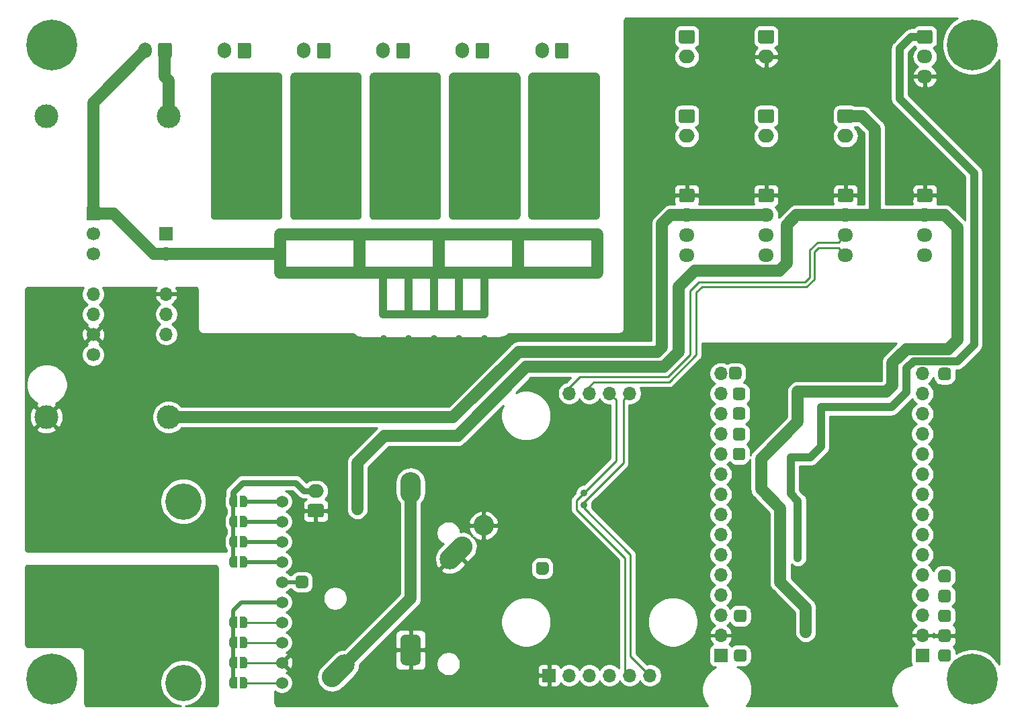
<source format=gbl>
%TF.GenerationSoftware,KiCad,Pcbnew,5.1.9-73d0e3b20d~88~ubuntu20.04.1*%
%TF.CreationDate,2021-10-11T11:35:55+05:30*%
%TF.ProjectId,vayuO2,76617975-4f32-42e6-9b69-6361645f7063,rev 2*%
%TF.SameCoordinates,Original*%
%TF.FileFunction,Copper,L2,Bot*%
%TF.FilePolarity,Positive*%
%FSLAX46Y46*%
G04 Gerber Fmt 4.6, Leading zero omitted, Abs format (unit mm)*
G04 Created by KiCad (PCBNEW 5.1.9-73d0e3b20d~88~ubuntu20.04.1) date 2021-10-11 11:35:55*
%MOMM*%
%LPD*%
G01*
G04 APERTURE LIST*
%TA.AperFunction,ComponentPad*%
%ADD10R,1.700000X1.700000*%
%TD*%
%TA.AperFunction,ComponentPad*%
%ADD11O,1.700000X1.700000*%
%TD*%
%TA.AperFunction,ComponentPad*%
%ADD12C,1.700000*%
%TD*%
%TA.AperFunction,ComponentPad*%
%ADD13C,3.000000*%
%TD*%
%TA.AperFunction,ComponentPad*%
%ADD14O,2.600000X3.900000*%
%TD*%
%TA.AperFunction,ComponentPad*%
%ADD15O,2.000000X1.700000*%
%TD*%
%TA.AperFunction,ComponentPad*%
%ADD16O,1.700000X2.000000*%
%TD*%
%TA.AperFunction,ComponentPad*%
%ADD17O,1.950000X1.700000*%
%TD*%
%TA.AperFunction,ComponentPad*%
%ADD18C,6.400000*%
%TD*%
%TA.AperFunction,ComponentPad*%
%ADD19C,0.800000*%
%TD*%
%TA.AperFunction,SMDPad,CuDef*%
%ADD20C,0.127000*%
%TD*%
%TA.AperFunction,ComponentPad*%
%ADD21C,2.600000*%
%TD*%
%TA.AperFunction,ComponentPad*%
%ADD22C,1.524000*%
%TD*%
%TA.AperFunction,ComponentPad*%
%ADD23C,4.572000*%
%TD*%
%TA.AperFunction,ViaPad*%
%ADD24C,0.900000*%
%TD*%
%TA.AperFunction,Conductor*%
%ADD25C,0.250000*%
%TD*%
%TA.AperFunction,Conductor*%
%ADD26C,1.000000*%
%TD*%
%TA.AperFunction,Conductor*%
%ADD27C,1.500000*%
%TD*%
%TA.AperFunction,Conductor*%
%ADD28C,0.500000*%
%TD*%
%TA.AperFunction,Conductor*%
%ADD29C,0.750000*%
%TD*%
%TA.AperFunction,Conductor*%
%ADD30C,0.127000*%
%TD*%
G04 APERTURE END LIST*
D10*
X163700000Y-131000000D03*
D11*
X163700000Y-128460000D03*
X163700000Y-125920000D03*
X163700000Y-123380000D03*
X163700000Y-120840000D03*
X163700000Y-118300000D03*
X163700000Y-115760000D03*
X163700000Y-113220000D03*
X163700000Y-110680000D03*
X163700000Y-108140000D03*
X163700000Y-105600000D03*
X163700000Y-103060000D03*
X163700000Y-100520000D03*
X163700000Y-97980000D03*
X163700000Y-95440000D03*
X138300000Y-95440000D03*
X138300000Y-115760000D03*
X138300000Y-110680000D03*
X138300000Y-105600000D03*
X138300000Y-113220000D03*
X138300000Y-108140000D03*
X138300000Y-100520000D03*
X138300000Y-97980000D03*
X138300000Y-103060000D03*
X138300000Y-125920000D03*
X138300000Y-118300000D03*
X138300000Y-120840000D03*
X138300000Y-123380000D03*
X138300000Y-128460000D03*
D10*
X138300000Y-131000000D03*
%TA.AperFunction,ComponentPad*%
G36*
G01*
X139300000Y-95800000D02*
X139300000Y-95000000D01*
G75*
G02*
X139700000Y-94600000I400000J0D01*
G01*
X140500000Y-94600000D01*
G75*
G02*
X140900000Y-95000000I0J-400000D01*
G01*
X140900000Y-95800000D01*
G75*
G02*
X140500000Y-96200000I-400000J0D01*
G01*
X139700000Y-96200000D01*
G75*
G02*
X139300000Y-95800000I0J400000D01*
G01*
G37*
%TD.AperFunction*%
%TA.AperFunction,ComponentPad*%
G36*
G01*
X165700000Y-95900000D02*
X165700000Y-95100000D01*
G75*
G02*
X166100000Y-94700000I400000J0D01*
G01*
X166900000Y-94700000D01*
G75*
G02*
X167300000Y-95100000I0J-400000D01*
G01*
X167300000Y-95900000D01*
G75*
G02*
X166900000Y-96300000I-400000J0D01*
G01*
X166100000Y-96300000D01*
G75*
G02*
X165700000Y-95900000I0J400000D01*
G01*
G37*
%TD.AperFunction*%
%TA.AperFunction,ComponentPad*%
G36*
G01*
X139800000Y-98400000D02*
X139800000Y-97600000D01*
G75*
G02*
X140200000Y-97200000I400000J0D01*
G01*
X141000000Y-97200000D01*
G75*
G02*
X141400000Y-97600000I0J-400000D01*
G01*
X141400000Y-98400000D01*
G75*
G02*
X141000000Y-98800000I-400000J0D01*
G01*
X140200000Y-98800000D01*
G75*
G02*
X139800000Y-98400000I0J400000D01*
G01*
G37*
%TD.AperFunction*%
%TA.AperFunction,ComponentPad*%
G36*
G01*
X139800000Y-100900000D02*
X139800000Y-100100000D01*
G75*
G02*
X140200000Y-99700000I400000J0D01*
G01*
X141000000Y-99700000D01*
G75*
G02*
X141400000Y-100100000I0J-400000D01*
G01*
X141400000Y-100900000D01*
G75*
G02*
X141000000Y-101300000I-400000J0D01*
G01*
X140200000Y-101300000D01*
G75*
G02*
X139800000Y-100900000I0J400000D01*
G01*
G37*
%TD.AperFunction*%
%TA.AperFunction,ComponentPad*%
G36*
G01*
X139800000Y-103500000D02*
X139800000Y-102700000D01*
G75*
G02*
X140200000Y-102300000I400000J0D01*
G01*
X141000000Y-102300000D01*
G75*
G02*
X141400000Y-102700000I0J-400000D01*
G01*
X141400000Y-103500000D01*
G75*
G02*
X141000000Y-103900000I-400000J0D01*
G01*
X140200000Y-103900000D01*
G75*
G02*
X139800000Y-103500000I0J400000D01*
G01*
G37*
%TD.AperFunction*%
%TA.AperFunction,ComponentPad*%
G36*
G01*
X139800000Y-106000000D02*
X139800000Y-105200000D01*
G75*
G02*
X140200000Y-104800000I400000J0D01*
G01*
X141000000Y-104800000D01*
G75*
G02*
X141400000Y-105200000I0J-400000D01*
G01*
X141400000Y-106000000D01*
G75*
G02*
X141000000Y-106400000I-400000J0D01*
G01*
X140200000Y-106400000D01*
G75*
G02*
X139800000Y-106000000I0J400000D01*
G01*
G37*
%TD.AperFunction*%
%TA.AperFunction,ComponentPad*%
G36*
G01*
X165700000Y-121400000D02*
X165700000Y-120600000D01*
G75*
G02*
X166100000Y-120200000I400000J0D01*
G01*
X166900000Y-120200000D01*
G75*
G02*
X167300000Y-120600000I0J-400000D01*
G01*
X167300000Y-121400000D01*
G75*
G02*
X166900000Y-121800000I-400000J0D01*
G01*
X166100000Y-121800000D01*
G75*
G02*
X165700000Y-121400000I0J400000D01*
G01*
G37*
%TD.AperFunction*%
%TA.AperFunction,ComponentPad*%
G36*
G01*
X165700000Y-123900000D02*
X165700000Y-123100000D01*
G75*
G02*
X166100000Y-122700000I400000J0D01*
G01*
X166900000Y-122700000D01*
G75*
G02*
X167300000Y-123100000I0J-400000D01*
G01*
X167300000Y-123900000D01*
G75*
G02*
X166900000Y-124300000I-400000J0D01*
G01*
X166100000Y-124300000D01*
G75*
G02*
X165700000Y-123900000I0J400000D01*
G01*
G37*
%TD.AperFunction*%
%TA.AperFunction,ComponentPad*%
G36*
G01*
X85900000Y-122530000D02*
X85100000Y-122530000D01*
G75*
G02*
X84700000Y-122130000I0J400000D01*
G01*
X84700000Y-121330000D01*
G75*
G02*
X85100000Y-120930000I400000J0D01*
G01*
X85900000Y-120930000D01*
G75*
G02*
X86300000Y-121330000I0J-400000D01*
G01*
X86300000Y-122130000D01*
G75*
G02*
X85900000Y-122530000I-400000J0D01*
G01*
G37*
%TD.AperFunction*%
%TA.AperFunction,ComponentPad*%
G36*
G01*
X139950000Y-126400000D02*
X139950000Y-125600000D01*
G75*
G02*
X140350000Y-125200000I400000J0D01*
G01*
X141150000Y-125200000D01*
G75*
G02*
X141550000Y-125600000I0J-400000D01*
G01*
X141550000Y-126400000D01*
G75*
G02*
X141150000Y-126800000I-400000J0D01*
G01*
X140350000Y-126800000D01*
G75*
G02*
X139950000Y-126400000I0J400000D01*
G01*
G37*
%TD.AperFunction*%
%TA.AperFunction,ComponentPad*%
G36*
G01*
X165700000Y-126400000D02*
X165700000Y-125600000D01*
G75*
G02*
X166100000Y-125200000I400000J0D01*
G01*
X166900000Y-125200000D01*
G75*
G02*
X167300000Y-125600000I0J-400000D01*
G01*
X167300000Y-126400000D01*
G75*
G02*
X166900000Y-126800000I-400000J0D01*
G01*
X166100000Y-126800000D01*
G75*
G02*
X165700000Y-126400000I0J400000D01*
G01*
G37*
%TD.AperFunction*%
%TA.AperFunction,ComponentPad*%
G36*
G01*
X165700000Y-128900000D02*
X165700000Y-128100000D01*
G75*
G02*
X166100000Y-127700000I400000J0D01*
G01*
X166900000Y-127700000D01*
G75*
G02*
X167300000Y-128100000I0J-400000D01*
G01*
X167300000Y-128900000D01*
G75*
G02*
X166900000Y-129300000I-400000J0D01*
G01*
X166100000Y-129300000D01*
G75*
G02*
X165700000Y-128900000I0J400000D01*
G01*
G37*
%TD.AperFunction*%
%TA.AperFunction,ComponentPad*%
G36*
G01*
X139950000Y-131400000D02*
X139950000Y-130600000D01*
G75*
G02*
X140350000Y-130200000I400000J0D01*
G01*
X141150000Y-130200000D01*
G75*
G02*
X141550000Y-130600000I0J-400000D01*
G01*
X141550000Y-131400000D01*
G75*
G02*
X141150000Y-131800000I-400000J0D01*
G01*
X140350000Y-131800000D01*
G75*
G02*
X139950000Y-131400000I0J400000D01*
G01*
G37*
%TD.AperFunction*%
%TA.AperFunction,ComponentPad*%
G36*
G01*
X165700000Y-131400000D02*
X165700000Y-130600000D01*
G75*
G02*
X166100000Y-130200000I400000J0D01*
G01*
X166900000Y-130200000D01*
G75*
G02*
X167300000Y-130600000I0J-400000D01*
G01*
X167300000Y-131400000D01*
G75*
G02*
X166900000Y-131800000I-400000J0D01*
G01*
X166100000Y-131800000D01*
G75*
G02*
X165700000Y-131400000I0J400000D01*
G01*
G37*
%TD.AperFunction*%
D11*
X59200000Y-88000000D03*
X59200000Y-85460000D03*
D12*
X59200000Y-77840000D03*
D10*
X59200000Y-75300000D03*
D12*
X59200000Y-80380000D03*
X59200000Y-90540000D03*
X59200000Y-93080000D03*
D13*
X53300000Y-100950000D03*
X68700000Y-100950000D03*
X53300000Y-63050000D03*
X68700000Y-63050000D03*
D10*
X68400000Y-77800000D03*
D11*
X68400000Y-80340000D03*
X68400000Y-85420000D03*
X68400000Y-87960000D03*
X68400000Y-90500000D03*
%TA.AperFunction,ComponentPad*%
G36*
G01*
X100500000Y-129000000D02*
X100500000Y-131600000D01*
G75*
G02*
X99850000Y-132250000I-650000J0D01*
G01*
X98550000Y-132250000D01*
G75*
G02*
X97900000Y-131600000I0J650000D01*
G01*
X97900000Y-129000000D01*
G75*
G02*
X98550000Y-128350000I650000J0D01*
G01*
X99850000Y-128350000D01*
G75*
G02*
X100500000Y-129000000I0J-650000D01*
G01*
G37*
%TD.AperFunction*%
D14*
X99200000Y-109800000D03*
D15*
X134000000Y-55500000D03*
%TA.AperFunction,ComponentPad*%
G36*
G01*
X133250000Y-52150000D02*
X134750000Y-52150000D01*
G75*
G02*
X135000000Y-52400000I0J-250000D01*
G01*
X135000000Y-53600000D01*
G75*
G02*
X134750000Y-53850000I-250000J0D01*
G01*
X133250000Y-53850000D01*
G75*
G02*
X133000000Y-53600000I0J250000D01*
G01*
X133000000Y-52400000D01*
G75*
G02*
X133250000Y-52150000I250000J0D01*
G01*
G37*
%TD.AperFunction*%
D16*
X115750000Y-54750000D03*
%TA.AperFunction,ComponentPad*%
G36*
G01*
X119100000Y-54000000D02*
X119100000Y-55500000D01*
G75*
G02*
X118850000Y-55750000I-250000J0D01*
G01*
X117650000Y-55750000D01*
G75*
G02*
X117400000Y-55500000I0J250000D01*
G01*
X117400000Y-54000000D01*
G75*
G02*
X117650000Y-53750000I250000J0D01*
G01*
X118850000Y-53750000D01*
G75*
G02*
X119100000Y-54000000I0J-250000D01*
G01*
G37*
%TD.AperFunction*%
X105750000Y-54750000D03*
%TA.AperFunction,ComponentPad*%
G36*
G01*
X109100000Y-54000000D02*
X109100000Y-55500000D01*
G75*
G02*
X108850000Y-55750000I-250000J0D01*
G01*
X107650000Y-55750000D01*
G75*
G02*
X107400000Y-55500000I0J250000D01*
G01*
X107400000Y-54000000D01*
G75*
G02*
X107650000Y-53750000I250000J0D01*
G01*
X108850000Y-53750000D01*
G75*
G02*
X109100000Y-54000000I0J-250000D01*
G01*
G37*
%TD.AperFunction*%
X95750000Y-54750000D03*
%TA.AperFunction,ComponentPad*%
G36*
G01*
X99100000Y-54000000D02*
X99100000Y-55500000D01*
G75*
G02*
X98850000Y-55750000I-250000J0D01*
G01*
X97650000Y-55750000D01*
G75*
G02*
X97400000Y-55500000I0J250000D01*
G01*
X97400000Y-54000000D01*
G75*
G02*
X97650000Y-53750000I250000J0D01*
G01*
X98850000Y-53750000D01*
G75*
G02*
X99100000Y-54000000I0J-250000D01*
G01*
G37*
%TD.AperFunction*%
X85750000Y-54750000D03*
%TA.AperFunction,ComponentPad*%
G36*
G01*
X89100000Y-54000000D02*
X89100000Y-55500000D01*
G75*
G02*
X88850000Y-55750000I-250000J0D01*
G01*
X87650000Y-55750000D01*
G75*
G02*
X87400000Y-55500000I0J250000D01*
G01*
X87400000Y-54000000D01*
G75*
G02*
X87650000Y-53750000I250000J0D01*
G01*
X88850000Y-53750000D01*
G75*
G02*
X89100000Y-54000000I0J-250000D01*
G01*
G37*
%TD.AperFunction*%
X75750000Y-54750000D03*
%TA.AperFunction,ComponentPad*%
G36*
G01*
X79100000Y-54000000D02*
X79100000Y-55500000D01*
G75*
G02*
X78850000Y-55750000I-250000J0D01*
G01*
X77650000Y-55750000D01*
G75*
G02*
X77400000Y-55500000I0J250000D01*
G01*
X77400000Y-54000000D01*
G75*
G02*
X77650000Y-53750000I250000J0D01*
G01*
X78850000Y-53750000D01*
G75*
G02*
X79100000Y-54000000I0J-250000D01*
G01*
G37*
%TD.AperFunction*%
X65750000Y-54750000D03*
%TA.AperFunction,ComponentPad*%
G36*
G01*
X69100000Y-54000000D02*
X69100000Y-55500000D01*
G75*
G02*
X68850000Y-55750000I-250000J0D01*
G01*
X67650000Y-55750000D01*
G75*
G02*
X67400000Y-55500000I0J250000D01*
G01*
X67400000Y-54000000D01*
G75*
G02*
X67650000Y-53750000I250000J0D01*
G01*
X68850000Y-53750000D01*
G75*
G02*
X69100000Y-54000000I0J-250000D01*
G01*
G37*
%TD.AperFunction*%
D10*
X116650000Y-133500000D03*
D11*
X119190000Y-133500000D03*
X121730000Y-133500000D03*
X124270000Y-133500000D03*
X126810000Y-133500000D03*
X129350000Y-133500000D03*
X126810000Y-97940000D03*
X124270000Y-97940000D03*
X119190000Y-97940000D03*
X121730000Y-97940000D03*
D17*
X134000000Y-80500000D03*
X134000000Y-78000000D03*
X134000000Y-75500000D03*
%TA.AperFunction,ComponentPad*%
G36*
G01*
X133275000Y-72150000D02*
X134725000Y-72150000D01*
G75*
G02*
X134975000Y-72400000I0J-250000D01*
G01*
X134975000Y-73600000D01*
G75*
G02*
X134725000Y-73850000I-250000J0D01*
G01*
X133275000Y-73850000D01*
G75*
G02*
X133025000Y-73600000I0J250000D01*
G01*
X133025000Y-72400000D01*
G75*
G02*
X133275000Y-72150000I250000J0D01*
G01*
G37*
%TD.AperFunction*%
D15*
X144000000Y-55500000D03*
%TA.AperFunction,ComponentPad*%
G36*
G01*
X143250000Y-52150000D02*
X144750000Y-52150000D01*
G75*
G02*
X145000000Y-52400000I0J-250000D01*
G01*
X145000000Y-53600000D01*
G75*
G02*
X144750000Y-53850000I-250000J0D01*
G01*
X143250000Y-53850000D01*
G75*
G02*
X143000000Y-53600000I0J250000D01*
G01*
X143000000Y-52400000D01*
G75*
G02*
X143250000Y-52150000I250000J0D01*
G01*
G37*
%TD.AperFunction*%
D18*
X170000000Y-54000000D03*
D19*
X172400000Y-54000000D03*
X171697056Y-55697056D03*
X170000000Y-56400000D03*
X168302944Y-55697056D03*
X167600000Y-54000000D03*
X168302944Y-52302944D03*
X170000000Y-51600000D03*
X171697056Y-52302944D03*
D18*
X170000000Y-134000000D03*
D19*
X172400000Y-134000000D03*
X171697056Y-135697056D03*
X170000000Y-136400000D03*
X168302944Y-135697056D03*
X167600000Y-134000000D03*
X168302944Y-132302944D03*
X170000000Y-131600000D03*
X171697056Y-132302944D03*
D18*
X54000000Y-54000000D03*
D19*
X56400000Y-54000000D03*
X55697056Y-55697056D03*
X54000000Y-56400000D03*
X52302944Y-55697056D03*
X51600000Y-54000000D03*
X52302944Y-52302944D03*
X54000000Y-51600000D03*
X55697056Y-52302944D03*
D18*
X54000000Y-134000000D03*
D19*
X56400000Y-134000000D03*
X55697056Y-135697056D03*
X54000000Y-136400000D03*
X52302944Y-135697056D03*
X51600000Y-134000000D03*
X52302944Y-132302944D03*
X54000000Y-131600000D03*
X55697056Y-132302944D03*
%TA.AperFunction,SMDPad,CuDef*%
D20*
G36*
X76850000Y-112319398D02*
G01*
X76825466Y-112319398D01*
X76776635Y-112314588D01*
X76728510Y-112305016D01*
X76681555Y-112290772D01*
X76636222Y-112271995D01*
X76592949Y-112248864D01*
X76552150Y-112221604D01*
X76514221Y-112190476D01*
X76479524Y-112155779D01*
X76448396Y-112117850D01*
X76421136Y-112077051D01*
X76398005Y-112033778D01*
X76379228Y-111988445D01*
X76364984Y-111941490D01*
X76355412Y-111893365D01*
X76350602Y-111844534D01*
X76350602Y-111820000D01*
X76350000Y-111820000D01*
X76350000Y-111320000D01*
X76350602Y-111320000D01*
X76350602Y-111295466D01*
X76355412Y-111246635D01*
X76364984Y-111198510D01*
X76379228Y-111151555D01*
X76398005Y-111106222D01*
X76421136Y-111062949D01*
X76448396Y-111022150D01*
X76479524Y-110984221D01*
X76514221Y-110949524D01*
X76552150Y-110918396D01*
X76592949Y-110891136D01*
X76636222Y-110868005D01*
X76681555Y-110849228D01*
X76728510Y-110834984D01*
X76776635Y-110825412D01*
X76825466Y-110820602D01*
X76850000Y-110820602D01*
X76850000Y-110820000D01*
X77350000Y-110820000D01*
X77350000Y-112320000D01*
X76850000Y-112320000D01*
X76850000Y-112319398D01*
G37*
%TD.AperFunction*%
%TA.AperFunction,SMDPad,CuDef*%
G36*
X77650000Y-110820000D02*
G01*
X78150000Y-110820000D01*
X78150000Y-110820602D01*
X78174534Y-110820602D01*
X78223365Y-110825412D01*
X78271490Y-110834984D01*
X78318445Y-110849228D01*
X78363778Y-110868005D01*
X78407051Y-110891136D01*
X78447850Y-110918396D01*
X78485779Y-110949524D01*
X78520476Y-110984221D01*
X78551604Y-111022150D01*
X78578864Y-111062949D01*
X78601995Y-111106222D01*
X78620772Y-111151555D01*
X78635016Y-111198510D01*
X78644588Y-111246635D01*
X78649398Y-111295466D01*
X78649398Y-111320000D01*
X78650000Y-111320000D01*
X78650000Y-111820000D01*
X78649398Y-111820000D01*
X78649398Y-111844534D01*
X78644588Y-111893365D01*
X78635016Y-111941490D01*
X78620772Y-111988445D01*
X78601995Y-112033778D01*
X78578864Y-112077051D01*
X78551604Y-112117850D01*
X78520476Y-112155779D01*
X78485779Y-112190476D01*
X78447850Y-112221604D01*
X78407051Y-112248864D01*
X78363778Y-112271995D01*
X78318445Y-112290772D01*
X78271490Y-112305016D01*
X78223365Y-112314588D01*
X78174534Y-112319398D01*
X78150000Y-112319398D01*
X78150000Y-112320000D01*
X77650000Y-112320000D01*
X77650000Y-110820000D01*
G37*
%TD.AperFunction*%
%TA.AperFunction,SMDPad,CuDef*%
G36*
X76850000Y-114859398D02*
G01*
X76825466Y-114859398D01*
X76776635Y-114854588D01*
X76728510Y-114845016D01*
X76681555Y-114830772D01*
X76636222Y-114811995D01*
X76592949Y-114788864D01*
X76552150Y-114761604D01*
X76514221Y-114730476D01*
X76479524Y-114695779D01*
X76448396Y-114657850D01*
X76421136Y-114617051D01*
X76398005Y-114573778D01*
X76379228Y-114528445D01*
X76364984Y-114481490D01*
X76355412Y-114433365D01*
X76350602Y-114384534D01*
X76350602Y-114360000D01*
X76350000Y-114360000D01*
X76350000Y-113860000D01*
X76350602Y-113860000D01*
X76350602Y-113835466D01*
X76355412Y-113786635D01*
X76364984Y-113738510D01*
X76379228Y-113691555D01*
X76398005Y-113646222D01*
X76421136Y-113602949D01*
X76448396Y-113562150D01*
X76479524Y-113524221D01*
X76514221Y-113489524D01*
X76552150Y-113458396D01*
X76592949Y-113431136D01*
X76636222Y-113408005D01*
X76681555Y-113389228D01*
X76728510Y-113374984D01*
X76776635Y-113365412D01*
X76825466Y-113360602D01*
X76850000Y-113360602D01*
X76850000Y-113360000D01*
X77350000Y-113360000D01*
X77350000Y-114860000D01*
X76850000Y-114860000D01*
X76850000Y-114859398D01*
G37*
%TD.AperFunction*%
%TA.AperFunction,SMDPad,CuDef*%
G36*
X77650000Y-113360000D02*
G01*
X78150000Y-113360000D01*
X78150000Y-113360602D01*
X78174534Y-113360602D01*
X78223365Y-113365412D01*
X78271490Y-113374984D01*
X78318445Y-113389228D01*
X78363778Y-113408005D01*
X78407051Y-113431136D01*
X78447850Y-113458396D01*
X78485779Y-113489524D01*
X78520476Y-113524221D01*
X78551604Y-113562150D01*
X78578864Y-113602949D01*
X78601995Y-113646222D01*
X78620772Y-113691555D01*
X78635016Y-113738510D01*
X78644588Y-113786635D01*
X78649398Y-113835466D01*
X78649398Y-113860000D01*
X78650000Y-113860000D01*
X78650000Y-114360000D01*
X78649398Y-114360000D01*
X78649398Y-114384534D01*
X78644588Y-114433365D01*
X78635016Y-114481490D01*
X78620772Y-114528445D01*
X78601995Y-114573778D01*
X78578864Y-114617051D01*
X78551604Y-114657850D01*
X78520476Y-114695779D01*
X78485779Y-114730476D01*
X78447850Y-114761604D01*
X78407051Y-114788864D01*
X78363778Y-114811995D01*
X78318445Y-114830772D01*
X78271490Y-114845016D01*
X78223365Y-114854588D01*
X78174534Y-114859398D01*
X78150000Y-114859398D01*
X78150000Y-114860000D01*
X77650000Y-114860000D01*
X77650000Y-113360000D01*
G37*
%TD.AperFunction*%
%TA.AperFunction,SMDPad,CuDef*%
G36*
X76850000Y-117399398D02*
G01*
X76825466Y-117399398D01*
X76776635Y-117394588D01*
X76728510Y-117385016D01*
X76681555Y-117370772D01*
X76636222Y-117351995D01*
X76592949Y-117328864D01*
X76552150Y-117301604D01*
X76514221Y-117270476D01*
X76479524Y-117235779D01*
X76448396Y-117197850D01*
X76421136Y-117157051D01*
X76398005Y-117113778D01*
X76379228Y-117068445D01*
X76364984Y-117021490D01*
X76355412Y-116973365D01*
X76350602Y-116924534D01*
X76350602Y-116900000D01*
X76350000Y-116900000D01*
X76350000Y-116400000D01*
X76350602Y-116400000D01*
X76350602Y-116375466D01*
X76355412Y-116326635D01*
X76364984Y-116278510D01*
X76379228Y-116231555D01*
X76398005Y-116186222D01*
X76421136Y-116142949D01*
X76448396Y-116102150D01*
X76479524Y-116064221D01*
X76514221Y-116029524D01*
X76552150Y-115998396D01*
X76592949Y-115971136D01*
X76636222Y-115948005D01*
X76681555Y-115929228D01*
X76728510Y-115914984D01*
X76776635Y-115905412D01*
X76825466Y-115900602D01*
X76850000Y-115900602D01*
X76850000Y-115900000D01*
X77350000Y-115900000D01*
X77350000Y-117400000D01*
X76850000Y-117400000D01*
X76850000Y-117399398D01*
G37*
%TD.AperFunction*%
%TA.AperFunction,SMDPad,CuDef*%
G36*
X77650000Y-115900000D02*
G01*
X78150000Y-115900000D01*
X78150000Y-115900602D01*
X78174534Y-115900602D01*
X78223365Y-115905412D01*
X78271490Y-115914984D01*
X78318445Y-115929228D01*
X78363778Y-115948005D01*
X78407051Y-115971136D01*
X78447850Y-115998396D01*
X78485779Y-116029524D01*
X78520476Y-116064221D01*
X78551604Y-116102150D01*
X78578864Y-116142949D01*
X78601995Y-116186222D01*
X78620772Y-116231555D01*
X78635016Y-116278510D01*
X78644588Y-116326635D01*
X78649398Y-116375466D01*
X78649398Y-116400000D01*
X78650000Y-116400000D01*
X78650000Y-116900000D01*
X78649398Y-116900000D01*
X78649398Y-116924534D01*
X78644588Y-116973365D01*
X78635016Y-117021490D01*
X78620772Y-117068445D01*
X78601995Y-117113778D01*
X78578864Y-117157051D01*
X78551604Y-117197850D01*
X78520476Y-117235779D01*
X78485779Y-117270476D01*
X78447850Y-117301604D01*
X78407051Y-117328864D01*
X78363778Y-117351995D01*
X78318445Y-117370772D01*
X78271490Y-117385016D01*
X78223365Y-117394588D01*
X78174534Y-117399398D01*
X78150000Y-117399398D01*
X78150000Y-117400000D01*
X77650000Y-117400000D01*
X77650000Y-115900000D01*
G37*
%TD.AperFunction*%
%TA.AperFunction,SMDPad,CuDef*%
G36*
X76850000Y-119939398D02*
G01*
X76825466Y-119939398D01*
X76776635Y-119934588D01*
X76728510Y-119925016D01*
X76681555Y-119910772D01*
X76636222Y-119891995D01*
X76592949Y-119868864D01*
X76552150Y-119841604D01*
X76514221Y-119810476D01*
X76479524Y-119775779D01*
X76448396Y-119737850D01*
X76421136Y-119697051D01*
X76398005Y-119653778D01*
X76379228Y-119608445D01*
X76364984Y-119561490D01*
X76355412Y-119513365D01*
X76350602Y-119464534D01*
X76350602Y-119440000D01*
X76350000Y-119440000D01*
X76350000Y-118940000D01*
X76350602Y-118940000D01*
X76350602Y-118915466D01*
X76355412Y-118866635D01*
X76364984Y-118818510D01*
X76379228Y-118771555D01*
X76398005Y-118726222D01*
X76421136Y-118682949D01*
X76448396Y-118642150D01*
X76479524Y-118604221D01*
X76514221Y-118569524D01*
X76552150Y-118538396D01*
X76592949Y-118511136D01*
X76636222Y-118488005D01*
X76681555Y-118469228D01*
X76728510Y-118454984D01*
X76776635Y-118445412D01*
X76825466Y-118440602D01*
X76850000Y-118440602D01*
X76850000Y-118440000D01*
X77350000Y-118440000D01*
X77350000Y-119940000D01*
X76850000Y-119940000D01*
X76850000Y-119939398D01*
G37*
%TD.AperFunction*%
%TA.AperFunction,SMDPad,CuDef*%
G36*
X77650000Y-118440000D02*
G01*
X78150000Y-118440000D01*
X78150000Y-118440602D01*
X78174534Y-118440602D01*
X78223365Y-118445412D01*
X78271490Y-118454984D01*
X78318445Y-118469228D01*
X78363778Y-118488005D01*
X78407051Y-118511136D01*
X78447850Y-118538396D01*
X78485779Y-118569524D01*
X78520476Y-118604221D01*
X78551604Y-118642150D01*
X78578864Y-118682949D01*
X78601995Y-118726222D01*
X78620772Y-118771555D01*
X78635016Y-118818510D01*
X78644588Y-118866635D01*
X78649398Y-118915466D01*
X78649398Y-118940000D01*
X78650000Y-118940000D01*
X78650000Y-119440000D01*
X78649398Y-119440000D01*
X78649398Y-119464534D01*
X78644588Y-119513365D01*
X78635016Y-119561490D01*
X78620772Y-119608445D01*
X78601995Y-119653778D01*
X78578864Y-119697051D01*
X78551604Y-119737850D01*
X78520476Y-119775779D01*
X78485779Y-119810476D01*
X78447850Y-119841604D01*
X78407051Y-119868864D01*
X78363778Y-119891995D01*
X78318445Y-119910772D01*
X78271490Y-119925016D01*
X78223365Y-119934588D01*
X78174534Y-119939398D01*
X78150000Y-119939398D01*
X78150000Y-119940000D01*
X77650000Y-119940000D01*
X77650000Y-118440000D01*
G37*
%TD.AperFunction*%
%TA.AperFunction,SMDPad,CuDef*%
G36*
X76850000Y-127559398D02*
G01*
X76825466Y-127559398D01*
X76776635Y-127554588D01*
X76728510Y-127545016D01*
X76681555Y-127530772D01*
X76636222Y-127511995D01*
X76592949Y-127488864D01*
X76552150Y-127461604D01*
X76514221Y-127430476D01*
X76479524Y-127395779D01*
X76448396Y-127357850D01*
X76421136Y-127317051D01*
X76398005Y-127273778D01*
X76379228Y-127228445D01*
X76364984Y-127181490D01*
X76355412Y-127133365D01*
X76350602Y-127084534D01*
X76350602Y-127060000D01*
X76350000Y-127060000D01*
X76350000Y-126560000D01*
X76350602Y-126560000D01*
X76350602Y-126535466D01*
X76355412Y-126486635D01*
X76364984Y-126438510D01*
X76379228Y-126391555D01*
X76398005Y-126346222D01*
X76421136Y-126302949D01*
X76448396Y-126262150D01*
X76479524Y-126224221D01*
X76514221Y-126189524D01*
X76552150Y-126158396D01*
X76592949Y-126131136D01*
X76636222Y-126108005D01*
X76681555Y-126089228D01*
X76728510Y-126074984D01*
X76776635Y-126065412D01*
X76825466Y-126060602D01*
X76850000Y-126060602D01*
X76850000Y-126060000D01*
X77350000Y-126060000D01*
X77350000Y-127560000D01*
X76850000Y-127560000D01*
X76850000Y-127559398D01*
G37*
%TD.AperFunction*%
%TA.AperFunction,SMDPad,CuDef*%
G36*
X77650000Y-126060000D02*
G01*
X78150000Y-126060000D01*
X78150000Y-126060602D01*
X78174534Y-126060602D01*
X78223365Y-126065412D01*
X78271490Y-126074984D01*
X78318445Y-126089228D01*
X78363778Y-126108005D01*
X78407051Y-126131136D01*
X78447850Y-126158396D01*
X78485779Y-126189524D01*
X78520476Y-126224221D01*
X78551604Y-126262150D01*
X78578864Y-126302949D01*
X78601995Y-126346222D01*
X78620772Y-126391555D01*
X78635016Y-126438510D01*
X78644588Y-126486635D01*
X78649398Y-126535466D01*
X78649398Y-126560000D01*
X78650000Y-126560000D01*
X78650000Y-127060000D01*
X78649398Y-127060000D01*
X78649398Y-127084534D01*
X78644588Y-127133365D01*
X78635016Y-127181490D01*
X78620772Y-127228445D01*
X78601995Y-127273778D01*
X78578864Y-127317051D01*
X78551604Y-127357850D01*
X78520476Y-127395779D01*
X78485779Y-127430476D01*
X78447850Y-127461604D01*
X78407051Y-127488864D01*
X78363778Y-127511995D01*
X78318445Y-127530772D01*
X78271490Y-127545016D01*
X78223365Y-127554588D01*
X78174534Y-127559398D01*
X78150000Y-127559398D01*
X78150000Y-127560000D01*
X77650000Y-127560000D01*
X77650000Y-126060000D01*
G37*
%TD.AperFunction*%
%TA.AperFunction,SMDPad,CuDef*%
G36*
X76850001Y-130099398D02*
G01*
X76825467Y-130099398D01*
X76776636Y-130094588D01*
X76728511Y-130085016D01*
X76681556Y-130070772D01*
X76636223Y-130051995D01*
X76592950Y-130028864D01*
X76552151Y-130001604D01*
X76514222Y-129970476D01*
X76479525Y-129935779D01*
X76448397Y-129897850D01*
X76421137Y-129857051D01*
X76398006Y-129813778D01*
X76379229Y-129768445D01*
X76364985Y-129721490D01*
X76355413Y-129673365D01*
X76350603Y-129624534D01*
X76350603Y-129600000D01*
X76350001Y-129600000D01*
X76350001Y-129100000D01*
X76350603Y-129100000D01*
X76350603Y-129075466D01*
X76355413Y-129026635D01*
X76364985Y-128978510D01*
X76379229Y-128931555D01*
X76398006Y-128886222D01*
X76421137Y-128842949D01*
X76448397Y-128802150D01*
X76479525Y-128764221D01*
X76514222Y-128729524D01*
X76552151Y-128698396D01*
X76592950Y-128671136D01*
X76636223Y-128648005D01*
X76681556Y-128629228D01*
X76728511Y-128614984D01*
X76776636Y-128605412D01*
X76825467Y-128600602D01*
X76850001Y-128600602D01*
X76850001Y-128600000D01*
X77350001Y-128600000D01*
X77350001Y-130100000D01*
X76850001Y-130100000D01*
X76850001Y-130099398D01*
G37*
%TD.AperFunction*%
%TA.AperFunction,SMDPad,CuDef*%
G36*
X77650001Y-128600000D02*
G01*
X78150001Y-128600000D01*
X78150001Y-128600602D01*
X78174535Y-128600602D01*
X78223366Y-128605412D01*
X78271491Y-128614984D01*
X78318446Y-128629228D01*
X78363779Y-128648005D01*
X78407052Y-128671136D01*
X78447851Y-128698396D01*
X78485780Y-128729524D01*
X78520477Y-128764221D01*
X78551605Y-128802150D01*
X78578865Y-128842949D01*
X78601996Y-128886222D01*
X78620773Y-128931555D01*
X78635017Y-128978510D01*
X78644589Y-129026635D01*
X78649399Y-129075466D01*
X78649399Y-129100000D01*
X78650001Y-129100000D01*
X78650001Y-129600000D01*
X78649399Y-129600000D01*
X78649399Y-129624534D01*
X78644589Y-129673365D01*
X78635017Y-129721490D01*
X78620773Y-129768445D01*
X78601996Y-129813778D01*
X78578865Y-129857051D01*
X78551605Y-129897850D01*
X78520477Y-129935779D01*
X78485780Y-129970476D01*
X78447851Y-130001604D01*
X78407052Y-130028864D01*
X78363779Y-130051995D01*
X78318446Y-130070772D01*
X78271491Y-130085016D01*
X78223366Y-130094588D01*
X78174535Y-130099398D01*
X78150001Y-130099398D01*
X78150001Y-130100000D01*
X77650001Y-130100000D01*
X77650001Y-128600000D01*
G37*
%TD.AperFunction*%
%TA.AperFunction,SMDPad,CuDef*%
G36*
X76850000Y-132639398D02*
G01*
X76825466Y-132639398D01*
X76776635Y-132634588D01*
X76728510Y-132625016D01*
X76681555Y-132610772D01*
X76636222Y-132591995D01*
X76592949Y-132568864D01*
X76552150Y-132541604D01*
X76514221Y-132510476D01*
X76479524Y-132475779D01*
X76448396Y-132437850D01*
X76421136Y-132397051D01*
X76398005Y-132353778D01*
X76379228Y-132308445D01*
X76364984Y-132261490D01*
X76355412Y-132213365D01*
X76350602Y-132164534D01*
X76350602Y-132140000D01*
X76350000Y-132140000D01*
X76350000Y-131640000D01*
X76350602Y-131640000D01*
X76350602Y-131615466D01*
X76355412Y-131566635D01*
X76364984Y-131518510D01*
X76379228Y-131471555D01*
X76398005Y-131426222D01*
X76421136Y-131382949D01*
X76448396Y-131342150D01*
X76479524Y-131304221D01*
X76514221Y-131269524D01*
X76552150Y-131238396D01*
X76592949Y-131211136D01*
X76636222Y-131188005D01*
X76681555Y-131169228D01*
X76728510Y-131154984D01*
X76776635Y-131145412D01*
X76825466Y-131140602D01*
X76850000Y-131140602D01*
X76850000Y-131140000D01*
X77350000Y-131140000D01*
X77350000Y-132640000D01*
X76850000Y-132640000D01*
X76850000Y-132639398D01*
G37*
%TD.AperFunction*%
%TA.AperFunction,SMDPad,CuDef*%
G36*
X77650000Y-131140000D02*
G01*
X78150000Y-131140000D01*
X78150000Y-131140602D01*
X78174534Y-131140602D01*
X78223365Y-131145412D01*
X78271490Y-131154984D01*
X78318445Y-131169228D01*
X78363778Y-131188005D01*
X78407051Y-131211136D01*
X78447850Y-131238396D01*
X78485779Y-131269524D01*
X78520476Y-131304221D01*
X78551604Y-131342150D01*
X78578864Y-131382949D01*
X78601995Y-131426222D01*
X78620772Y-131471555D01*
X78635016Y-131518510D01*
X78644588Y-131566635D01*
X78649398Y-131615466D01*
X78649398Y-131640000D01*
X78650000Y-131640000D01*
X78650000Y-132140000D01*
X78649398Y-132140000D01*
X78649398Y-132164534D01*
X78644588Y-132213365D01*
X78635016Y-132261490D01*
X78620772Y-132308445D01*
X78601995Y-132353778D01*
X78578864Y-132397051D01*
X78551604Y-132437850D01*
X78520476Y-132475779D01*
X78485779Y-132510476D01*
X78447850Y-132541604D01*
X78407051Y-132568864D01*
X78363778Y-132591995D01*
X78318445Y-132610772D01*
X78271490Y-132625016D01*
X78223365Y-132634588D01*
X78174534Y-132639398D01*
X78150000Y-132639398D01*
X78150000Y-132640000D01*
X77650000Y-132640000D01*
X77650000Y-131140000D01*
G37*
%TD.AperFunction*%
%TA.AperFunction,SMDPad,CuDef*%
G36*
X76850000Y-135179398D02*
G01*
X76825466Y-135179398D01*
X76776635Y-135174588D01*
X76728510Y-135165016D01*
X76681555Y-135150772D01*
X76636222Y-135131995D01*
X76592949Y-135108864D01*
X76552150Y-135081604D01*
X76514221Y-135050476D01*
X76479524Y-135015779D01*
X76448396Y-134977850D01*
X76421136Y-134937051D01*
X76398005Y-134893778D01*
X76379228Y-134848445D01*
X76364984Y-134801490D01*
X76355412Y-134753365D01*
X76350602Y-134704534D01*
X76350602Y-134680000D01*
X76350000Y-134680000D01*
X76350000Y-134180000D01*
X76350602Y-134180000D01*
X76350602Y-134155466D01*
X76355412Y-134106635D01*
X76364984Y-134058510D01*
X76379228Y-134011555D01*
X76398005Y-133966222D01*
X76421136Y-133922949D01*
X76448396Y-133882150D01*
X76479524Y-133844221D01*
X76514221Y-133809524D01*
X76552150Y-133778396D01*
X76592949Y-133751136D01*
X76636222Y-133728005D01*
X76681555Y-133709228D01*
X76728510Y-133694984D01*
X76776635Y-133685412D01*
X76825466Y-133680602D01*
X76850000Y-133680602D01*
X76850000Y-133680000D01*
X77350000Y-133680000D01*
X77350000Y-135180000D01*
X76850000Y-135180000D01*
X76850000Y-135179398D01*
G37*
%TD.AperFunction*%
%TA.AperFunction,SMDPad,CuDef*%
G36*
X77650000Y-133680000D02*
G01*
X78150000Y-133680000D01*
X78150000Y-133680602D01*
X78174534Y-133680602D01*
X78223365Y-133685412D01*
X78271490Y-133694984D01*
X78318445Y-133709228D01*
X78363778Y-133728005D01*
X78407051Y-133751136D01*
X78447850Y-133778396D01*
X78485779Y-133809524D01*
X78520476Y-133844221D01*
X78551604Y-133882150D01*
X78578864Y-133922949D01*
X78601995Y-133966222D01*
X78620772Y-134011555D01*
X78635016Y-134058510D01*
X78644588Y-134106635D01*
X78649398Y-134155466D01*
X78649398Y-134180000D01*
X78650000Y-134180000D01*
X78650000Y-134680000D01*
X78649398Y-134680000D01*
X78649398Y-134704534D01*
X78644588Y-134753365D01*
X78635016Y-134801490D01*
X78620772Y-134848445D01*
X78601995Y-134893778D01*
X78578864Y-134937051D01*
X78551604Y-134977850D01*
X78520476Y-135015779D01*
X78485779Y-135050476D01*
X78447850Y-135081604D01*
X78407051Y-135108864D01*
X78363778Y-135131995D01*
X78318445Y-135150772D01*
X78271490Y-135165016D01*
X78223365Y-135174588D01*
X78174534Y-135179398D01*
X78150000Y-135179398D01*
X78150000Y-135180000D01*
X77650000Y-135180000D01*
X77650000Y-133680000D01*
G37*
%TD.AperFunction*%
D21*
X108392388Y-114607612D03*
%TA.AperFunction,ComponentPad*%
G36*
G01*
X103230509Y-117931013D02*
X104786143Y-116375379D01*
G75*
G02*
X106624621Y-116375379I919239J-919239D01*
G01*
X106624621Y-116375379D01*
G75*
G02*
X106624621Y-118213857I-919239J-919239D01*
G01*
X105068987Y-119769491D01*
G75*
G02*
X103230509Y-119769491I-919239J919239D01*
G01*
X103230509Y-119769491D01*
G75*
G02*
X103230509Y-117931013I919239J919239D01*
G01*
G37*
%TD.AperFunction*%
%TA.AperFunction,ComponentPad*%
G36*
G01*
X88381267Y-132780255D02*
X89936901Y-131224621D01*
G75*
G02*
X91775379Y-131224621I919239J-919239D01*
G01*
X91775379Y-131224621D01*
G75*
G02*
X91775379Y-133063099I-919239J-919239D01*
G01*
X90219745Y-134618733D01*
G75*
G02*
X88381267Y-134618733I-919239J919239D01*
G01*
X88381267Y-134618733D01*
G75*
G02*
X88381267Y-132780255I919239J919239D01*
G01*
G37*
%TD.AperFunction*%
%TA.AperFunction,ComponentPad*%
G36*
G01*
X116200000Y-120800000D02*
X115400000Y-120800000D01*
G75*
G02*
X115000000Y-120400000I0J400000D01*
G01*
X115000000Y-119600000D01*
G75*
G02*
X115400000Y-119200000I400000J0D01*
G01*
X116200000Y-119200000D01*
G75*
G02*
X116600000Y-119600000I0J-400000D01*
G01*
X116600000Y-120400000D01*
G75*
G02*
X116200000Y-120800000I-400000J0D01*
G01*
G37*
%TD.AperFunction*%
D15*
X154000000Y-65500000D03*
%TA.AperFunction,ComponentPad*%
G36*
G01*
X153250000Y-62150000D02*
X154750000Y-62150000D01*
G75*
G02*
X155000000Y-62400000I0J-250000D01*
G01*
X155000000Y-63600000D01*
G75*
G02*
X154750000Y-63850000I-250000J0D01*
G01*
X153250000Y-63850000D01*
G75*
G02*
X153000000Y-63600000I0J250000D01*
G01*
X153000000Y-62400000D01*
G75*
G02*
X153250000Y-62150000I250000J0D01*
G01*
G37*
%TD.AperFunction*%
X144000000Y-65500000D03*
%TA.AperFunction,ComponentPad*%
G36*
G01*
X143250000Y-62150000D02*
X144750000Y-62150000D01*
G75*
G02*
X145000000Y-62400000I0J-250000D01*
G01*
X145000000Y-63600000D01*
G75*
G02*
X144750000Y-63850000I-250000J0D01*
G01*
X143250000Y-63850000D01*
G75*
G02*
X143000000Y-63600000I0J250000D01*
G01*
X143000000Y-62400000D01*
G75*
G02*
X143250000Y-62150000I250000J0D01*
G01*
G37*
%TD.AperFunction*%
X134000000Y-65500000D03*
%TA.AperFunction,ComponentPad*%
G36*
G01*
X133250000Y-62150000D02*
X134750000Y-62150000D01*
G75*
G02*
X135000000Y-62400000I0J-250000D01*
G01*
X135000000Y-63600000D01*
G75*
G02*
X134750000Y-63850000I-250000J0D01*
G01*
X133250000Y-63850000D01*
G75*
G02*
X133000000Y-63600000I0J250000D01*
G01*
X133000000Y-62400000D01*
G75*
G02*
X133250000Y-62150000I250000J0D01*
G01*
G37*
%TD.AperFunction*%
D22*
X83000000Y-124270000D03*
X83000000Y-121730000D03*
X83000000Y-119190000D03*
X83000000Y-116650000D03*
X83000000Y-114110000D03*
X83000000Y-111570000D03*
X83000000Y-126810000D03*
X83000000Y-129350000D03*
X83000000Y-131890000D03*
X83000000Y-134430000D03*
D23*
X70554000Y-134430000D03*
X70554000Y-111570000D03*
D15*
X87250000Y-110250000D03*
%TA.AperFunction,ComponentPad*%
G36*
G01*
X88000000Y-113600000D02*
X86500000Y-113600000D01*
G75*
G02*
X86250000Y-113350000I0J250000D01*
G01*
X86250000Y-112150000D01*
G75*
G02*
X86500000Y-111900000I250000J0D01*
G01*
X88000000Y-111900000D01*
G75*
G02*
X88250000Y-112150000I0J-250000D01*
G01*
X88250000Y-113350000D01*
G75*
G02*
X88000000Y-113600000I-250000J0D01*
G01*
G37*
%TD.AperFunction*%
D17*
X154000000Y-80500000D03*
X154000000Y-78000000D03*
X154000000Y-75500000D03*
%TA.AperFunction,ComponentPad*%
G36*
G01*
X153275000Y-72150000D02*
X154725000Y-72150000D01*
G75*
G02*
X154975000Y-72400000I0J-250000D01*
G01*
X154975000Y-73600000D01*
G75*
G02*
X154725000Y-73850000I-250000J0D01*
G01*
X153275000Y-73850000D01*
G75*
G02*
X153025000Y-73600000I0J250000D01*
G01*
X153025000Y-72400000D01*
G75*
G02*
X153275000Y-72150000I250000J0D01*
G01*
G37*
%TD.AperFunction*%
X164000000Y-80500000D03*
X164000000Y-78000000D03*
X164000000Y-75500000D03*
%TA.AperFunction,ComponentPad*%
G36*
G01*
X163275000Y-72150000D02*
X164725000Y-72150000D01*
G75*
G02*
X164975000Y-72400000I0J-250000D01*
G01*
X164975000Y-73600000D01*
G75*
G02*
X164725000Y-73850000I-250000J0D01*
G01*
X163275000Y-73850000D01*
G75*
G02*
X163025000Y-73600000I0J250000D01*
G01*
X163025000Y-72400000D01*
G75*
G02*
X163275000Y-72150000I250000J0D01*
G01*
G37*
%TD.AperFunction*%
X144000000Y-80500000D03*
X144000000Y-78000000D03*
X144000000Y-75500000D03*
%TA.AperFunction,ComponentPad*%
G36*
G01*
X143275000Y-72150000D02*
X144725000Y-72150000D01*
G75*
G02*
X144975000Y-72400000I0J-250000D01*
G01*
X144975000Y-73600000D01*
G75*
G02*
X144725000Y-73850000I-250000J0D01*
G01*
X143275000Y-73850000D01*
G75*
G02*
X143025000Y-73600000I0J250000D01*
G01*
X143025000Y-72400000D01*
G75*
G02*
X143275000Y-72150000I250000J0D01*
G01*
G37*
%TD.AperFunction*%
X164000000Y-58000000D03*
X164000000Y-55500000D03*
%TA.AperFunction,ComponentPad*%
G36*
G01*
X163275000Y-52150000D02*
X164725000Y-52150000D01*
G75*
G02*
X164975000Y-52400000I0J-250000D01*
G01*
X164975000Y-53600000D01*
G75*
G02*
X164725000Y-53850000I-250000J0D01*
G01*
X163275000Y-53850000D01*
G75*
G02*
X163025000Y-53600000I0J250000D01*
G01*
X163025000Y-52400000D01*
G75*
G02*
X163275000Y-52150000I250000J0D01*
G01*
G37*
%TD.AperFunction*%
D24*
X53600000Y-107800000D03*
X84000000Y-93500000D03*
X143050000Y-114350000D03*
X130000000Y-62700000D03*
X140000000Y-62700000D03*
X150000000Y-62700000D03*
X118750000Y-122700000D03*
X128050000Y-122700000D03*
X98940000Y-91000000D03*
X102130000Y-91000000D03*
X105330000Y-91000000D03*
X108535000Y-91035000D03*
X95800000Y-91000000D03*
X61550000Y-107800000D03*
X60780000Y-116140000D03*
X62320000Y-116140000D03*
X56400000Y-107800000D03*
X58000000Y-107800000D03*
X60000000Y-107800000D03*
X76200000Y-94000000D03*
X150900000Y-99700000D03*
X150900000Y-103500000D03*
X147100000Y-106000000D03*
X148000001Y-118700001D03*
X148000000Y-97750000D03*
X143350000Y-110000000D03*
X92500000Y-112500000D03*
X92500000Y-111250000D03*
X92500000Y-110000000D03*
X92500000Y-108750000D03*
X51500000Y-120000000D03*
X51500000Y-122500000D03*
X51500000Y-125000000D03*
X51500000Y-127500000D03*
X51500000Y-129500000D03*
X54000000Y-129500000D03*
X54000000Y-127500000D03*
X54000000Y-125000000D03*
X54000000Y-122500000D03*
X54000000Y-120000000D03*
X60000000Y-135000000D03*
X60000000Y-132500000D03*
X60000000Y-130000000D03*
X62500000Y-130000000D03*
X62500000Y-132500000D03*
X62500000Y-135000000D03*
X65000000Y-135000000D03*
X65000000Y-132500000D03*
X65000000Y-130000000D03*
X67000000Y-130000000D03*
X67000000Y-132500000D03*
X67000000Y-135000000D03*
X67000000Y-137000000D03*
X65000000Y-137000000D03*
X62500000Y-137000000D03*
X60000000Y-137000000D03*
X65000000Y-127500000D03*
X65000000Y-125000000D03*
X65000000Y-122500000D03*
X65000000Y-120000000D03*
X67000000Y-120000000D03*
X67000000Y-122500000D03*
X67000000Y-125000000D03*
X67000000Y-127500000D03*
X69500000Y-120000000D03*
X72000000Y-120000000D03*
X74500000Y-120000000D03*
X74500000Y-122500000D03*
X72000000Y-122500000D03*
X69500000Y-122500000D03*
X69500000Y-125000000D03*
X72000000Y-125000000D03*
X74500000Y-125000000D03*
X149000000Y-125000000D03*
X149000000Y-127000000D03*
X149000000Y-128000000D03*
X121050000Y-110500000D03*
X121000000Y-112000000D03*
X82750000Y-77950000D03*
X102750000Y-77950000D03*
X112750000Y-77950000D03*
X122743500Y-77943500D03*
X82750000Y-82750000D03*
X92750000Y-82750000D03*
X102750000Y-82750000D03*
X112750000Y-82750000D03*
X122750000Y-82750000D03*
X92750000Y-77950000D03*
X95740000Y-88000000D03*
X98940000Y-88000000D03*
X102140000Y-88000000D03*
X105330000Y-88000000D03*
X108530000Y-88000000D03*
X78000000Y-58000000D03*
X75000000Y-58000000D03*
X75000000Y-60000000D03*
X78000000Y-60000000D03*
X75000000Y-62000000D03*
X75000000Y-64000000D03*
X75000000Y-66000000D03*
X75000000Y-68000000D03*
X75000000Y-70000000D03*
X75000000Y-72000000D03*
X75000000Y-74000000D03*
X76000000Y-75000000D03*
X78000000Y-75000000D03*
X82300000Y-75000000D03*
X82300000Y-73000000D03*
X82300000Y-71000000D03*
X82300000Y-69000000D03*
X82300000Y-67000000D03*
X81000000Y-66000000D03*
X79000000Y-66000000D03*
X88000000Y-58000000D03*
X85000000Y-58000000D03*
X85000000Y-60000000D03*
X88000000Y-60000000D03*
X85000000Y-62000000D03*
X85000000Y-64000000D03*
X85000000Y-66000000D03*
X85000000Y-68000000D03*
X85000000Y-70000000D03*
X85000000Y-72000000D03*
X85000000Y-74000000D03*
X86000000Y-75000000D03*
X88000000Y-75000000D03*
X92300000Y-75000000D03*
X92300000Y-73000000D03*
X92300000Y-71000000D03*
X92300000Y-69000000D03*
X92300000Y-67000000D03*
X91000000Y-66000000D03*
X89000000Y-66000000D03*
X98000000Y-58000000D03*
X95000000Y-58000000D03*
X95000000Y-60000000D03*
X98000000Y-60000000D03*
X95000000Y-62000000D03*
X95000000Y-64000000D03*
X95000000Y-66000000D03*
X95000000Y-68000000D03*
X95000000Y-70000000D03*
X95000000Y-72000000D03*
X95000000Y-74000000D03*
X96000000Y-75000000D03*
X98000000Y-75000000D03*
X102300000Y-75000000D03*
X102300000Y-73000000D03*
X102300000Y-71000000D03*
X102300000Y-69000000D03*
X102300000Y-67000000D03*
X101000000Y-66000000D03*
X99000000Y-66000000D03*
X108000000Y-58000000D03*
X108000000Y-60000000D03*
X105000000Y-58000000D03*
X105000000Y-60000000D03*
X105000000Y-62000000D03*
X105000000Y-64000000D03*
X105000000Y-66000000D03*
X105000000Y-68000000D03*
X105000000Y-70000000D03*
X105000000Y-72000000D03*
X105000000Y-74000000D03*
X106000000Y-75000000D03*
X108000000Y-75000000D03*
X112300000Y-75000000D03*
X112300000Y-73000000D03*
X112300000Y-71000000D03*
X112300000Y-69000000D03*
X112300000Y-67000000D03*
X111000000Y-66000000D03*
X109100000Y-65900000D03*
X122300000Y-73000000D03*
X122300000Y-71000000D03*
X115000000Y-66000000D03*
X115000000Y-60000000D03*
X115000000Y-58000000D03*
X115000000Y-70000000D03*
X115000000Y-72000000D03*
X115000000Y-73900000D03*
X116000000Y-75000000D03*
X122300000Y-75000000D03*
X122300000Y-69000000D03*
X115000000Y-68000000D03*
X122300000Y-67000000D03*
X118000000Y-58000000D03*
X118000000Y-60000000D03*
X115000000Y-62000000D03*
X115000000Y-64000000D03*
X121000000Y-66000000D03*
X118000000Y-75000000D03*
X119000000Y-66000000D03*
D25*
X78150000Y-131890000D02*
X83000000Y-131890000D01*
D26*
X150900000Y-99700000D02*
X150900000Y-103500000D01*
D27*
X134000000Y-75500000D02*
X144000000Y-75500000D01*
D26*
X147100000Y-106000000D02*
X149600000Y-106000000D01*
X150900000Y-104700000D02*
X150900000Y-103500000D01*
X149600000Y-106000000D02*
X150900000Y-104700000D01*
X147100000Y-110600000D02*
X148000001Y-111500001D01*
X147100000Y-106000000D02*
X147100000Y-110600000D01*
X148000001Y-118700001D02*
X148000001Y-111500001D01*
X160800000Y-54500000D02*
X162300000Y-53000000D01*
X160800000Y-60800000D02*
X160800000Y-54500000D01*
X162300000Y-53000000D02*
X164000000Y-53000000D01*
X170200000Y-70200000D02*
X160800000Y-60800000D01*
X162600000Y-93900000D02*
X168087500Y-93900000D01*
X161700000Y-94800000D02*
X162600000Y-93900000D01*
X168087500Y-93900000D02*
X170200000Y-91787500D01*
X161700000Y-97800000D02*
X161700000Y-94800000D01*
X159800000Y-99700000D02*
X161700000Y-97800000D01*
X170200000Y-91787500D02*
X170200000Y-70200000D01*
X150900000Y-99700000D02*
X159800000Y-99700000D01*
D27*
X132000000Y-75500000D02*
X134000000Y-75500000D01*
X130900000Y-76600000D02*
X132000000Y-75500000D01*
X130900000Y-92100000D02*
X130900000Y-76600000D01*
X130300000Y-92700000D02*
X130900000Y-92100000D01*
X112800000Y-92700000D02*
X130300000Y-92700000D01*
X104550000Y-100950000D02*
X112800000Y-92700000D01*
X68700000Y-100950000D02*
X104550000Y-100950000D01*
X99200000Y-123800000D02*
X99200000Y-109800000D01*
X90078323Y-132921677D02*
X99200000Y-123800000D01*
D25*
X78150000Y-134430000D02*
X83000000Y-134430000D01*
D27*
X157700000Y-75500000D02*
X157700000Y-64600000D01*
X154000000Y-75500000D02*
X157700000Y-75500000D01*
X157700000Y-75500000D02*
X164000000Y-75500000D01*
X156100000Y-63000000D02*
X154000000Y-63000000D01*
X157700000Y-64600000D02*
X156100000Y-63000000D01*
X148000000Y-101500000D02*
X143350000Y-106150000D01*
X148000000Y-97750000D02*
X148000000Y-101500000D01*
X143350000Y-110000000D02*
X143350000Y-106150000D01*
X146600000Y-76700000D02*
X147800000Y-75500000D01*
X135000000Y-82500000D02*
X145650000Y-82500000D01*
X131100000Y-94600000D02*
X133000000Y-92700000D01*
X147800000Y-75500000D02*
X154000000Y-75500000D01*
X146600000Y-81550000D02*
X146600000Y-76700000D01*
X133000000Y-84500000D02*
X135000000Y-82500000D01*
X133000000Y-92700000D02*
X133000000Y-84500000D01*
X113800000Y-94600000D02*
X131100000Y-94600000D01*
X105100000Y-103300000D02*
X113800000Y-94600000D01*
X145650000Y-82500000D02*
X146600000Y-81550000D01*
X145800000Y-112450000D02*
X143350000Y-110000000D01*
X159150000Y-97750000D02*
X148000000Y-97750000D01*
X159900000Y-97000000D02*
X159150000Y-97750000D01*
X159900000Y-94100000D02*
X159900000Y-97000000D01*
X161648390Y-92351610D02*
X159900000Y-94100000D01*
X166948390Y-92351610D02*
X161648390Y-92351610D01*
X168100000Y-91200000D02*
X166948390Y-92351610D01*
X168100000Y-77100000D02*
X168100000Y-91200000D01*
X166500000Y-75500000D02*
X168100000Y-77100000D01*
X164000000Y-75500000D02*
X166500000Y-75500000D01*
X98700000Y-103300000D02*
X95900000Y-103300000D01*
X98700000Y-103300000D02*
X105100000Y-103300000D01*
X95900000Y-103300000D02*
X92500000Y-106700000D01*
X92500000Y-106700000D02*
X92500000Y-108750000D01*
X92500000Y-112500000D02*
X92500000Y-112500000D01*
X92500000Y-111250000D02*
X92500000Y-112500000D01*
X92500000Y-110000000D02*
X92500000Y-111250000D01*
X92500000Y-108750000D02*
X92500000Y-110000000D01*
X145800000Y-121800000D02*
X149000000Y-125000000D01*
X145800000Y-112450000D02*
X145800000Y-121800000D01*
X149000000Y-128000000D02*
X149000000Y-127000000D01*
X149000000Y-127000000D02*
X149000000Y-125000000D01*
D25*
X78150001Y-129350000D02*
X83000000Y-129350000D01*
X150050000Y-80150000D02*
X150600000Y-79600000D01*
X150050000Y-83550000D02*
X150050000Y-80150000D01*
X149100000Y-84500000D02*
X150050000Y-83550000D01*
X135200000Y-85200000D02*
X135900000Y-84500000D01*
X131797253Y-96500000D02*
X135200000Y-93097253D01*
X150600000Y-79600000D02*
X153100000Y-79600000D01*
X135900000Y-84500000D02*
X149100000Y-84500000D01*
X122300000Y-96500000D02*
X131797253Y-96500000D01*
X135200000Y-93097253D02*
X135200000Y-85200000D01*
X121730000Y-97070000D02*
X122300000Y-96500000D01*
X153100000Y-79600000D02*
X154000000Y-80500000D01*
X121730000Y-97940000D02*
X121730000Y-97070000D01*
X78150000Y-126810000D02*
X83000000Y-126810000D01*
X120500000Y-95900000D02*
X119190000Y-97210000D01*
X131600000Y-95900000D02*
X120500000Y-95900000D01*
X134400000Y-93100000D02*
X131600000Y-95900000D01*
X119190000Y-97210000D02*
X119190000Y-97940000D01*
X149500000Y-83300000D02*
X148900000Y-83900000D01*
X149500000Y-79900000D02*
X149500000Y-83300000D01*
X150500000Y-78900000D02*
X149500000Y-79900000D01*
X134400000Y-85050000D02*
X134400000Y-93100000D01*
X148900000Y-83900000D02*
X135550000Y-83900000D01*
X153100000Y-78900000D02*
X150500000Y-78900000D01*
X135550000Y-83900000D02*
X134400000Y-85050000D01*
X154000000Y-78000000D02*
X153100000Y-78900000D01*
X120100000Y-111450000D02*
X121050000Y-110500000D01*
X120100000Y-112600000D02*
X120100000Y-111450000D01*
X126200000Y-118700000D02*
X120100000Y-112600000D01*
X126200000Y-132890000D02*
X126200000Y-118700000D01*
X126810000Y-133500000D02*
X126200000Y-132890000D01*
X125100000Y-98770000D02*
X124270000Y-97940000D01*
X125100000Y-106450000D02*
X125100000Y-98770000D01*
X121050000Y-110500000D02*
X125100000Y-106450000D01*
X126000000Y-98750000D02*
X126810000Y-97940000D01*
X126000000Y-106700000D02*
X126000000Y-98750000D01*
X121000000Y-111700000D02*
X126000000Y-106700000D01*
X121000000Y-112000000D02*
X121000000Y-111700000D01*
X121000000Y-112400000D02*
X121000000Y-112000000D01*
X126900000Y-118300000D02*
X121000000Y-112400000D01*
X126900000Y-131050000D02*
X126900000Y-118300000D01*
X129350000Y-133500000D02*
X126900000Y-131050000D01*
D27*
X92750000Y-82750000D02*
X82750000Y-82750000D01*
X102750000Y-77950000D02*
X102750000Y-82750000D01*
X112750000Y-77950000D02*
X112750000Y-82750000D01*
X122743500Y-82743500D02*
X122750000Y-82750000D01*
X122743500Y-77943500D02*
X122743500Y-82743500D01*
X92750000Y-77950000D02*
X92750000Y-82750000D01*
X92750000Y-77950000D02*
X82750000Y-77950000D01*
X92750000Y-77950000D02*
X102750000Y-77950000D01*
X102750000Y-77950000D02*
X112750000Y-77950000D01*
X122737000Y-77950000D02*
X122743500Y-77943500D01*
X112750000Y-77950000D02*
X122737000Y-77950000D01*
X122750000Y-82750000D02*
X112750000Y-82750000D01*
D26*
X108530000Y-82760000D02*
X108520000Y-82750000D01*
X108530000Y-88000000D02*
X108530000Y-82760000D01*
D27*
X112750000Y-82750000D02*
X108520000Y-82750000D01*
D26*
X105330000Y-82810000D02*
X105390000Y-82750000D01*
X105330000Y-88000000D02*
X105330000Y-82810000D01*
D27*
X105390000Y-82750000D02*
X102750000Y-82750000D01*
X108520000Y-82750000D02*
X105390000Y-82750000D01*
D26*
X102140000Y-83360000D02*
X102750000Y-82750000D01*
X102140000Y-88000000D02*
X102140000Y-83360000D01*
X98940000Y-88000000D02*
X98940000Y-82830000D01*
X98940000Y-82830000D02*
X99020000Y-82750000D01*
D27*
X102750000Y-82750000D02*
X99020000Y-82750000D01*
D26*
X95740000Y-82770000D02*
X95760000Y-82750000D01*
X95740000Y-88000000D02*
X95740000Y-82770000D01*
D27*
X95760000Y-82750000D02*
X92750000Y-82750000D01*
X99020000Y-82750000D02*
X95760000Y-82750000D01*
D26*
X95740000Y-88000000D02*
X98940000Y-88000000D01*
X98940000Y-88000000D02*
X102140000Y-88000000D01*
X102140000Y-88000000D02*
X105330000Y-88000000D01*
X105330000Y-88000000D02*
X108530000Y-88000000D01*
D27*
X82640000Y-80340000D02*
X82750000Y-80450000D01*
X68400000Y-80340000D02*
X82640000Y-80340000D01*
X82750000Y-80450000D02*
X82750000Y-82750000D01*
X82750000Y-77950000D02*
X82750000Y-80450000D01*
X68400000Y-80340000D02*
X66840000Y-80340000D01*
X61800000Y-75300000D02*
X59200000Y-75300000D01*
X66840000Y-80340000D02*
X61800000Y-75300000D01*
X59200000Y-61300000D02*
X65750000Y-54750000D01*
X59200000Y-75300000D02*
X59200000Y-61300000D01*
X68700000Y-63050000D02*
X68700000Y-58500000D01*
X68250000Y-58050000D02*
X68250000Y-54750000D01*
X68700000Y-58500000D02*
X68250000Y-58050000D01*
D28*
X76850000Y-119190000D02*
X76850000Y-116650000D01*
X76850000Y-116650000D02*
X76850000Y-114110000D01*
X76850000Y-114110000D02*
X76850000Y-111570000D01*
D29*
X87250000Y-110250000D02*
X85750000Y-110250000D01*
X85750000Y-110250000D02*
X84750000Y-109250000D01*
X84750000Y-109250000D02*
X78000000Y-109250000D01*
X76850000Y-110400000D02*
X76850000Y-111570000D01*
X78000000Y-109250000D02*
X76850000Y-110400000D01*
D28*
X77880000Y-124270000D02*
X76850000Y-125300000D01*
X83000000Y-124270000D02*
X77880000Y-124270000D01*
X76850000Y-125300000D02*
X76850000Y-126810000D01*
X76850000Y-129349999D02*
X76850001Y-129350000D01*
X76850000Y-126810000D02*
X76850000Y-129349999D01*
X76850001Y-131889999D02*
X76850000Y-131890000D01*
X76850001Y-129350000D02*
X76850001Y-131889999D01*
X76850000Y-131890000D02*
X76850000Y-134430000D01*
X83000000Y-121730000D02*
X85500000Y-121730000D01*
X78150000Y-119190000D02*
X83000000Y-119190000D01*
X83000000Y-116650000D02*
X78150000Y-116650000D01*
X78150000Y-114110000D02*
X83000000Y-114110000D01*
X83000000Y-111570000D02*
X78150000Y-111570000D01*
D25*
X167561704Y-51028928D02*
X167028928Y-51561704D01*
X166610329Y-52188183D01*
X166321992Y-52884289D01*
X166175000Y-53623270D01*
X166175000Y-54376730D01*
X166321992Y-55115711D01*
X166610329Y-55811817D01*
X167028928Y-56438296D01*
X167561704Y-56971072D01*
X168188183Y-57389671D01*
X168884289Y-57678008D01*
X169623270Y-57825000D01*
X170376730Y-57825000D01*
X171115711Y-57678008D01*
X171811817Y-57389671D01*
X172438296Y-56971072D01*
X172971072Y-56438296D01*
X173336900Y-55890795D01*
X173336901Y-132109207D01*
X172971072Y-131561704D01*
X172438296Y-131028928D01*
X171811817Y-130610329D01*
X171115711Y-130321992D01*
X170376730Y-130175000D01*
X169623270Y-130175000D01*
X168884289Y-130321992D01*
X168188183Y-130610329D01*
X167928024Y-130784161D01*
X167928024Y-130600000D01*
X167908271Y-130399442D01*
X167849770Y-130206592D01*
X167754771Y-130028860D01*
X167626923Y-129873077D01*
X167598041Y-129849374D01*
X167648911Y-129822183D01*
X167744080Y-129744080D01*
X167822183Y-129648911D01*
X167880219Y-129540334D01*
X167915957Y-129422521D01*
X167928024Y-129300000D01*
X167925000Y-128781250D01*
X167768750Y-128625000D01*
X166625000Y-128625000D01*
X166625000Y-128645000D01*
X166375000Y-128645000D01*
X166375000Y-128625000D01*
X165231250Y-128625000D01*
X165101460Y-128754790D01*
X165012812Y-128585000D01*
X163825000Y-128585000D01*
X163825000Y-128605000D01*
X163575000Y-128605000D01*
X163575000Y-128585000D01*
X162387188Y-128585000D01*
X162267955Y-128813372D01*
X162312970Y-128961786D01*
X162437515Y-129222740D01*
X162610577Y-129454383D01*
X162706247Y-129540484D01*
X162609666Y-129569781D01*
X162501089Y-129627817D01*
X162405920Y-129705920D01*
X162327817Y-129801089D01*
X162269781Y-129909666D01*
X162234043Y-130027479D01*
X162221976Y-130150000D01*
X162221976Y-131850000D01*
X162234043Y-131972521D01*
X162269781Y-132090334D01*
X162327817Y-132198911D01*
X162331555Y-132203466D01*
X162012470Y-132266936D01*
X161435021Y-132506124D01*
X160915330Y-132853370D01*
X160473370Y-133295330D01*
X160126124Y-133815021D01*
X159886936Y-134392470D01*
X159765000Y-135005487D01*
X159765000Y-135630513D01*
X159886936Y-136243530D01*
X160126124Y-136820979D01*
X160470851Y-137336900D01*
X141529149Y-137336900D01*
X141873876Y-136820979D01*
X142113064Y-136243530D01*
X142235000Y-135630513D01*
X142235000Y-135005487D01*
X142113064Y-134392470D01*
X141873876Y-133815021D01*
X141526630Y-133295330D01*
X141084670Y-132853370D01*
X140564979Y-132506124D01*
X140376430Y-132428024D01*
X141150000Y-132428024D01*
X141350558Y-132408271D01*
X141543408Y-132349770D01*
X141721140Y-132254771D01*
X141876923Y-132126923D01*
X142004771Y-131971140D01*
X142099770Y-131793408D01*
X142158271Y-131600558D01*
X142178024Y-131400000D01*
X142178024Y-130600000D01*
X142158271Y-130399442D01*
X142099770Y-130206592D01*
X142004771Y-130028860D01*
X141876923Y-129873077D01*
X141721140Y-129745229D01*
X141543408Y-129650230D01*
X141350558Y-129591729D01*
X141150000Y-129571976D01*
X140350000Y-129571976D01*
X140149442Y-129591729D01*
X139956592Y-129650230D01*
X139778860Y-129745229D01*
X139683956Y-129823115D01*
X139672183Y-129801089D01*
X139594080Y-129705920D01*
X139498911Y-129627817D01*
X139390334Y-129569781D01*
X139293753Y-129540484D01*
X139389423Y-129454383D01*
X139562485Y-129222740D01*
X139687030Y-128961786D01*
X139732045Y-128813372D01*
X139612812Y-128585000D01*
X138425000Y-128585000D01*
X138425000Y-128605000D01*
X138175000Y-128605000D01*
X138175000Y-128585000D01*
X136987188Y-128585000D01*
X136867955Y-128813372D01*
X136912970Y-128961786D01*
X137037515Y-129222740D01*
X137210577Y-129454383D01*
X137306247Y-129540484D01*
X137209666Y-129569781D01*
X137101089Y-129627817D01*
X137005920Y-129705920D01*
X136927817Y-129801089D01*
X136869781Y-129909666D01*
X136834043Y-130027479D01*
X136821976Y-130150000D01*
X136821976Y-131850000D01*
X136834043Y-131972521D01*
X136869781Y-132090334D01*
X136927817Y-132198911D01*
X137005920Y-132294080D01*
X137101089Y-132372183D01*
X137209666Y-132430219D01*
X137327479Y-132465957D01*
X137450000Y-132478024D01*
X137626860Y-132478024D01*
X137559021Y-132506124D01*
X137039330Y-132853370D01*
X136597370Y-133295330D01*
X136250124Y-133815021D01*
X136010936Y-134392470D01*
X135889000Y-135005487D01*
X135889000Y-135630513D01*
X136010936Y-136243530D01*
X136250124Y-136820979D01*
X136594851Y-137336900D01*
X82344602Y-137336900D01*
X82313041Y-137323827D01*
X82235598Y-137264402D01*
X82176173Y-137186959D01*
X82138820Y-137096780D01*
X82125000Y-136991804D01*
X82125000Y-135513474D01*
X82343009Y-135659143D01*
X82595427Y-135763698D01*
X82863392Y-135817000D01*
X83136608Y-135817000D01*
X83404573Y-135763698D01*
X83656991Y-135659143D01*
X83884161Y-135507353D01*
X84077353Y-135314161D01*
X84229143Y-135086991D01*
X84333698Y-134834573D01*
X84387000Y-134566608D01*
X84387000Y-134293392D01*
X84333698Y-134025427D01*
X84229143Y-133773009D01*
X84180022Y-133699494D01*
X87366192Y-133699494D01*
X87403360Y-134076859D01*
X87513433Y-134439723D01*
X87692183Y-134774141D01*
X87932740Y-135067260D01*
X88225859Y-135307817D01*
X88560277Y-135486567D01*
X88923141Y-135596640D01*
X89300506Y-135633808D01*
X89677871Y-135596640D01*
X90040735Y-135486567D01*
X90375153Y-135307817D01*
X90594817Y-135127543D01*
X91372360Y-134350000D01*
X115171976Y-134350000D01*
X115184043Y-134472521D01*
X115219781Y-134590334D01*
X115277817Y-134698911D01*
X115355920Y-134794080D01*
X115451089Y-134872183D01*
X115559666Y-134930219D01*
X115677479Y-134965957D01*
X115800000Y-134978024D01*
X116368750Y-134975000D01*
X116525000Y-134818750D01*
X116525000Y-133625000D01*
X115331250Y-133625000D01*
X115175000Y-133781250D01*
X115171976Y-134350000D01*
X91372360Y-134350000D01*
X92284189Y-133438172D01*
X92464463Y-133218508D01*
X92643213Y-132884090D01*
X92753286Y-132521226D01*
X92779999Y-132250000D01*
X97271976Y-132250000D01*
X97284043Y-132372521D01*
X97319781Y-132490334D01*
X97377817Y-132598911D01*
X97455920Y-132694080D01*
X97551089Y-132772183D01*
X97659666Y-132830219D01*
X97777479Y-132865957D01*
X97900000Y-132878024D01*
X98918750Y-132875000D01*
X99075000Y-132718750D01*
X99075000Y-130425000D01*
X99325000Y-130425000D01*
X99325000Y-132718750D01*
X99481250Y-132875000D01*
X100500000Y-132878024D01*
X100622521Y-132865957D01*
X100740334Y-132830219D01*
X100848911Y-132772183D01*
X100944080Y-132694080D01*
X101022183Y-132598911D01*
X101080219Y-132490334D01*
X101115957Y-132372521D01*
X101128024Y-132250000D01*
X101127388Y-131898801D01*
X102437000Y-131898801D01*
X102437000Y-132199199D01*
X102495605Y-132493826D01*
X102610562Y-132771358D01*
X102777455Y-133021131D01*
X102989869Y-133233545D01*
X103239642Y-133400438D01*
X103517174Y-133515395D01*
X103811801Y-133574000D01*
X104112199Y-133574000D01*
X104406826Y-133515395D01*
X104684358Y-133400438D01*
X104934131Y-133233545D01*
X105146545Y-133021131D01*
X105313438Y-132771358D01*
X105363705Y-132650000D01*
X115171976Y-132650000D01*
X115175000Y-133218750D01*
X115331250Y-133375000D01*
X116525000Y-133375000D01*
X116525000Y-132181250D01*
X116368750Y-132025000D01*
X115800000Y-132021976D01*
X115677479Y-132034043D01*
X115559666Y-132069781D01*
X115451089Y-132127817D01*
X115355920Y-132205920D01*
X115277817Y-132301089D01*
X115219781Y-132409666D01*
X115184043Y-132527479D01*
X115171976Y-132650000D01*
X105363705Y-132650000D01*
X105428395Y-132493826D01*
X105487000Y-132199199D01*
X105487000Y-131898801D01*
X105428395Y-131604174D01*
X105313438Y-131326642D01*
X105146545Y-131076869D01*
X104934131Y-130864455D01*
X104684358Y-130697562D01*
X104406826Y-130582605D01*
X104112199Y-130524000D01*
X103811801Y-130524000D01*
X103517174Y-130582605D01*
X103239642Y-130697562D01*
X102989869Y-130864455D01*
X102777455Y-131076869D01*
X102610562Y-131326642D01*
X102495605Y-131604174D01*
X102437000Y-131898801D01*
X101127388Y-131898801D01*
X101125000Y-130581250D01*
X100968750Y-130425000D01*
X99325000Y-130425000D01*
X99075000Y-130425000D01*
X97431250Y-130425000D01*
X97275000Y-130581250D01*
X97271976Y-132250000D01*
X92779999Y-132250000D01*
X92789336Y-132155207D01*
X96594543Y-128350000D01*
X97271976Y-128350000D01*
X97275000Y-130018750D01*
X97431250Y-130175000D01*
X99075000Y-130175000D01*
X99075000Y-127881250D01*
X99325000Y-127881250D01*
X99325000Y-130175000D01*
X100968750Y-130175000D01*
X101125000Y-130018750D01*
X101128024Y-128350000D01*
X101115957Y-128227479D01*
X101080219Y-128109666D01*
X101022183Y-128001089D01*
X100944080Y-127905920D01*
X100848911Y-127827817D01*
X100740334Y-127769781D01*
X100622521Y-127734043D01*
X100500000Y-127721976D01*
X99481250Y-127725000D01*
X99325000Y-127881250D01*
X99075000Y-127881250D01*
X98918750Y-127725000D01*
X97900000Y-127721976D01*
X97777479Y-127734043D01*
X97659666Y-127769781D01*
X97551089Y-127827817D01*
X97455920Y-127905920D01*
X97377817Y-128001089D01*
X97319781Y-128109666D01*
X97284043Y-128227479D01*
X97271976Y-128350000D01*
X96594543Y-128350000D01*
X98487056Y-126457487D01*
X110577000Y-126457487D01*
X110577000Y-127082513D01*
X110698936Y-127695530D01*
X110938124Y-128272979D01*
X111285370Y-128792670D01*
X111727330Y-129234630D01*
X112247021Y-129581876D01*
X112824470Y-129821064D01*
X113437487Y-129943000D01*
X114062513Y-129943000D01*
X114675530Y-129821064D01*
X115252979Y-129581876D01*
X115772670Y-129234630D01*
X116214630Y-128792670D01*
X116561876Y-128272979D01*
X116801064Y-127695530D01*
X116923000Y-127082513D01*
X116923000Y-126457487D01*
X116801064Y-125844470D01*
X116561876Y-125267021D01*
X116214630Y-124747330D01*
X115772670Y-124305370D01*
X115252979Y-123958124D01*
X114675530Y-123718936D01*
X114062513Y-123597000D01*
X113437487Y-123597000D01*
X112824470Y-123718936D01*
X112247021Y-123958124D01*
X111727330Y-124305370D01*
X111285370Y-124747330D01*
X110938124Y-125267021D01*
X110698936Y-125844470D01*
X110577000Y-126457487D01*
X98487056Y-126457487D01*
X100124511Y-124820032D01*
X100176975Y-124776976D01*
X100250712Y-124687128D01*
X100348802Y-124567606D01*
X100434857Y-124406608D01*
X100476481Y-124328736D01*
X100555105Y-124069547D01*
X100575000Y-123867549D01*
X100575000Y-123867540D01*
X100581652Y-123800001D01*
X100575000Y-123732462D01*
X100575000Y-120186209D01*
X102990568Y-120186209D01*
X103121776Y-120477797D01*
X103297598Y-120580884D01*
X103651601Y-120713877D01*
X104024748Y-120775252D01*
X104402698Y-120762650D01*
X104770928Y-120676555D01*
X105115286Y-120520277D01*
X105422540Y-120299821D01*
X106122361Y-119600000D01*
X114371976Y-119600000D01*
X114371976Y-120400000D01*
X114391729Y-120600558D01*
X114450230Y-120793408D01*
X114545229Y-120971140D01*
X114673077Y-121126923D01*
X114828860Y-121254771D01*
X115006592Y-121349770D01*
X115199442Y-121408271D01*
X115400000Y-121428024D01*
X116200000Y-121428024D01*
X116400558Y-121408271D01*
X116593408Y-121349770D01*
X116771140Y-121254771D01*
X116926923Y-121126923D01*
X117054771Y-120971140D01*
X117149770Y-120793408D01*
X117208271Y-120600558D01*
X117228024Y-120400000D01*
X117228024Y-119600000D01*
X117208271Y-119399442D01*
X117149770Y-119206592D01*
X117054771Y-119028860D01*
X116926923Y-118873077D01*
X116771140Y-118745229D01*
X116593408Y-118650230D01*
X116400558Y-118591729D01*
X116200000Y-118571976D01*
X115400000Y-118571976D01*
X115199442Y-118591729D01*
X115006592Y-118650230D01*
X114828860Y-118745229D01*
X114673077Y-118873077D01*
X114545229Y-119028860D01*
X114450230Y-119206592D01*
X114391729Y-119399442D01*
X114371976Y-119600000D01*
X106122361Y-119600000D01*
X106200357Y-119522004D01*
X104927565Y-118249212D01*
X102990568Y-120186209D01*
X100575000Y-120186209D01*
X100575000Y-118975252D01*
X102224748Y-118975252D01*
X102286123Y-119348399D01*
X102419116Y-119702402D01*
X102522203Y-119878224D01*
X102813791Y-120009432D01*
X104750788Y-118072435D01*
X104736646Y-118058293D01*
X104913423Y-117881516D01*
X104927565Y-117895658D01*
X104941707Y-117881516D01*
X105118484Y-118058293D01*
X105104342Y-118072435D01*
X106377134Y-119345227D01*
X107154951Y-118567410D01*
X107375407Y-118260156D01*
X107531685Y-117915798D01*
X107617780Y-117547568D01*
X107630382Y-117169618D01*
X107569007Y-116796471D01*
X107436014Y-116442468D01*
X107332927Y-116266646D01*
X107041341Y-116135439D01*
X107120117Y-116056663D01*
X107358931Y-116242707D01*
X107697780Y-116412907D01*
X107966966Y-116494564D01*
X108267388Y-116381277D01*
X108267388Y-114732612D01*
X108517388Y-114732612D01*
X108517388Y-116381277D01*
X108817810Y-116494564D01*
X109177762Y-116375311D01*
X109507532Y-116188126D01*
X109794448Y-115940203D01*
X110027483Y-115641069D01*
X110197683Y-115302220D01*
X110279340Y-115033034D01*
X110166053Y-114732612D01*
X108517388Y-114732612D01*
X108267388Y-114732612D01*
X106618723Y-114732612D01*
X106505436Y-115033034D01*
X106624689Y-115392986D01*
X106811874Y-115722756D01*
X106945649Y-115877571D01*
X106864561Y-115958659D01*
X106733354Y-115667073D01*
X106557532Y-115563986D01*
X106203529Y-115430993D01*
X105830382Y-115369618D01*
X105483101Y-115381197D01*
X105428395Y-115106174D01*
X105313438Y-114828642D01*
X105146545Y-114578869D01*
X104934131Y-114366455D01*
X104684358Y-114199562D01*
X104642419Y-114182190D01*
X106505436Y-114182190D01*
X106618723Y-114482612D01*
X108267388Y-114482612D01*
X108267388Y-112833947D01*
X108517388Y-112833947D01*
X108517388Y-114482612D01*
X110166053Y-114482612D01*
X110279340Y-114182190D01*
X110160087Y-113822238D01*
X109972902Y-113492468D01*
X109724979Y-113205552D01*
X109425845Y-112972517D01*
X109086996Y-112802317D01*
X108817810Y-112720660D01*
X108517388Y-112833947D01*
X108267388Y-112833947D01*
X107966966Y-112720660D01*
X107607014Y-112839913D01*
X107277244Y-113027098D01*
X106990328Y-113275021D01*
X106757293Y-113574155D01*
X106587093Y-113913004D01*
X106505436Y-114182190D01*
X104642419Y-114182190D01*
X104406826Y-114084605D01*
X104112199Y-114026000D01*
X103811801Y-114026000D01*
X103517174Y-114084605D01*
X103239642Y-114199562D01*
X102989869Y-114366455D01*
X102777455Y-114578869D01*
X102610562Y-114828642D01*
X102495605Y-115106174D01*
X102437000Y-115400801D01*
X102437000Y-115701199D01*
X102495605Y-115995826D01*
X102610562Y-116273358D01*
X102777455Y-116523131D01*
X102989869Y-116735545D01*
X103239642Y-116902438D01*
X103335497Y-116942142D01*
X102700179Y-117577460D01*
X102479723Y-117884714D01*
X102323445Y-118229072D01*
X102237350Y-118597302D01*
X102224748Y-118975252D01*
X100575000Y-118975252D01*
X100575000Y-111808954D01*
X100808323Y-111524647D01*
X100987073Y-111190230D01*
X101097147Y-110827366D01*
X101125000Y-110544567D01*
X101125000Y-109055434D01*
X101097147Y-108772634D01*
X100987073Y-108409770D01*
X100808323Y-108075353D01*
X100567767Y-107782233D01*
X100274647Y-107541677D01*
X99940230Y-107362927D01*
X99577366Y-107252853D01*
X99200000Y-107215686D01*
X98822635Y-107252853D01*
X98459771Y-107362927D01*
X98125354Y-107541677D01*
X97832234Y-107782233D01*
X97591678Y-108075353D01*
X97412928Y-108409770D01*
X97302853Y-108772634D01*
X97275000Y-109055433D01*
X97275000Y-110544566D01*
X97302853Y-110827365D01*
X97412927Y-111190229D01*
X97591677Y-111524647D01*
X97825001Y-111808955D01*
X97825000Y-123230457D01*
X90844793Y-130210664D01*
X90478774Y-130246714D01*
X90115910Y-130356787D01*
X89781492Y-130535537D01*
X89561828Y-130715811D01*
X87872457Y-132405183D01*
X87692183Y-132624847D01*
X87513433Y-132959265D01*
X87403360Y-133322129D01*
X87366192Y-133699494D01*
X84180022Y-133699494D01*
X84077353Y-133545839D01*
X83884161Y-133352647D01*
X83656991Y-133200857D01*
X83562466Y-133161704D01*
X83597717Y-133149033D01*
X83714774Y-133086465D01*
X83782153Y-132848929D01*
X83000000Y-132066777D01*
X82985858Y-132080919D01*
X82809081Y-131904142D01*
X82823223Y-131890000D01*
X83176777Y-131890000D01*
X83958929Y-132672153D01*
X84196465Y-132604774D01*
X84312921Y-132357621D01*
X84378921Y-132092498D01*
X84391931Y-131819593D01*
X84351449Y-131549394D01*
X84259033Y-131292283D01*
X84196465Y-131175226D01*
X83958929Y-131107847D01*
X83176777Y-131890000D01*
X82823223Y-131890000D01*
X82809081Y-131875858D01*
X82985858Y-131699081D01*
X83000000Y-131713223D01*
X83782153Y-130931071D01*
X83714774Y-130693535D01*
X83558544Y-130619921D01*
X83656991Y-130579143D01*
X83884161Y-130427353D01*
X84077353Y-130234161D01*
X84229143Y-130006991D01*
X84333698Y-129754573D01*
X84387000Y-129486608D01*
X84387000Y-129213392D01*
X84333698Y-128945427D01*
X84229143Y-128693009D01*
X84077353Y-128465839D01*
X83884161Y-128272647D01*
X83656991Y-128120857D01*
X83558354Y-128080000D01*
X83656991Y-128039143D01*
X83884161Y-127887353D01*
X84077353Y-127694161D01*
X84229143Y-127466991D01*
X84333698Y-127214573D01*
X84387000Y-126946608D01*
X84387000Y-126673392D01*
X84333698Y-126405427D01*
X84229143Y-126153009D01*
X84077353Y-125925839D01*
X83884161Y-125732647D01*
X83656991Y-125580857D01*
X83558354Y-125540000D01*
X83656991Y-125499143D01*
X83884161Y-125347353D01*
X84077353Y-125154161D01*
X84229143Y-124926991D01*
X84333698Y-124674573D01*
X84387000Y-124406608D01*
X84387000Y-124133392D01*
X84333698Y-123865427D01*
X84244383Y-123649801D01*
X88150000Y-123649801D01*
X88150000Y-123950199D01*
X88208605Y-124244826D01*
X88323562Y-124522358D01*
X88490455Y-124772131D01*
X88702869Y-124984545D01*
X88952642Y-125151438D01*
X89230174Y-125266395D01*
X89524801Y-125325000D01*
X89825199Y-125325000D01*
X90119826Y-125266395D01*
X90397358Y-125151438D01*
X90647131Y-124984545D01*
X90859545Y-124772131D01*
X91026438Y-124522358D01*
X91141395Y-124244826D01*
X91200000Y-123950199D01*
X91200000Y-123649801D01*
X91141395Y-123355174D01*
X91026438Y-123077642D01*
X90859545Y-122827869D01*
X90647131Y-122615455D01*
X90397358Y-122448562D01*
X90119826Y-122333605D01*
X89825199Y-122275000D01*
X89524801Y-122275000D01*
X89230174Y-122333605D01*
X88952642Y-122448562D01*
X88702869Y-122615455D01*
X88490455Y-122827869D01*
X88323562Y-123077642D01*
X88208605Y-123355174D01*
X88150000Y-123649801D01*
X84244383Y-123649801D01*
X84229143Y-123613009D01*
X84077353Y-123385839D01*
X83884161Y-123192647D01*
X83656991Y-123040857D01*
X83558354Y-123000000D01*
X83656991Y-122959143D01*
X83884161Y-122807353D01*
X84077353Y-122614161D01*
X84083474Y-122605000D01*
X84193841Y-122605000D01*
X84245229Y-122701140D01*
X84373077Y-122856923D01*
X84528860Y-122984771D01*
X84706592Y-123079770D01*
X84899442Y-123138271D01*
X85100000Y-123158024D01*
X85900000Y-123158024D01*
X86100558Y-123138271D01*
X86293408Y-123079770D01*
X86471140Y-122984771D01*
X86626923Y-122856923D01*
X86754771Y-122701140D01*
X86849770Y-122523408D01*
X86908271Y-122330558D01*
X86928024Y-122130000D01*
X86928024Y-121330000D01*
X86908271Y-121129442D01*
X86849770Y-120936592D01*
X86754771Y-120758860D01*
X86626923Y-120603077D01*
X86471140Y-120475229D01*
X86293408Y-120380230D01*
X86100558Y-120321729D01*
X85900000Y-120301976D01*
X85100000Y-120301976D01*
X84899442Y-120321729D01*
X84706592Y-120380230D01*
X84528860Y-120475229D01*
X84373077Y-120603077D01*
X84245229Y-120758860D01*
X84193841Y-120855000D01*
X84083474Y-120855000D01*
X84077353Y-120845839D01*
X83884161Y-120652647D01*
X83656991Y-120500857D01*
X83558354Y-120460000D01*
X83656991Y-120419143D01*
X83884161Y-120267353D01*
X84077353Y-120074161D01*
X84229143Y-119846991D01*
X84333698Y-119594573D01*
X84387000Y-119326608D01*
X84387000Y-119053392D01*
X84333698Y-118785427D01*
X84229143Y-118533009D01*
X84077353Y-118305839D01*
X83884161Y-118112647D01*
X83656991Y-117960857D01*
X83558354Y-117920000D01*
X83656991Y-117879143D01*
X83884161Y-117727353D01*
X84077353Y-117534161D01*
X84229143Y-117306991D01*
X84333698Y-117054573D01*
X84387000Y-116786608D01*
X84387000Y-116513392D01*
X84333698Y-116245427D01*
X84229143Y-115993009D01*
X84077353Y-115765839D01*
X83884161Y-115572647D01*
X83656991Y-115420857D01*
X83558354Y-115380000D01*
X83656991Y-115339143D01*
X83884161Y-115187353D01*
X84077353Y-114994161D01*
X84229143Y-114766991D01*
X84333698Y-114514573D01*
X84387000Y-114246608D01*
X84387000Y-113973392D01*
X84333698Y-113705427D01*
X84290029Y-113600000D01*
X85621976Y-113600000D01*
X85634043Y-113722521D01*
X85669781Y-113840334D01*
X85727817Y-113948911D01*
X85805920Y-114044080D01*
X85901089Y-114122183D01*
X86009666Y-114180219D01*
X86127479Y-114215957D01*
X86250000Y-114228024D01*
X86968750Y-114225000D01*
X87125000Y-114068750D01*
X87125000Y-112875000D01*
X87375000Y-112875000D01*
X87375000Y-114068750D01*
X87531250Y-114225000D01*
X88250000Y-114228024D01*
X88372521Y-114215957D01*
X88490334Y-114180219D01*
X88598911Y-114122183D01*
X88694080Y-114044080D01*
X88772183Y-113948911D01*
X88830219Y-113840334D01*
X88865957Y-113722521D01*
X88878024Y-113600000D01*
X88875000Y-113031250D01*
X88718750Y-112875000D01*
X87375000Y-112875000D01*
X87125000Y-112875000D01*
X85781250Y-112875000D01*
X85625000Y-113031250D01*
X85621976Y-113600000D01*
X84290029Y-113600000D01*
X84229143Y-113453009D01*
X84077353Y-113225839D01*
X83884161Y-113032647D01*
X83656991Y-112880857D01*
X83558354Y-112840000D01*
X83656991Y-112799143D01*
X83884161Y-112647353D01*
X84077353Y-112454161D01*
X84229143Y-112226991D01*
X84333698Y-111974573D01*
X84387000Y-111706608D01*
X84387000Y-111433392D01*
X84333698Y-111165427D01*
X84229143Y-110913009D01*
X84077353Y-110685839D01*
X83884161Y-110492647D01*
X83656991Y-110340857D01*
X83437643Y-110250000D01*
X84335787Y-110250000D01*
X85008159Y-110922373D01*
X85039472Y-110960528D01*
X85077626Y-110991840D01*
X85191742Y-111085492D01*
X85365465Y-111178349D01*
X85553966Y-111235530D01*
X85750000Y-111254838D01*
X85799120Y-111250000D01*
X86012556Y-111250000D01*
X86051972Y-111298028D01*
X86059907Y-111304540D01*
X86009666Y-111319781D01*
X85901089Y-111377817D01*
X85805920Y-111455920D01*
X85727817Y-111551089D01*
X85669781Y-111659666D01*
X85634043Y-111777479D01*
X85621976Y-111900000D01*
X85625000Y-112468750D01*
X85781250Y-112625000D01*
X87125000Y-112625000D01*
X87125000Y-112605000D01*
X87375000Y-112605000D01*
X87375000Y-112625000D01*
X88718750Y-112625000D01*
X88875000Y-112468750D01*
X88878024Y-111900000D01*
X88865957Y-111777479D01*
X88830219Y-111659666D01*
X88772183Y-111551089D01*
X88694080Y-111455920D01*
X88598911Y-111377817D01*
X88490334Y-111319781D01*
X88440093Y-111304540D01*
X88448028Y-111298028D01*
X88632351Y-111073431D01*
X88769315Y-110817189D01*
X88853657Y-110539150D01*
X88882136Y-110250000D01*
X88853657Y-109960850D01*
X88769315Y-109682811D01*
X88632351Y-109426569D01*
X88448028Y-109201972D01*
X88223431Y-109017649D01*
X87967189Y-108880685D01*
X87689150Y-108796343D01*
X87472452Y-108775000D01*
X87027548Y-108775000D01*
X86810850Y-108796343D01*
X86532811Y-108880685D01*
X86276569Y-109017649D01*
X86087241Y-109173028D01*
X85491848Y-108577636D01*
X85460528Y-108539472D01*
X85308258Y-108414508D01*
X85134535Y-108321651D01*
X84946034Y-108264470D01*
X84799120Y-108250000D01*
X84750000Y-108245162D01*
X84700880Y-108250000D01*
X78049120Y-108250000D01*
X78000000Y-108245162D01*
X77950880Y-108250000D01*
X77803966Y-108264470D01*
X77615465Y-108321651D01*
X77441742Y-108414508D01*
X77289472Y-108539472D01*
X77258160Y-108577627D01*
X76177636Y-109658151D01*
X76139472Y-109689472D01*
X76014508Y-109841742D01*
X75944072Y-109973519D01*
X75921651Y-110015466D01*
X75864470Y-110203966D01*
X75845162Y-110400000D01*
X75850000Y-110449121D01*
X75850000Y-110804342D01*
X75828819Y-110843970D01*
X75791310Y-110934526D01*
X75755573Y-111052337D01*
X75736451Y-111148470D01*
X75724384Y-111270991D01*
X75724384Y-111295551D01*
X75721976Y-111320000D01*
X75721976Y-111820000D01*
X75724384Y-111844449D01*
X75724384Y-111869009D01*
X75736451Y-111991530D01*
X75755573Y-112087663D01*
X75791310Y-112205474D01*
X75828819Y-112296030D01*
X75886856Y-112404610D01*
X75941312Y-112486109D01*
X75975001Y-112527158D01*
X75975000Y-113152842D01*
X75941312Y-113193891D01*
X75886856Y-113275390D01*
X75828819Y-113383970D01*
X75791310Y-113474526D01*
X75755573Y-113592337D01*
X75736451Y-113688470D01*
X75724384Y-113810991D01*
X75724384Y-113835551D01*
X75721976Y-113860000D01*
X75721976Y-114360000D01*
X75724384Y-114384449D01*
X75724384Y-114409009D01*
X75736451Y-114531530D01*
X75755573Y-114627663D01*
X75791310Y-114745474D01*
X75828819Y-114836030D01*
X75886856Y-114944610D01*
X75941312Y-115026109D01*
X75975001Y-115067158D01*
X75975000Y-115692842D01*
X75941312Y-115733891D01*
X75886856Y-115815390D01*
X75828819Y-115923970D01*
X75791310Y-116014526D01*
X75755573Y-116132337D01*
X75736451Y-116228470D01*
X75724384Y-116350991D01*
X75724384Y-116375551D01*
X75721976Y-116400000D01*
X75721976Y-116900000D01*
X75724384Y-116924449D01*
X75724384Y-116949009D01*
X75736451Y-117071530D01*
X75755573Y-117167663D01*
X75791310Y-117285474D01*
X75828819Y-117376030D01*
X75886856Y-117484610D01*
X75941312Y-117566109D01*
X75975001Y-117607158D01*
X75975001Y-117875000D01*
X51008196Y-117875000D01*
X50903220Y-117861180D01*
X50813041Y-117823827D01*
X50735598Y-117764402D01*
X50676173Y-117686959D01*
X50663100Y-117655398D01*
X50663100Y-111283292D01*
X67643000Y-111283292D01*
X67643000Y-111856708D01*
X67754868Y-112419107D01*
X67974305Y-112948876D01*
X68292879Y-113425654D01*
X68698346Y-113831121D01*
X69175124Y-114149695D01*
X69704893Y-114369132D01*
X70267292Y-114481000D01*
X70840708Y-114481000D01*
X71403107Y-114369132D01*
X71932876Y-114149695D01*
X72409654Y-113831121D01*
X72815121Y-113425654D01*
X73133695Y-112948876D01*
X73353132Y-112419107D01*
X73465000Y-111856708D01*
X73465000Y-111283292D01*
X73353132Y-110720893D01*
X73133695Y-110191124D01*
X72815121Y-109714346D01*
X72409654Y-109308879D01*
X71932876Y-108990305D01*
X71403107Y-108770868D01*
X70840708Y-108659000D01*
X70267292Y-108659000D01*
X69704893Y-108770868D01*
X69175124Y-108990305D01*
X68698346Y-109308879D01*
X68292879Y-109714346D01*
X67974305Y-110191124D01*
X67754868Y-110720893D01*
X67643000Y-111283292D01*
X50663100Y-111283292D01*
X50663100Y-102434981D01*
X51991796Y-102434981D01*
X52148192Y-102747990D01*
X52521094Y-102938149D01*
X52923929Y-103051904D01*
X53341216Y-103084884D01*
X53756920Y-103035822D01*
X54155064Y-102906603D01*
X54451808Y-102747990D01*
X54608204Y-102434981D01*
X53300000Y-101126777D01*
X51991796Y-102434981D01*
X50663100Y-102434981D01*
X50663100Y-100991216D01*
X51165116Y-100991216D01*
X51214178Y-101406920D01*
X51343397Y-101805064D01*
X51502010Y-102101808D01*
X51815019Y-102258204D01*
X53123223Y-100950000D01*
X53476777Y-100950000D01*
X54784981Y-102258204D01*
X55097990Y-102101808D01*
X55288149Y-101728906D01*
X55401904Y-101326071D01*
X55434884Y-100908784D01*
X55415048Y-100740706D01*
X66575000Y-100740706D01*
X66575000Y-101159294D01*
X66656663Y-101569840D01*
X66816849Y-101956565D01*
X67049405Y-102304609D01*
X67345391Y-102600595D01*
X67693435Y-102833151D01*
X68080160Y-102993337D01*
X68490706Y-103075000D01*
X68909294Y-103075000D01*
X69319840Y-102993337D01*
X69706565Y-102833151D01*
X70054609Y-102600595D01*
X70330204Y-102325000D01*
X94921402Y-102325000D01*
X94879968Y-102375488D01*
X91575489Y-105679968D01*
X91523024Y-105723025D01*
X91479968Y-105775489D01*
X91479964Y-105775493D01*
X91351198Y-105932395D01*
X91234885Y-106150000D01*
X91223519Y-106171265D01*
X91144895Y-106430454D01*
X91125000Y-106632452D01*
X91125000Y-106632461D01*
X91118348Y-106700000D01*
X91125000Y-106767539D01*
X91125001Y-108682442D01*
X91125000Y-108682452D01*
X91125000Y-112432451D01*
X91118347Y-112500000D01*
X91144895Y-112769547D01*
X91223519Y-113028736D01*
X91351198Y-113267605D01*
X91523024Y-113476976D01*
X91732395Y-113648802D01*
X91971264Y-113776481D01*
X92230453Y-113855105D01*
X92432451Y-113875000D01*
X92500000Y-113881653D01*
X92567549Y-113875000D01*
X92769547Y-113855105D01*
X93028736Y-113776481D01*
X93267605Y-113648802D01*
X93476976Y-113476976D01*
X93648802Y-113267605D01*
X93776481Y-113028736D01*
X93855105Y-112769547D01*
X93881653Y-112500000D01*
X93875000Y-112432451D01*
X93875000Y-107269543D01*
X96469544Y-104675000D01*
X105032461Y-104675000D01*
X105100000Y-104681652D01*
X105167539Y-104675000D01*
X105167549Y-104675000D01*
X105369547Y-104655105D01*
X105628736Y-104576481D01*
X105867605Y-104448802D01*
X106076976Y-104276976D01*
X106120037Y-104224506D01*
X110839554Y-99504990D01*
X110698936Y-99844470D01*
X110577000Y-100457487D01*
X110577000Y-101082513D01*
X110698936Y-101695530D01*
X110938124Y-102272979D01*
X111285370Y-102792670D01*
X111727330Y-103234630D01*
X112247021Y-103581876D01*
X112824470Y-103821064D01*
X113437487Y-103943000D01*
X114062513Y-103943000D01*
X114675530Y-103821064D01*
X115252979Y-103581876D01*
X115772670Y-103234630D01*
X116214630Y-102792670D01*
X116561876Y-102272979D01*
X116801064Y-101695530D01*
X116923000Y-101082513D01*
X116923000Y-100457487D01*
X116801064Y-99844470D01*
X116561876Y-99267021D01*
X116214630Y-98747330D01*
X115772670Y-98305370D01*
X115252979Y-97958124D01*
X114675530Y-97718936D01*
X114062513Y-97597000D01*
X113437487Y-97597000D01*
X112824470Y-97718936D01*
X112484990Y-97859554D01*
X114369544Y-95975000D01*
X119364340Y-95975000D01*
X118832034Y-96507306D01*
X118759758Y-96521683D01*
X118491325Y-96632872D01*
X118249742Y-96794293D01*
X118044293Y-96999742D01*
X117882872Y-97241325D01*
X117771683Y-97509758D01*
X117715000Y-97794725D01*
X117715000Y-98085275D01*
X117771683Y-98370242D01*
X117882872Y-98638675D01*
X118044293Y-98880258D01*
X118249742Y-99085707D01*
X118491325Y-99247128D01*
X118759758Y-99358317D01*
X119044725Y-99415000D01*
X119335275Y-99415000D01*
X119620242Y-99358317D01*
X119888675Y-99247128D01*
X120130258Y-99085707D01*
X120335707Y-98880258D01*
X120460000Y-98694241D01*
X120584293Y-98880258D01*
X120789742Y-99085707D01*
X121031325Y-99247128D01*
X121299758Y-99358317D01*
X121584725Y-99415000D01*
X121875275Y-99415000D01*
X122160242Y-99358317D01*
X122428675Y-99247128D01*
X122670258Y-99085707D01*
X122875707Y-98880258D01*
X123000000Y-98694241D01*
X123124293Y-98880258D01*
X123329742Y-99085707D01*
X123571325Y-99247128D01*
X123839758Y-99358317D01*
X124124725Y-99415000D01*
X124350001Y-99415000D01*
X124350000Y-106139340D01*
X121064341Y-109425000D01*
X120944122Y-109425000D01*
X120736434Y-109466312D01*
X120540797Y-109547348D01*
X120364728Y-109664993D01*
X120214993Y-109814728D01*
X120097348Y-109990797D01*
X120016312Y-110186434D01*
X119975000Y-110394122D01*
X119975000Y-110514341D01*
X119595715Y-110893626D01*
X119567106Y-110917105D01*
X119543627Y-110945714D01*
X119543624Y-110945717D01*
X119517971Y-110976976D01*
X119473382Y-111031307D01*
X119450028Y-111075000D01*
X119403739Y-111161600D01*
X119360853Y-111302975D01*
X119346373Y-111450000D01*
X119350001Y-111486837D01*
X119350000Y-112563172D01*
X119346373Y-112600000D01*
X119350000Y-112636827D01*
X119350000Y-112636834D01*
X119360853Y-112747025D01*
X119403739Y-112888400D01*
X119473381Y-113018692D01*
X119567105Y-113132895D01*
X119595720Y-113156379D01*
X125450001Y-119010661D01*
X125450000Y-132611065D01*
X125415707Y-132559742D01*
X125210258Y-132354293D01*
X124968675Y-132192872D01*
X124700242Y-132081683D01*
X124415275Y-132025000D01*
X124124725Y-132025000D01*
X123839758Y-132081683D01*
X123571325Y-132192872D01*
X123329742Y-132354293D01*
X123124293Y-132559742D01*
X123000000Y-132745759D01*
X122875707Y-132559742D01*
X122670258Y-132354293D01*
X122428675Y-132192872D01*
X122160242Y-132081683D01*
X121875275Y-132025000D01*
X121584725Y-132025000D01*
X121299758Y-132081683D01*
X121031325Y-132192872D01*
X120789742Y-132354293D01*
X120584293Y-132559742D01*
X120460000Y-132745759D01*
X120335707Y-132559742D01*
X120130258Y-132354293D01*
X119888675Y-132192872D01*
X119620242Y-132081683D01*
X119335275Y-132025000D01*
X119044725Y-132025000D01*
X118759758Y-132081683D01*
X118491325Y-132192872D01*
X118249742Y-132354293D01*
X118106787Y-132497248D01*
X118080219Y-132409666D01*
X118022183Y-132301089D01*
X117944080Y-132205920D01*
X117848911Y-132127817D01*
X117740334Y-132069781D01*
X117622521Y-132034043D01*
X117500000Y-132021976D01*
X116931250Y-132025000D01*
X116775000Y-132181250D01*
X116775000Y-133375000D01*
X116795000Y-133375000D01*
X116795000Y-133625000D01*
X116775000Y-133625000D01*
X116775000Y-134818750D01*
X116931250Y-134975000D01*
X117500000Y-134978024D01*
X117622521Y-134965957D01*
X117740334Y-134930219D01*
X117848911Y-134872183D01*
X117944080Y-134794080D01*
X118022183Y-134698911D01*
X118080219Y-134590334D01*
X118106787Y-134502752D01*
X118249742Y-134645707D01*
X118491325Y-134807128D01*
X118759758Y-134918317D01*
X119044725Y-134975000D01*
X119335275Y-134975000D01*
X119620242Y-134918317D01*
X119888675Y-134807128D01*
X120130258Y-134645707D01*
X120335707Y-134440258D01*
X120460000Y-134254241D01*
X120584293Y-134440258D01*
X120789742Y-134645707D01*
X121031325Y-134807128D01*
X121299758Y-134918317D01*
X121584725Y-134975000D01*
X121875275Y-134975000D01*
X122160242Y-134918317D01*
X122428675Y-134807128D01*
X122670258Y-134645707D01*
X122875707Y-134440258D01*
X123000000Y-134254241D01*
X123124293Y-134440258D01*
X123329742Y-134645707D01*
X123571325Y-134807128D01*
X123839758Y-134918317D01*
X124124725Y-134975000D01*
X124415275Y-134975000D01*
X124700242Y-134918317D01*
X124968675Y-134807128D01*
X125210258Y-134645707D01*
X125415707Y-134440258D01*
X125540000Y-134254241D01*
X125664293Y-134440258D01*
X125869742Y-134645707D01*
X126111325Y-134807128D01*
X126379758Y-134918317D01*
X126664725Y-134975000D01*
X126955275Y-134975000D01*
X127240242Y-134918317D01*
X127508675Y-134807128D01*
X127750258Y-134645707D01*
X127955707Y-134440258D01*
X128080000Y-134254241D01*
X128204293Y-134440258D01*
X128409742Y-134645707D01*
X128651325Y-134807128D01*
X128919758Y-134918317D01*
X129204725Y-134975000D01*
X129495275Y-134975000D01*
X129780242Y-134918317D01*
X130048675Y-134807128D01*
X130290258Y-134645707D01*
X130495707Y-134440258D01*
X130657128Y-134198675D01*
X130768317Y-133930242D01*
X130825000Y-133645275D01*
X130825000Y-133354725D01*
X130768317Y-133069758D01*
X130657128Y-132801325D01*
X130495707Y-132559742D01*
X130290258Y-132354293D01*
X130048675Y-132192872D01*
X129780242Y-132081683D01*
X129495275Y-132025000D01*
X129204725Y-132025000D01*
X128980300Y-132069641D01*
X127650000Y-130739341D01*
X127650000Y-126457487D01*
X129077000Y-126457487D01*
X129077000Y-127082513D01*
X129198936Y-127695530D01*
X129438124Y-128272979D01*
X129785370Y-128792670D01*
X130227330Y-129234630D01*
X130747021Y-129581876D01*
X131324470Y-129821064D01*
X131937487Y-129943000D01*
X132562513Y-129943000D01*
X133175530Y-129821064D01*
X133752979Y-129581876D01*
X134272670Y-129234630D01*
X134714630Y-128792670D01*
X135061876Y-128272979D01*
X135301064Y-127695530D01*
X135423000Y-127082513D01*
X135423000Y-126457487D01*
X135301064Y-125844470D01*
X135061876Y-125267021D01*
X134714630Y-124747330D01*
X134272670Y-124305370D01*
X133752979Y-123958124D01*
X133175530Y-123718936D01*
X132562513Y-123597000D01*
X131937487Y-123597000D01*
X131324470Y-123718936D01*
X130747021Y-123958124D01*
X130227330Y-124305370D01*
X129785370Y-124747330D01*
X129438124Y-125267021D01*
X129198936Y-125844470D01*
X129077000Y-126457487D01*
X127650000Y-126457487D01*
X127650000Y-118336827D01*
X127653627Y-118299999D01*
X127650000Y-118263172D01*
X127650000Y-118263165D01*
X127639147Y-118152974D01*
X127596261Y-118011599D01*
X127526619Y-117881307D01*
X127432895Y-117767105D01*
X127404286Y-117743626D01*
X122016272Y-112355613D01*
X122033688Y-112313566D01*
X122075000Y-112105878D01*
X122075000Y-111894122D01*
X122040414Y-111720246D01*
X126504287Y-107256373D01*
X126532895Y-107232895D01*
X126560104Y-107199742D01*
X126626619Y-107118693D01*
X126696261Y-106988401D01*
X126739147Y-106847026D01*
X126749126Y-106745707D01*
X126750000Y-106736835D01*
X126750000Y-106736828D01*
X126753627Y-106700000D01*
X126750000Y-106663172D01*
X126750000Y-99415000D01*
X126955275Y-99415000D01*
X127240242Y-99358317D01*
X127508675Y-99247128D01*
X127750258Y-99085707D01*
X127955707Y-98880258D01*
X128117128Y-98638675D01*
X128228317Y-98370242D01*
X128285000Y-98085275D01*
X128285000Y-97794725D01*
X128228317Y-97509758D01*
X128120721Y-97250000D01*
X131760426Y-97250000D01*
X131797253Y-97253627D01*
X131834080Y-97250000D01*
X131834088Y-97250000D01*
X131944279Y-97239147D01*
X132085654Y-97196261D01*
X132215946Y-97126619D01*
X132330148Y-97032895D01*
X132353632Y-97004280D01*
X135704287Y-93653626D01*
X135732895Y-93630148D01*
X135826619Y-93515946D01*
X135896261Y-93385654D01*
X135939147Y-93244279D01*
X135950000Y-93134088D01*
X135950000Y-93134081D01*
X135953627Y-93097253D01*
X135950000Y-93060426D01*
X135950000Y-91614328D01*
X135952165Y-91615485D01*
X135975614Y-91622598D01*
X136000000Y-91625000D01*
X160430456Y-91625000D01*
X158975489Y-93079968D01*
X158923024Y-93123025D01*
X158879968Y-93175489D01*
X158879964Y-93175493D01*
X158751198Y-93332395D01*
X158623520Y-93571264D01*
X158623519Y-93571265D01*
X158544895Y-93830454D01*
X158525000Y-94032452D01*
X158525000Y-94032461D01*
X158518348Y-94100000D01*
X158525000Y-94167539D01*
X158525001Y-96375000D01*
X148067549Y-96375000D01*
X148000000Y-96368347D01*
X147932451Y-96375000D01*
X147730453Y-96394895D01*
X147471264Y-96473519D01*
X147232395Y-96601198D01*
X147023024Y-96773024D01*
X146851198Y-96982395D01*
X146723519Y-97221264D01*
X146644895Y-97480453D01*
X146618347Y-97750000D01*
X146625000Y-97817550D01*
X146625001Y-100930455D01*
X142425489Y-105129968D01*
X142373025Y-105173024D01*
X142329969Y-105225488D01*
X142329964Y-105225493D01*
X142201198Y-105382395D01*
X142073519Y-105621265D01*
X142042651Y-105723024D01*
X142028024Y-105771244D01*
X142028024Y-105200000D01*
X142008271Y-104999442D01*
X141949770Y-104806592D01*
X141854771Y-104628860D01*
X141726923Y-104473077D01*
X141576953Y-104350000D01*
X141726923Y-104226923D01*
X141854771Y-104071140D01*
X141949770Y-103893408D01*
X142008271Y-103700558D01*
X142028024Y-103500000D01*
X142028024Y-102700000D01*
X142008271Y-102499442D01*
X141949770Y-102306592D01*
X141854771Y-102128860D01*
X141726923Y-101973077D01*
X141571140Y-101845229D01*
X141486522Y-101800000D01*
X141571140Y-101754771D01*
X141726923Y-101626923D01*
X141854771Y-101471140D01*
X141949770Y-101293408D01*
X142008271Y-101100558D01*
X142028024Y-100900000D01*
X142028024Y-100100000D01*
X142008271Y-99899442D01*
X141949770Y-99706592D01*
X141854771Y-99528860D01*
X141726923Y-99373077D01*
X141576953Y-99250000D01*
X141726923Y-99126923D01*
X141854771Y-98971140D01*
X141949770Y-98793408D01*
X142008271Y-98600558D01*
X142028024Y-98400000D01*
X142028024Y-97600000D01*
X142008271Y-97399442D01*
X141949770Y-97206592D01*
X141854771Y-97028860D01*
X141726923Y-96873077D01*
X141571140Y-96745229D01*
X141393408Y-96650230D01*
X141200558Y-96591729D01*
X141153593Y-96587103D01*
X141226923Y-96526923D01*
X141354771Y-96371140D01*
X141449770Y-96193408D01*
X141508271Y-96000558D01*
X141528024Y-95800000D01*
X141528024Y-95000000D01*
X141508271Y-94799442D01*
X141449770Y-94606592D01*
X141354771Y-94428860D01*
X141226923Y-94273077D01*
X141071140Y-94145229D01*
X140893408Y-94050230D01*
X140700558Y-93991729D01*
X140500000Y-93971976D01*
X139700000Y-93971976D01*
X139499442Y-93991729D01*
X139306592Y-94050230D01*
X139128860Y-94145229D01*
X139078734Y-94186366D01*
X138998675Y-94132872D01*
X138730242Y-94021683D01*
X138445275Y-93965000D01*
X138154725Y-93965000D01*
X137869758Y-94021683D01*
X137601325Y-94132872D01*
X137359742Y-94294293D01*
X137154293Y-94499742D01*
X136992872Y-94741325D01*
X136881683Y-95009758D01*
X136825000Y-95294725D01*
X136825000Y-95585275D01*
X136881683Y-95870242D01*
X136992872Y-96138675D01*
X137154293Y-96380258D01*
X137359742Y-96585707D01*
X137545759Y-96710000D01*
X137359742Y-96834293D01*
X137154293Y-97039742D01*
X136992872Y-97281325D01*
X136881683Y-97549758D01*
X136825000Y-97834725D01*
X136825000Y-98125275D01*
X136881683Y-98410242D01*
X136992872Y-98678675D01*
X137154293Y-98920258D01*
X137359742Y-99125707D01*
X137545759Y-99250000D01*
X137359742Y-99374293D01*
X137154293Y-99579742D01*
X136992872Y-99821325D01*
X136881683Y-100089758D01*
X136825000Y-100374725D01*
X136825000Y-100665275D01*
X136881683Y-100950242D01*
X136992872Y-101218675D01*
X137154293Y-101460258D01*
X137359742Y-101665707D01*
X137545759Y-101790000D01*
X137359742Y-101914293D01*
X137154293Y-102119742D01*
X136992872Y-102361325D01*
X136881683Y-102629758D01*
X136825000Y-102914725D01*
X136825000Y-103205275D01*
X136881683Y-103490242D01*
X136992872Y-103758675D01*
X137154293Y-104000258D01*
X137359742Y-104205707D01*
X137545759Y-104330000D01*
X137359742Y-104454293D01*
X137154293Y-104659742D01*
X136992872Y-104901325D01*
X136881683Y-105169758D01*
X136825000Y-105454725D01*
X136825000Y-105745275D01*
X136881683Y-106030242D01*
X136992872Y-106298675D01*
X137154293Y-106540258D01*
X137359742Y-106745707D01*
X137545759Y-106870000D01*
X137359742Y-106994293D01*
X137154293Y-107199742D01*
X136992872Y-107441325D01*
X136881683Y-107709758D01*
X136825000Y-107994725D01*
X136825000Y-108285275D01*
X136881683Y-108570242D01*
X136992872Y-108838675D01*
X137154293Y-109080258D01*
X137359742Y-109285707D01*
X137545759Y-109410000D01*
X137359742Y-109534293D01*
X137154293Y-109739742D01*
X136992872Y-109981325D01*
X136881683Y-110249758D01*
X136825000Y-110534725D01*
X136825000Y-110825275D01*
X136881683Y-111110242D01*
X136992872Y-111378675D01*
X137154293Y-111620258D01*
X137359742Y-111825707D01*
X137545759Y-111950000D01*
X137359742Y-112074293D01*
X137154293Y-112279742D01*
X136992872Y-112521325D01*
X136881683Y-112789758D01*
X136825000Y-113074725D01*
X136825000Y-113365275D01*
X136881683Y-113650242D01*
X136992872Y-113918675D01*
X137154293Y-114160258D01*
X137359742Y-114365707D01*
X137545759Y-114490000D01*
X137359742Y-114614293D01*
X137154293Y-114819742D01*
X136992872Y-115061325D01*
X136881683Y-115329758D01*
X136825000Y-115614725D01*
X136825000Y-115905275D01*
X136881683Y-116190242D01*
X136992872Y-116458675D01*
X137154293Y-116700258D01*
X137359742Y-116905707D01*
X137545759Y-117030000D01*
X137359742Y-117154293D01*
X137154293Y-117359742D01*
X136992872Y-117601325D01*
X136881683Y-117869758D01*
X136825000Y-118154725D01*
X136825000Y-118445275D01*
X136881683Y-118730242D01*
X136992872Y-118998675D01*
X137154293Y-119240258D01*
X137359742Y-119445707D01*
X137545759Y-119570000D01*
X137359742Y-119694293D01*
X137154293Y-119899742D01*
X136992872Y-120141325D01*
X136881683Y-120409758D01*
X136825000Y-120694725D01*
X136825000Y-120985275D01*
X136881683Y-121270242D01*
X136992872Y-121538675D01*
X137154293Y-121780258D01*
X137359742Y-121985707D01*
X137545759Y-122110000D01*
X137359742Y-122234293D01*
X137154293Y-122439742D01*
X136992872Y-122681325D01*
X136881683Y-122949758D01*
X136825000Y-123234725D01*
X136825000Y-123525275D01*
X136881683Y-123810242D01*
X136992872Y-124078675D01*
X137154293Y-124320258D01*
X137359742Y-124525707D01*
X137545759Y-124650000D01*
X137359742Y-124774293D01*
X137154293Y-124979742D01*
X136992872Y-125221325D01*
X136881683Y-125489758D01*
X136825000Y-125774725D01*
X136825000Y-126065275D01*
X136881683Y-126350242D01*
X136992872Y-126618675D01*
X137154293Y-126860258D01*
X137359742Y-127065707D01*
X137554219Y-127195652D01*
X137425504Y-127272188D01*
X137210577Y-127465617D01*
X137037515Y-127697260D01*
X136912970Y-127958214D01*
X136867955Y-128106628D01*
X136987188Y-128335000D01*
X138175000Y-128335000D01*
X138175000Y-128315000D01*
X138425000Y-128315000D01*
X138425000Y-128335000D01*
X139612812Y-128335000D01*
X139732045Y-128106628D01*
X139687030Y-127958214D01*
X139562485Y-127697260D01*
X139389423Y-127465617D01*
X139174496Y-127272188D01*
X139045781Y-127195652D01*
X139240258Y-127065707D01*
X139439356Y-126866609D01*
X139495229Y-126971140D01*
X139623077Y-127126923D01*
X139778860Y-127254771D01*
X139956592Y-127349770D01*
X140149442Y-127408271D01*
X140350000Y-127428024D01*
X141150000Y-127428024D01*
X141350558Y-127408271D01*
X141543408Y-127349770D01*
X141721140Y-127254771D01*
X141876923Y-127126923D01*
X142004771Y-126971140D01*
X142099770Y-126793408D01*
X142158271Y-126600558D01*
X142178024Y-126400000D01*
X142178024Y-125600000D01*
X142158271Y-125399442D01*
X142099770Y-125206592D01*
X142004771Y-125028860D01*
X141876923Y-124873077D01*
X141721140Y-124745229D01*
X141543408Y-124650230D01*
X141350558Y-124591729D01*
X141150000Y-124571976D01*
X140350000Y-124571976D01*
X140149442Y-124591729D01*
X139956592Y-124650230D01*
X139778860Y-124745229D01*
X139623077Y-124873077D01*
X139495229Y-125028860D01*
X139487806Y-125042748D01*
X139445707Y-124979742D01*
X139240258Y-124774293D01*
X139054241Y-124650000D01*
X139240258Y-124525707D01*
X139445707Y-124320258D01*
X139607128Y-124078675D01*
X139718317Y-123810242D01*
X139775000Y-123525275D01*
X139775000Y-123234725D01*
X139718317Y-122949758D01*
X139607128Y-122681325D01*
X139445707Y-122439742D01*
X139240258Y-122234293D01*
X139054241Y-122110000D01*
X139240258Y-121985707D01*
X139445707Y-121780258D01*
X139607128Y-121538675D01*
X139718317Y-121270242D01*
X139775000Y-120985275D01*
X139775000Y-120694725D01*
X139718317Y-120409758D01*
X139607128Y-120141325D01*
X139445707Y-119899742D01*
X139240258Y-119694293D01*
X139054241Y-119570000D01*
X139240258Y-119445707D01*
X139445707Y-119240258D01*
X139607128Y-118998675D01*
X139718317Y-118730242D01*
X139775000Y-118445275D01*
X139775000Y-118154725D01*
X139718317Y-117869758D01*
X139607128Y-117601325D01*
X139445707Y-117359742D01*
X139240258Y-117154293D01*
X139054241Y-117030000D01*
X139240258Y-116905707D01*
X139445707Y-116700258D01*
X139607128Y-116458675D01*
X139718317Y-116190242D01*
X139775000Y-115905275D01*
X139775000Y-115614725D01*
X139718317Y-115329758D01*
X139607128Y-115061325D01*
X139445707Y-114819742D01*
X139240258Y-114614293D01*
X139054241Y-114490000D01*
X139240258Y-114365707D01*
X139445707Y-114160258D01*
X139607128Y-113918675D01*
X139718317Y-113650242D01*
X139775000Y-113365275D01*
X139775000Y-113074725D01*
X139718317Y-112789758D01*
X139607128Y-112521325D01*
X139445707Y-112279742D01*
X139240258Y-112074293D01*
X139054241Y-111950000D01*
X139240258Y-111825707D01*
X139445707Y-111620258D01*
X139607128Y-111378675D01*
X139718317Y-111110242D01*
X139775000Y-110825275D01*
X139775000Y-110534725D01*
X139718317Y-110249758D01*
X139607128Y-109981325D01*
X139445707Y-109739742D01*
X139240258Y-109534293D01*
X139054241Y-109410000D01*
X139240258Y-109285707D01*
X139445707Y-109080258D01*
X139607128Y-108838675D01*
X139718317Y-108570242D01*
X139775000Y-108285275D01*
X139775000Y-107994725D01*
X139718317Y-107709758D01*
X139607128Y-107441325D01*
X139445707Y-107199742D01*
X139240258Y-106994293D01*
X139054241Y-106870000D01*
X139240258Y-106745707D01*
X139376600Y-106609365D01*
X139473077Y-106726923D01*
X139628860Y-106854771D01*
X139806592Y-106949770D01*
X139999442Y-107008271D01*
X140200000Y-107028024D01*
X141000000Y-107028024D01*
X141200558Y-107008271D01*
X141393408Y-106949770D01*
X141571140Y-106854771D01*
X141726923Y-106726923D01*
X141854771Y-106571140D01*
X141949770Y-106393408D01*
X141975001Y-106310234D01*
X141975000Y-109932461D01*
X141968348Y-110000000D01*
X141975000Y-110067539D01*
X141975000Y-110067548D01*
X141994895Y-110269546D01*
X142062572Y-110492647D01*
X142073519Y-110528735D01*
X142201198Y-110767605D01*
X142329964Y-110924507D01*
X142329968Y-110924511D01*
X142373024Y-110976975D01*
X142425489Y-111020032D01*
X144425000Y-113019544D01*
X144425001Y-121732451D01*
X144418348Y-121800000D01*
X144444896Y-122069546D01*
X144523519Y-122328735D01*
X144651198Y-122567605D01*
X144779964Y-122724507D01*
X144779969Y-122724512D01*
X144823025Y-122776976D01*
X144875489Y-122820032D01*
X147625001Y-125569544D01*
X147625000Y-126932450D01*
X147625000Y-128067548D01*
X147644895Y-128269546D01*
X147723519Y-128528735D01*
X147851198Y-128767604D01*
X148023024Y-128976975D01*
X148232395Y-129148802D01*
X148471264Y-129276481D01*
X148730453Y-129355105D01*
X149000000Y-129381653D01*
X149269546Y-129355105D01*
X149528735Y-129276481D01*
X149767604Y-129148802D01*
X149976975Y-128976976D01*
X150148802Y-128767605D01*
X150276481Y-128528736D01*
X150355105Y-128269547D01*
X150375000Y-128067549D01*
X150375000Y-125067538D01*
X150381652Y-124999999D01*
X150375000Y-124932460D01*
X150375000Y-124932451D01*
X150355105Y-124730453D01*
X150276481Y-124471264D01*
X150181414Y-124293408D01*
X150148802Y-124232394D01*
X150038893Y-124098470D01*
X149976976Y-124023024D01*
X149924506Y-123979963D01*
X147175000Y-121230457D01*
X147175000Y-119468082D01*
X147200657Y-119499345D01*
X147371961Y-119639930D01*
X147567399Y-119744394D01*
X147779463Y-119808723D01*
X148000001Y-119830444D01*
X148220538Y-119808723D01*
X148432602Y-119744394D01*
X148628041Y-119639930D01*
X148799345Y-119499345D01*
X148939930Y-119328041D01*
X149044394Y-119132603D01*
X149108723Y-118920539D01*
X149125001Y-118755265D01*
X149125001Y-111555263D01*
X149130444Y-111500001D01*
X149125001Y-111444737D01*
X149108723Y-111279463D01*
X149044394Y-111067399D01*
X149036343Y-111052337D01*
X148939930Y-110871960D01*
X148863966Y-110779399D01*
X148799345Y-110700657D01*
X148756417Y-110665427D01*
X148225000Y-110134011D01*
X148225000Y-107125000D01*
X149544739Y-107125000D01*
X149600000Y-107130443D01*
X149655261Y-107125000D01*
X149655264Y-107125000D01*
X149820538Y-107108722D01*
X150032602Y-107044393D01*
X150228040Y-106939929D01*
X150399344Y-106799344D01*
X150434578Y-106756411D01*
X151656416Y-105534574D01*
X151699344Y-105499344D01*
X151763965Y-105420602D01*
X151839929Y-105328041D01*
X151944393Y-105132602D01*
X151966395Y-105060071D01*
X152008722Y-104920538D01*
X152025000Y-104755264D01*
X152025000Y-104755262D01*
X152030443Y-104700000D01*
X152025000Y-104644738D01*
X152025000Y-100825000D01*
X159744739Y-100825000D01*
X159800000Y-100830443D01*
X159855261Y-100825000D01*
X159855264Y-100825000D01*
X160020538Y-100808722D01*
X160232602Y-100744393D01*
X160428040Y-100639929D01*
X160599344Y-100499344D01*
X160634578Y-100456411D01*
X162400660Y-98690330D01*
X162554293Y-98920258D01*
X162759742Y-99125707D01*
X162945759Y-99250000D01*
X162759742Y-99374293D01*
X162554293Y-99579742D01*
X162392872Y-99821325D01*
X162281683Y-100089758D01*
X162225000Y-100374725D01*
X162225000Y-100665275D01*
X162281683Y-100950242D01*
X162392872Y-101218675D01*
X162554293Y-101460258D01*
X162759742Y-101665707D01*
X162945759Y-101790000D01*
X162759742Y-101914293D01*
X162554293Y-102119742D01*
X162392872Y-102361325D01*
X162281683Y-102629758D01*
X162225000Y-102914725D01*
X162225000Y-103205275D01*
X162281683Y-103490242D01*
X162392872Y-103758675D01*
X162554293Y-104000258D01*
X162759742Y-104205707D01*
X162945759Y-104330000D01*
X162759742Y-104454293D01*
X162554293Y-104659742D01*
X162392872Y-104901325D01*
X162281683Y-105169758D01*
X162225000Y-105454725D01*
X162225000Y-105745275D01*
X162281683Y-106030242D01*
X162392872Y-106298675D01*
X162554293Y-106540258D01*
X162759742Y-106745707D01*
X162945759Y-106870000D01*
X162759742Y-106994293D01*
X162554293Y-107199742D01*
X162392872Y-107441325D01*
X162281683Y-107709758D01*
X162225000Y-107994725D01*
X162225000Y-108285275D01*
X162281683Y-108570242D01*
X162392872Y-108838675D01*
X162554293Y-109080258D01*
X162759742Y-109285707D01*
X162945759Y-109410000D01*
X162759742Y-109534293D01*
X162554293Y-109739742D01*
X162392872Y-109981325D01*
X162281683Y-110249758D01*
X162225000Y-110534725D01*
X162225000Y-110825275D01*
X162281683Y-111110242D01*
X162392872Y-111378675D01*
X162554293Y-111620258D01*
X162759742Y-111825707D01*
X162945759Y-111950000D01*
X162759742Y-112074293D01*
X162554293Y-112279742D01*
X162392872Y-112521325D01*
X162281683Y-112789758D01*
X162225000Y-113074725D01*
X162225000Y-113365275D01*
X162281683Y-113650242D01*
X162392872Y-113918675D01*
X162554293Y-114160258D01*
X162759742Y-114365707D01*
X162945759Y-114490000D01*
X162759742Y-114614293D01*
X162554293Y-114819742D01*
X162392872Y-115061325D01*
X162281683Y-115329758D01*
X162225000Y-115614725D01*
X162225000Y-115905275D01*
X162281683Y-116190242D01*
X162392872Y-116458675D01*
X162554293Y-116700258D01*
X162759742Y-116905707D01*
X162945759Y-117030000D01*
X162759742Y-117154293D01*
X162554293Y-117359742D01*
X162392872Y-117601325D01*
X162281683Y-117869758D01*
X162225000Y-118154725D01*
X162225000Y-118445275D01*
X162281683Y-118730242D01*
X162392872Y-118998675D01*
X162554293Y-119240258D01*
X162759742Y-119445707D01*
X162945759Y-119570000D01*
X162759742Y-119694293D01*
X162554293Y-119899742D01*
X162392872Y-120141325D01*
X162281683Y-120409758D01*
X162225000Y-120694725D01*
X162225000Y-120985275D01*
X162281683Y-121270242D01*
X162392872Y-121538675D01*
X162554293Y-121780258D01*
X162759742Y-121985707D01*
X162945759Y-122110000D01*
X162759742Y-122234293D01*
X162554293Y-122439742D01*
X162392872Y-122681325D01*
X162281683Y-122949758D01*
X162225000Y-123234725D01*
X162225000Y-123525275D01*
X162281683Y-123810242D01*
X162392872Y-124078675D01*
X162554293Y-124320258D01*
X162759742Y-124525707D01*
X162945759Y-124650000D01*
X162759742Y-124774293D01*
X162554293Y-124979742D01*
X162392872Y-125221325D01*
X162281683Y-125489758D01*
X162225000Y-125774725D01*
X162225000Y-126065275D01*
X162281683Y-126350242D01*
X162392872Y-126618675D01*
X162554293Y-126860258D01*
X162759742Y-127065707D01*
X162954219Y-127195652D01*
X162825504Y-127272188D01*
X162610577Y-127465617D01*
X162437515Y-127697260D01*
X162312970Y-127958214D01*
X162267955Y-128106628D01*
X162387188Y-128335000D01*
X163575000Y-128335000D01*
X163575000Y-128315000D01*
X163825000Y-128315000D01*
X163825000Y-128335000D01*
X165012812Y-128335000D01*
X165074984Y-128215920D01*
X165075000Y-128218750D01*
X165231250Y-128375000D01*
X166375000Y-128375000D01*
X166375000Y-128355000D01*
X166625000Y-128355000D01*
X166625000Y-128375000D01*
X167768750Y-128375000D01*
X167925000Y-128218750D01*
X167928024Y-127700000D01*
X167915957Y-127577479D01*
X167880219Y-127459666D01*
X167822183Y-127351089D01*
X167744080Y-127255920D01*
X167648911Y-127177817D01*
X167598041Y-127150626D01*
X167626923Y-127126923D01*
X167754771Y-126971140D01*
X167849770Y-126793408D01*
X167908271Y-126600558D01*
X167928024Y-126400000D01*
X167928024Y-125600000D01*
X167908271Y-125399442D01*
X167849770Y-125206592D01*
X167754771Y-125028860D01*
X167626923Y-124873077D01*
X167476953Y-124750000D01*
X167626923Y-124626923D01*
X167754771Y-124471140D01*
X167849770Y-124293408D01*
X167908271Y-124100558D01*
X167928024Y-123900000D01*
X167928024Y-123100000D01*
X167908271Y-122899442D01*
X167849770Y-122706592D01*
X167754771Y-122528860D01*
X167626923Y-122373077D01*
X167476953Y-122250000D01*
X167626923Y-122126923D01*
X167754771Y-121971140D01*
X167849770Y-121793408D01*
X167908271Y-121600558D01*
X167928024Y-121400000D01*
X167928024Y-120600000D01*
X167908271Y-120399442D01*
X167849770Y-120206592D01*
X167754771Y-120028860D01*
X167626923Y-119873077D01*
X167471140Y-119745229D01*
X167293408Y-119650230D01*
X167100558Y-119591729D01*
X166900000Y-119571976D01*
X166100000Y-119571976D01*
X165899442Y-119591729D01*
X165706592Y-119650230D01*
X165528860Y-119745229D01*
X165373077Y-119873077D01*
X165245229Y-120028860D01*
X165150230Y-120206592D01*
X165101163Y-120368344D01*
X165007128Y-120141325D01*
X164845707Y-119899742D01*
X164640258Y-119694293D01*
X164454241Y-119570000D01*
X164640258Y-119445707D01*
X164845707Y-119240258D01*
X165007128Y-118998675D01*
X165118317Y-118730242D01*
X165175000Y-118445275D01*
X165175000Y-118154725D01*
X165118317Y-117869758D01*
X165007128Y-117601325D01*
X164845707Y-117359742D01*
X164640258Y-117154293D01*
X164454241Y-117030000D01*
X164640258Y-116905707D01*
X164845707Y-116700258D01*
X165007128Y-116458675D01*
X165118317Y-116190242D01*
X165175000Y-115905275D01*
X165175000Y-115614725D01*
X165118317Y-115329758D01*
X165007128Y-115061325D01*
X164845707Y-114819742D01*
X164640258Y-114614293D01*
X164454241Y-114490000D01*
X164640258Y-114365707D01*
X164845707Y-114160258D01*
X165007128Y-113918675D01*
X165118317Y-113650242D01*
X165175000Y-113365275D01*
X165175000Y-113074725D01*
X165118317Y-112789758D01*
X165007128Y-112521325D01*
X164845707Y-112279742D01*
X164640258Y-112074293D01*
X164454241Y-111950000D01*
X164640258Y-111825707D01*
X164845707Y-111620258D01*
X165007128Y-111378675D01*
X165118317Y-111110242D01*
X165175000Y-110825275D01*
X165175000Y-110534725D01*
X165118317Y-110249758D01*
X165007128Y-109981325D01*
X164845707Y-109739742D01*
X164640258Y-109534293D01*
X164454241Y-109410000D01*
X164640258Y-109285707D01*
X164845707Y-109080258D01*
X165007128Y-108838675D01*
X165118317Y-108570242D01*
X165175000Y-108285275D01*
X165175000Y-107994725D01*
X165118317Y-107709758D01*
X165007128Y-107441325D01*
X164845707Y-107199742D01*
X164640258Y-106994293D01*
X164454241Y-106870000D01*
X164640258Y-106745707D01*
X164845707Y-106540258D01*
X165007128Y-106298675D01*
X165118317Y-106030242D01*
X165175000Y-105745275D01*
X165175000Y-105454725D01*
X165118317Y-105169758D01*
X165007128Y-104901325D01*
X164845707Y-104659742D01*
X164640258Y-104454293D01*
X164454241Y-104330000D01*
X164640258Y-104205707D01*
X164845707Y-104000258D01*
X165007128Y-103758675D01*
X165118317Y-103490242D01*
X165175000Y-103205275D01*
X165175000Y-102914725D01*
X165118317Y-102629758D01*
X165007128Y-102361325D01*
X164845707Y-102119742D01*
X164640258Y-101914293D01*
X164454241Y-101790000D01*
X164640258Y-101665707D01*
X164845707Y-101460258D01*
X165007128Y-101218675D01*
X165118317Y-100950242D01*
X165175000Y-100665275D01*
X165175000Y-100374725D01*
X165118317Y-100089758D01*
X165007128Y-99821325D01*
X164845707Y-99579742D01*
X164640258Y-99374293D01*
X164454241Y-99250000D01*
X164640258Y-99125707D01*
X164845707Y-98920258D01*
X165007128Y-98678675D01*
X165118317Y-98410242D01*
X165175000Y-98125275D01*
X165175000Y-97834725D01*
X165118317Y-97549758D01*
X165007128Y-97281325D01*
X164845707Y-97039742D01*
X164640258Y-96834293D01*
X164454241Y-96710000D01*
X164640258Y-96585707D01*
X164845707Y-96380258D01*
X165007128Y-96138675D01*
X165078510Y-95966344D01*
X165091729Y-96100558D01*
X165150230Y-96293408D01*
X165245229Y-96471140D01*
X165373077Y-96626923D01*
X165528860Y-96754771D01*
X165706592Y-96849770D01*
X165899442Y-96908271D01*
X166100000Y-96928024D01*
X166900000Y-96928024D01*
X167100558Y-96908271D01*
X167293408Y-96849770D01*
X167471140Y-96754771D01*
X167626923Y-96626923D01*
X167754771Y-96471140D01*
X167849770Y-96293408D01*
X167908271Y-96100558D01*
X167928024Y-95900000D01*
X167928024Y-95100000D01*
X167920637Y-95025000D01*
X168032239Y-95025000D01*
X168087500Y-95030443D01*
X168142761Y-95025000D01*
X168142764Y-95025000D01*
X168308038Y-95008722D01*
X168520102Y-94944393D01*
X168715540Y-94839929D01*
X168886844Y-94699344D01*
X168922078Y-94656411D01*
X170956416Y-92622074D01*
X170999344Y-92586844D01*
X171089916Y-92476481D01*
X171139928Y-92415542D01*
X171244393Y-92220102D01*
X171257475Y-92176976D01*
X171308722Y-92008038D01*
X171325000Y-91842764D01*
X171325000Y-91842762D01*
X171330443Y-91787501D01*
X171325000Y-91732239D01*
X171325000Y-70255253D01*
X171330442Y-70199999D01*
X171325000Y-70144745D01*
X171325000Y-70144736D01*
X171308722Y-69979462D01*
X171244393Y-69767398D01*
X171139929Y-69571960D01*
X171139928Y-69571958D01*
X171034572Y-69443582D01*
X170999344Y-69400656D01*
X170956416Y-69365426D01*
X161925000Y-60334011D01*
X161925000Y-58353372D01*
X162442955Y-58353372D01*
X162535488Y-58617522D01*
X162681699Y-58866982D01*
X162873768Y-59083125D01*
X163104314Y-59257644D01*
X163364477Y-59383832D01*
X163644259Y-59456840D01*
X163875000Y-59318750D01*
X163875000Y-58125000D01*
X164125000Y-58125000D01*
X164125000Y-59318750D01*
X164355741Y-59456840D01*
X164635523Y-59383832D01*
X164895686Y-59257644D01*
X165126232Y-59083125D01*
X165318301Y-58866982D01*
X165464512Y-58617522D01*
X165557045Y-58353372D01*
X165437812Y-58125000D01*
X164125000Y-58125000D01*
X163875000Y-58125000D01*
X162562188Y-58125000D01*
X162442955Y-58353372D01*
X161925000Y-58353372D01*
X161925000Y-54965989D01*
X162662925Y-54228064D01*
X162787196Y-54330050D01*
X162901250Y-54391013D01*
X162826972Y-54451972D01*
X162642649Y-54676569D01*
X162505685Y-54932811D01*
X162421343Y-55210850D01*
X162392864Y-55500000D01*
X162421343Y-55789150D01*
X162505685Y-56067189D01*
X162642649Y-56323431D01*
X162826972Y-56548028D01*
X163051569Y-56732351D01*
X163090231Y-56753016D01*
X162873768Y-56916875D01*
X162681699Y-57133018D01*
X162535488Y-57382478D01*
X162442955Y-57646628D01*
X162562188Y-57875000D01*
X163875000Y-57875000D01*
X163875000Y-57855000D01*
X164125000Y-57855000D01*
X164125000Y-57875000D01*
X165437812Y-57875000D01*
X165557045Y-57646628D01*
X165464512Y-57382478D01*
X165318301Y-57133018D01*
X165126232Y-56916875D01*
X164909769Y-56753016D01*
X164948431Y-56732351D01*
X165173028Y-56548028D01*
X165357351Y-56323431D01*
X165494315Y-56067189D01*
X165578657Y-55789150D01*
X165607136Y-55500000D01*
X165578657Y-55210850D01*
X165494315Y-54932811D01*
X165357351Y-54676569D01*
X165173028Y-54451972D01*
X165098750Y-54391013D01*
X165212804Y-54330050D01*
X165345857Y-54220857D01*
X165455050Y-54087804D01*
X165536188Y-53936005D01*
X165586153Y-53771294D01*
X165603024Y-53600000D01*
X165603024Y-52400000D01*
X165586153Y-52228706D01*
X165536188Y-52063995D01*
X165455050Y-51912196D01*
X165345857Y-51779143D01*
X165212804Y-51669950D01*
X165061005Y-51588812D01*
X164896294Y-51538847D01*
X164725000Y-51521976D01*
X163275000Y-51521976D01*
X163103706Y-51538847D01*
X162938995Y-51588812D01*
X162787196Y-51669950D01*
X162654143Y-51779143D01*
X162575476Y-51875000D01*
X162355253Y-51875000D01*
X162299999Y-51869558D01*
X162244745Y-51875000D01*
X162244736Y-51875000D01*
X162079462Y-51891278D01*
X161867398Y-51955607D01*
X161691765Y-52049485D01*
X161671958Y-52060072D01*
X161640950Y-52085520D01*
X161500656Y-52200656D01*
X161465426Y-52243584D01*
X160043584Y-53665426D01*
X160000657Y-53700656D01*
X159894109Y-53830486D01*
X159860072Y-53871960D01*
X159755607Y-54067399D01*
X159691279Y-54279462D01*
X159669557Y-54500000D01*
X159675001Y-54555271D01*
X159675000Y-60744738D01*
X159669557Y-60800000D01*
X159675000Y-60855261D01*
X159675000Y-60855263D01*
X159691278Y-61020537D01*
X159755607Y-61232601D01*
X159860071Y-61428040D01*
X160000656Y-61599344D01*
X160043589Y-61634578D01*
X169075001Y-70665991D01*
X169075001Y-76121404D01*
X169024516Y-76079972D01*
X167520036Y-74575493D01*
X167476976Y-74523024D01*
X167267605Y-74351198D01*
X167028736Y-74223519D01*
X166769547Y-74144895D01*
X166567549Y-74125000D01*
X166567539Y-74125000D01*
X166500000Y-74118348D01*
X166432461Y-74125000D01*
X165536690Y-74125000D01*
X165555219Y-74090334D01*
X165590957Y-73972521D01*
X165603024Y-73850000D01*
X165600000Y-73281250D01*
X165443750Y-73125000D01*
X164125000Y-73125000D01*
X164125000Y-73145000D01*
X163875000Y-73145000D01*
X163875000Y-73125000D01*
X162556250Y-73125000D01*
X162400000Y-73281250D01*
X162396976Y-73850000D01*
X162409043Y-73972521D01*
X162444781Y-74090334D01*
X162463310Y-74125000D01*
X159075000Y-74125000D01*
X159075000Y-72150000D01*
X162396976Y-72150000D01*
X162400000Y-72718750D01*
X162556250Y-72875000D01*
X163875000Y-72875000D01*
X163875000Y-71681250D01*
X164125000Y-71681250D01*
X164125000Y-72875000D01*
X165443750Y-72875000D01*
X165600000Y-72718750D01*
X165603024Y-72150000D01*
X165590957Y-72027479D01*
X165555219Y-71909666D01*
X165497183Y-71801089D01*
X165419080Y-71705920D01*
X165323911Y-71627817D01*
X165215334Y-71569781D01*
X165097521Y-71534043D01*
X164975000Y-71521976D01*
X164281250Y-71525000D01*
X164125000Y-71681250D01*
X163875000Y-71681250D01*
X163718750Y-71525000D01*
X163025000Y-71521976D01*
X162902479Y-71534043D01*
X162784666Y-71569781D01*
X162676089Y-71627817D01*
X162580920Y-71705920D01*
X162502817Y-71801089D01*
X162444781Y-71909666D01*
X162409043Y-72027479D01*
X162396976Y-72150000D01*
X159075000Y-72150000D01*
X159075000Y-64667539D01*
X159081652Y-64600000D01*
X159075000Y-64532461D01*
X159075000Y-64532451D01*
X159055105Y-64330453D01*
X158976481Y-64071264D01*
X158963160Y-64046343D01*
X158848802Y-63832394D01*
X158720036Y-63675492D01*
X158720032Y-63675488D01*
X158676976Y-63623024D01*
X158624512Y-63579968D01*
X157120036Y-62075493D01*
X157076976Y-62023024D01*
X156867605Y-61851198D01*
X156628736Y-61723519D01*
X156369547Y-61644895D01*
X156167549Y-61625000D01*
X156167539Y-61625000D01*
X156100000Y-61618348D01*
X156032461Y-61625000D01*
X155153708Y-61625000D01*
X155086005Y-61588812D01*
X154921294Y-61538847D01*
X154750000Y-61521976D01*
X153250000Y-61521976D01*
X153078706Y-61538847D01*
X152913995Y-61588812D01*
X152762196Y-61669950D01*
X152629143Y-61779143D01*
X152519950Y-61912196D01*
X152438812Y-62063995D01*
X152388847Y-62228706D01*
X152371976Y-62400000D01*
X152371976Y-63600000D01*
X152388847Y-63771294D01*
X152438812Y-63936005D01*
X152519950Y-64087804D01*
X152629143Y-64220857D01*
X152762196Y-64330050D01*
X152876250Y-64391013D01*
X152801972Y-64451972D01*
X152617649Y-64676569D01*
X152480685Y-64932811D01*
X152396343Y-65210850D01*
X152367864Y-65500000D01*
X152396343Y-65789150D01*
X152480685Y-66067189D01*
X152617649Y-66323431D01*
X152801972Y-66548028D01*
X153026569Y-66732351D01*
X153282811Y-66869315D01*
X153560850Y-66953657D01*
X153777548Y-66975000D01*
X154222452Y-66975000D01*
X154439150Y-66953657D01*
X154717189Y-66869315D01*
X154973431Y-66732351D01*
X155198028Y-66548028D01*
X155382351Y-66323431D01*
X155519315Y-66067189D01*
X155603657Y-65789150D01*
X155632136Y-65500000D01*
X155603657Y-65210850D01*
X155519315Y-64932811D01*
X155382351Y-64676569D01*
X155198028Y-64451972D01*
X155123750Y-64391013D01*
X155153708Y-64375000D01*
X155530457Y-64375000D01*
X156325001Y-65169545D01*
X156325000Y-74125000D01*
X155536690Y-74125000D01*
X155555219Y-74090334D01*
X155590957Y-73972521D01*
X155603024Y-73850000D01*
X155600000Y-73281250D01*
X155443750Y-73125000D01*
X154125000Y-73125000D01*
X154125000Y-73145000D01*
X153875000Y-73145000D01*
X153875000Y-73125000D01*
X152556250Y-73125000D01*
X152400000Y-73281250D01*
X152396976Y-73850000D01*
X152409043Y-73972521D01*
X152444781Y-74090334D01*
X152463310Y-74125000D01*
X147867538Y-74125000D01*
X147799999Y-74118348D01*
X147732460Y-74125000D01*
X147732451Y-74125000D01*
X147530453Y-74144895D01*
X147271264Y-74223519D01*
X147165664Y-74279964D01*
X147032394Y-74351198D01*
X146936107Y-74430219D01*
X146823024Y-74523024D01*
X146779963Y-74575494D01*
X145675489Y-75679968D01*
X145623025Y-75723024D01*
X145580007Y-75775441D01*
X145607136Y-75500000D01*
X145578657Y-75210850D01*
X145494315Y-74932811D01*
X145357351Y-74676569D01*
X145173028Y-74451972D01*
X145165093Y-74445460D01*
X145215334Y-74430219D01*
X145323911Y-74372183D01*
X145419080Y-74294080D01*
X145497183Y-74198911D01*
X145555219Y-74090334D01*
X145590957Y-73972521D01*
X145603024Y-73850000D01*
X145600000Y-73281250D01*
X145443750Y-73125000D01*
X144125000Y-73125000D01*
X144125000Y-73145000D01*
X143875000Y-73145000D01*
X143875000Y-73125000D01*
X142556250Y-73125000D01*
X142400000Y-73281250D01*
X142396976Y-73850000D01*
X142409043Y-73972521D01*
X142444781Y-74090334D01*
X142463310Y-74125000D01*
X135536690Y-74125000D01*
X135555219Y-74090334D01*
X135590957Y-73972521D01*
X135603024Y-73850000D01*
X135600000Y-73281250D01*
X135443750Y-73125000D01*
X134125000Y-73125000D01*
X134125000Y-73145000D01*
X133875000Y-73145000D01*
X133875000Y-73125000D01*
X132556250Y-73125000D01*
X132400000Y-73281250D01*
X132396976Y-73850000D01*
X132409043Y-73972521D01*
X132444781Y-74090334D01*
X132463310Y-74125000D01*
X132067539Y-74125000D01*
X132000000Y-74118348D01*
X131932461Y-74125000D01*
X131932451Y-74125000D01*
X131730453Y-74144895D01*
X131504075Y-74213566D01*
X131471264Y-74223519D01*
X131232394Y-74351198D01*
X131075492Y-74479964D01*
X131075488Y-74479968D01*
X131023024Y-74523024D01*
X130979968Y-74575488D01*
X129975489Y-75579968D01*
X129923025Y-75623024D01*
X129879969Y-75675488D01*
X129879964Y-75675493D01*
X129751198Y-75832395D01*
X129623519Y-76071265D01*
X129593185Y-76171264D01*
X129544896Y-76330453D01*
X129541023Y-76369781D01*
X129518348Y-76600000D01*
X129525001Y-76667549D01*
X129525000Y-91325000D01*
X112867539Y-91325000D01*
X112800000Y-91318348D01*
X112732461Y-91325000D01*
X112732451Y-91325000D01*
X112530453Y-91344895D01*
X112271264Y-91423519D01*
X112032394Y-91551198D01*
X111875492Y-91679964D01*
X111875488Y-91679968D01*
X111823024Y-91723024D01*
X111779968Y-91775488D01*
X103980457Y-99575000D01*
X70330204Y-99575000D01*
X70054609Y-99299405D01*
X69706565Y-99066849D01*
X69319840Y-98906663D01*
X68909294Y-98825000D01*
X68490706Y-98825000D01*
X68080160Y-98906663D01*
X67693435Y-99066849D01*
X67345391Y-99299405D01*
X67049405Y-99595391D01*
X66816849Y-99943435D01*
X66656663Y-100330160D01*
X66575000Y-100740706D01*
X55415048Y-100740706D01*
X55385822Y-100493080D01*
X55256603Y-100094936D01*
X55097990Y-99798192D01*
X54784981Y-99641796D01*
X53476777Y-100950000D01*
X53123223Y-100950000D01*
X51815019Y-99641796D01*
X51502010Y-99798192D01*
X51311851Y-100171094D01*
X51198096Y-100573929D01*
X51165116Y-100991216D01*
X50663100Y-100991216D01*
X50663100Y-96591460D01*
X50725000Y-96591460D01*
X50725000Y-97108540D01*
X50825878Y-97615684D01*
X51023755Y-98093404D01*
X51311030Y-98523340D01*
X51676660Y-98888970D01*
X52106596Y-99176245D01*
X52131027Y-99186364D01*
X51991796Y-99465019D01*
X53300000Y-100773223D01*
X54608204Y-99465019D01*
X54486121Y-99220683D01*
X54593404Y-99176245D01*
X55023340Y-98888970D01*
X55388970Y-98523340D01*
X55676245Y-98093404D01*
X55874122Y-97615684D01*
X55975000Y-97108540D01*
X55975000Y-96591460D01*
X55874122Y-96084316D01*
X55676245Y-95606596D01*
X55388970Y-95176660D01*
X55023340Y-94811030D01*
X54593404Y-94523755D01*
X54115684Y-94325878D01*
X53608540Y-94225000D01*
X53091460Y-94225000D01*
X52584316Y-94325878D01*
X52106596Y-94523755D01*
X51676660Y-94811030D01*
X51311030Y-95176660D01*
X51023755Y-95606596D01*
X50825878Y-96084316D01*
X50725000Y-96591460D01*
X50663100Y-96591460D01*
X50663100Y-92934725D01*
X57725000Y-92934725D01*
X57725000Y-93225275D01*
X57781683Y-93510242D01*
X57892872Y-93778675D01*
X58054293Y-94020258D01*
X58259742Y-94225707D01*
X58501325Y-94387128D01*
X58769758Y-94498317D01*
X59054725Y-94555000D01*
X59345275Y-94555000D01*
X59630242Y-94498317D01*
X59898675Y-94387128D01*
X60140258Y-94225707D01*
X60345707Y-94020258D01*
X60507128Y-93778675D01*
X60618317Y-93510242D01*
X60675000Y-93225275D01*
X60675000Y-92934725D01*
X60618317Y-92649758D01*
X60507128Y-92381325D01*
X60345707Y-92139742D01*
X60140258Y-91934293D01*
X59958454Y-91812815D01*
X59966947Y-91808275D01*
X60044980Y-91561757D01*
X59200000Y-90716777D01*
X58355020Y-91561757D01*
X58433053Y-91808275D01*
X58441967Y-91812534D01*
X58259742Y-91934293D01*
X58054293Y-92139742D01*
X57892872Y-92381325D01*
X57781683Y-92649758D01*
X57725000Y-92934725D01*
X50663100Y-92934725D01*
X50663100Y-90606922D01*
X57719375Y-90606922D01*
X57760880Y-90894492D01*
X57857690Y-91168439D01*
X57931725Y-91306947D01*
X58178243Y-91384980D01*
X59023223Y-90540000D01*
X59376777Y-90540000D01*
X60221757Y-91384980D01*
X60468275Y-91306947D01*
X60593529Y-91044782D01*
X60665231Y-90763219D01*
X60680625Y-90473078D01*
X60639120Y-90185508D01*
X60542310Y-89911561D01*
X60468275Y-89773053D01*
X60221757Y-89695020D01*
X59376777Y-90540000D01*
X59023223Y-90540000D01*
X58178243Y-89695020D01*
X57931725Y-89773053D01*
X57806471Y-90035218D01*
X57734769Y-90316781D01*
X57719375Y-90606922D01*
X50663100Y-90606922D01*
X50663100Y-84843415D01*
X50676031Y-84812147D01*
X50735294Y-84734762D01*
X50812547Y-84675321D01*
X50902539Y-84637865D01*
X51007324Y-84623847D01*
X57995344Y-84607965D01*
X57892872Y-84761325D01*
X57781683Y-85029758D01*
X57725000Y-85314725D01*
X57725000Y-85605275D01*
X57781683Y-85890242D01*
X57892872Y-86158675D01*
X58054293Y-86400258D01*
X58259742Y-86605707D01*
X58445759Y-86730000D01*
X58259742Y-86854293D01*
X58054293Y-87059742D01*
X57892872Y-87301325D01*
X57781683Y-87569758D01*
X57725000Y-87854725D01*
X57725000Y-88145275D01*
X57781683Y-88430242D01*
X57892872Y-88698675D01*
X58054293Y-88940258D01*
X58259742Y-89145707D01*
X58441546Y-89267185D01*
X58433053Y-89271725D01*
X58355020Y-89518243D01*
X59200000Y-90363223D01*
X60044980Y-89518243D01*
X59966947Y-89271725D01*
X59958033Y-89267466D01*
X60140258Y-89145707D01*
X60345707Y-88940258D01*
X60507128Y-88698675D01*
X60618317Y-88430242D01*
X60675000Y-88145275D01*
X60675000Y-87854725D01*
X60667044Y-87814725D01*
X66925000Y-87814725D01*
X66925000Y-88105275D01*
X66981683Y-88390242D01*
X67092872Y-88658675D01*
X67254293Y-88900258D01*
X67459742Y-89105707D01*
X67645759Y-89230000D01*
X67459742Y-89354293D01*
X67254293Y-89559742D01*
X67092872Y-89801325D01*
X66981683Y-90069758D01*
X66925000Y-90354725D01*
X66925000Y-90645275D01*
X66981683Y-90930242D01*
X67092872Y-91198675D01*
X67254293Y-91440258D01*
X67459742Y-91645707D01*
X67701325Y-91807128D01*
X67969758Y-91918317D01*
X68254725Y-91975000D01*
X68545275Y-91975000D01*
X68830242Y-91918317D01*
X69098675Y-91807128D01*
X69340258Y-91645707D01*
X69545707Y-91440258D01*
X69707128Y-91198675D01*
X69818317Y-90930242D01*
X69875000Y-90645275D01*
X69875000Y-90354725D01*
X69818317Y-90069758D01*
X69707128Y-89801325D01*
X69545707Y-89559742D01*
X69340258Y-89354293D01*
X69154241Y-89230000D01*
X69340258Y-89105707D01*
X69545707Y-88900258D01*
X69707128Y-88658675D01*
X69818317Y-88390242D01*
X69875000Y-88105275D01*
X69875000Y-87814725D01*
X69818317Y-87529758D01*
X69707128Y-87261325D01*
X69545707Y-87019742D01*
X69340258Y-86814293D01*
X69145781Y-86684348D01*
X69274496Y-86607812D01*
X69489423Y-86414383D01*
X69662485Y-86182740D01*
X69787030Y-85921786D01*
X69832045Y-85773372D01*
X69712812Y-85545000D01*
X68525000Y-85545000D01*
X68525000Y-85565000D01*
X68275000Y-85565000D01*
X68275000Y-85545000D01*
X67087188Y-85545000D01*
X66967955Y-85773372D01*
X67012970Y-85921786D01*
X67137515Y-86182740D01*
X67310577Y-86414383D01*
X67525504Y-86607812D01*
X67654219Y-86684348D01*
X67459742Y-86814293D01*
X67254293Y-87019742D01*
X67092872Y-87261325D01*
X66981683Y-87529758D01*
X66925000Y-87814725D01*
X60667044Y-87814725D01*
X60618317Y-87569758D01*
X60507128Y-87301325D01*
X60345707Y-87059742D01*
X60140258Y-86854293D01*
X59954241Y-86730000D01*
X60140258Y-86605707D01*
X60345707Y-86400258D01*
X60507128Y-86158675D01*
X60618317Y-85890242D01*
X60675000Y-85605275D01*
X60675000Y-85314725D01*
X60618317Y-85029758D01*
X60507128Y-84761325D01*
X60401003Y-84602498D01*
X67189955Y-84587069D01*
X67137515Y-84657260D01*
X67012970Y-84918214D01*
X66967955Y-85066628D01*
X67087188Y-85295000D01*
X68275000Y-85295000D01*
X68275000Y-85275000D01*
X68525000Y-85275000D01*
X68525000Y-85295000D01*
X69712812Y-85295000D01*
X69832045Y-85066628D01*
X69787030Y-84918214D01*
X69662485Y-84657260D01*
X69605943Y-84581578D01*
X71990948Y-84576158D01*
X72096094Y-84589778D01*
X72186466Y-84627031D01*
X72264100Y-84686438D01*
X72323680Y-84763933D01*
X72361140Y-84854223D01*
X72375000Y-84959346D01*
X72375000Y-89800000D01*
X72376069Y-89816316D01*
X72393106Y-89945726D01*
X72401552Y-89977245D01*
X72451502Y-90097835D01*
X72467818Y-90126096D01*
X72547278Y-90229649D01*
X72570351Y-90252722D01*
X72673904Y-90332182D01*
X72702165Y-90348498D01*
X72822755Y-90398448D01*
X72854274Y-90406894D01*
X72983684Y-90423931D01*
X73000000Y-90425000D01*
X91935900Y-90425000D01*
X91960596Y-90454853D01*
X92003243Y-90497203D01*
X92045292Y-90540142D01*
X92052425Y-90546043D01*
X92165857Y-90638556D01*
X92215896Y-90671802D01*
X92265504Y-90705769D01*
X92273648Y-90710173D01*
X92402890Y-90778892D01*
X92458423Y-90801781D01*
X92513699Y-90825472D01*
X92522543Y-90828210D01*
X92662670Y-90870516D01*
X92721610Y-90882186D01*
X92780408Y-90894683D01*
X92789615Y-90895651D01*
X92935292Y-90909935D01*
X92935294Y-90909935D01*
X92967429Y-90913100D01*
X110532571Y-90913100D01*
X110565446Y-90909862D01*
X110575179Y-90909862D01*
X110584386Y-90908895D01*
X110729848Y-90892579D01*
X110788644Y-90880082D01*
X110847591Y-90868409D01*
X110856436Y-90865672D01*
X110995958Y-90821413D01*
X111051199Y-90797736D01*
X111106765Y-90774833D01*
X111114909Y-90770430D01*
X111243178Y-90699913D01*
X111292756Y-90665965D01*
X111342820Y-90632703D01*
X111349954Y-90626802D01*
X111462085Y-90532715D01*
X111504173Y-90489736D01*
X111546786Y-90447419D01*
X111552628Y-90440256D01*
X111552632Y-90440252D01*
X111552637Y-90440245D01*
X111564894Y-90425000D01*
X125500000Y-90425000D01*
X125516316Y-90423931D01*
X125645726Y-90406894D01*
X125677245Y-90398448D01*
X125797835Y-90348498D01*
X125826096Y-90332182D01*
X125929649Y-90252722D01*
X125952722Y-90229649D01*
X126032182Y-90126096D01*
X126048498Y-90097835D01*
X126098448Y-89977245D01*
X126106894Y-89945726D01*
X126123931Y-89816316D01*
X126125000Y-89800000D01*
X126125000Y-72150000D01*
X132396976Y-72150000D01*
X132400000Y-72718750D01*
X132556250Y-72875000D01*
X133875000Y-72875000D01*
X133875000Y-71681250D01*
X134125000Y-71681250D01*
X134125000Y-72875000D01*
X135443750Y-72875000D01*
X135600000Y-72718750D01*
X135603024Y-72150000D01*
X142396976Y-72150000D01*
X142400000Y-72718750D01*
X142556250Y-72875000D01*
X143875000Y-72875000D01*
X143875000Y-71681250D01*
X144125000Y-71681250D01*
X144125000Y-72875000D01*
X145443750Y-72875000D01*
X145600000Y-72718750D01*
X145603024Y-72150000D01*
X152396976Y-72150000D01*
X152400000Y-72718750D01*
X152556250Y-72875000D01*
X153875000Y-72875000D01*
X153875000Y-71681250D01*
X154125000Y-71681250D01*
X154125000Y-72875000D01*
X155443750Y-72875000D01*
X155600000Y-72718750D01*
X155603024Y-72150000D01*
X155590957Y-72027479D01*
X155555219Y-71909666D01*
X155497183Y-71801089D01*
X155419080Y-71705920D01*
X155323911Y-71627817D01*
X155215334Y-71569781D01*
X155097521Y-71534043D01*
X154975000Y-71521976D01*
X154281250Y-71525000D01*
X154125000Y-71681250D01*
X153875000Y-71681250D01*
X153718750Y-71525000D01*
X153025000Y-71521976D01*
X152902479Y-71534043D01*
X152784666Y-71569781D01*
X152676089Y-71627817D01*
X152580920Y-71705920D01*
X152502817Y-71801089D01*
X152444781Y-71909666D01*
X152409043Y-72027479D01*
X152396976Y-72150000D01*
X145603024Y-72150000D01*
X145590957Y-72027479D01*
X145555219Y-71909666D01*
X145497183Y-71801089D01*
X145419080Y-71705920D01*
X145323911Y-71627817D01*
X145215334Y-71569781D01*
X145097521Y-71534043D01*
X144975000Y-71521976D01*
X144281250Y-71525000D01*
X144125000Y-71681250D01*
X143875000Y-71681250D01*
X143718750Y-71525000D01*
X143025000Y-71521976D01*
X142902479Y-71534043D01*
X142784666Y-71569781D01*
X142676089Y-71627817D01*
X142580920Y-71705920D01*
X142502817Y-71801089D01*
X142444781Y-71909666D01*
X142409043Y-72027479D01*
X142396976Y-72150000D01*
X135603024Y-72150000D01*
X135590957Y-72027479D01*
X135555219Y-71909666D01*
X135497183Y-71801089D01*
X135419080Y-71705920D01*
X135323911Y-71627817D01*
X135215334Y-71569781D01*
X135097521Y-71534043D01*
X134975000Y-71521976D01*
X134281250Y-71525000D01*
X134125000Y-71681250D01*
X133875000Y-71681250D01*
X133718750Y-71525000D01*
X133025000Y-71521976D01*
X132902479Y-71534043D01*
X132784666Y-71569781D01*
X132676089Y-71627817D01*
X132580920Y-71705920D01*
X132502817Y-71801089D01*
X132444781Y-71909666D01*
X132409043Y-72027479D01*
X132396976Y-72150000D01*
X126125000Y-72150000D01*
X126125000Y-65500000D01*
X132367864Y-65500000D01*
X132396343Y-65789150D01*
X132480685Y-66067189D01*
X132617649Y-66323431D01*
X132801972Y-66548028D01*
X133026569Y-66732351D01*
X133282811Y-66869315D01*
X133560850Y-66953657D01*
X133777548Y-66975000D01*
X134222452Y-66975000D01*
X134439150Y-66953657D01*
X134717189Y-66869315D01*
X134973431Y-66732351D01*
X135198028Y-66548028D01*
X135382351Y-66323431D01*
X135519315Y-66067189D01*
X135603657Y-65789150D01*
X135632136Y-65500000D01*
X142367864Y-65500000D01*
X142396343Y-65789150D01*
X142480685Y-66067189D01*
X142617649Y-66323431D01*
X142801972Y-66548028D01*
X143026569Y-66732351D01*
X143282811Y-66869315D01*
X143560850Y-66953657D01*
X143777548Y-66975000D01*
X144222452Y-66975000D01*
X144439150Y-66953657D01*
X144717189Y-66869315D01*
X144973431Y-66732351D01*
X145198028Y-66548028D01*
X145382351Y-66323431D01*
X145519315Y-66067189D01*
X145603657Y-65789150D01*
X145632136Y-65500000D01*
X145603657Y-65210850D01*
X145519315Y-64932811D01*
X145382351Y-64676569D01*
X145198028Y-64451972D01*
X145123750Y-64391013D01*
X145237804Y-64330050D01*
X145370857Y-64220857D01*
X145480050Y-64087804D01*
X145561188Y-63936005D01*
X145611153Y-63771294D01*
X145628024Y-63600000D01*
X145628024Y-62400000D01*
X145611153Y-62228706D01*
X145561188Y-62063995D01*
X145480050Y-61912196D01*
X145370857Y-61779143D01*
X145237804Y-61669950D01*
X145086005Y-61588812D01*
X144921294Y-61538847D01*
X144750000Y-61521976D01*
X143250000Y-61521976D01*
X143078706Y-61538847D01*
X142913995Y-61588812D01*
X142762196Y-61669950D01*
X142629143Y-61779143D01*
X142519950Y-61912196D01*
X142438812Y-62063995D01*
X142388847Y-62228706D01*
X142371976Y-62400000D01*
X142371976Y-63600000D01*
X142388847Y-63771294D01*
X142438812Y-63936005D01*
X142519950Y-64087804D01*
X142629143Y-64220857D01*
X142762196Y-64330050D01*
X142876250Y-64391013D01*
X142801972Y-64451972D01*
X142617649Y-64676569D01*
X142480685Y-64932811D01*
X142396343Y-65210850D01*
X142367864Y-65500000D01*
X135632136Y-65500000D01*
X135603657Y-65210850D01*
X135519315Y-64932811D01*
X135382351Y-64676569D01*
X135198028Y-64451972D01*
X135123750Y-64391013D01*
X135237804Y-64330050D01*
X135370857Y-64220857D01*
X135480050Y-64087804D01*
X135561188Y-63936005D01*
X135611153Y-63771294D01*
X135628024Y-63600000D01*
X135628024Y-62400000D01*
X135611153Y-62228706D01*
X135561188Y-62063995D01*
X135480050Y-61912196D01*
X135370857Y-61779143D01*
X135237804Y-61669950D01*
X135086005Y-61588812D01*
X134921294Y-61538847D01*
X134750000Y-61521976D01*
X133250000Y-61521976D01*
X133078706Y-61538847D01*
X132913995Y-61588812D01*
X132762196Y-61669950D01*
X132629143Y-61779143D01*
X132519950Y-61912196D01*
X132438812Y-62063995D01*
X132388847Y-62228706D01*
X132371976Y-62400000D01*
X132371976Y-63600000D01*
X132388847Y-63771294D01*
X132438812Y-63936005D01*
X132519950Y-64087804D01*
X132629143Y-64220857D01*
X132762196Y-64330050D01*
X132876250Y-64391013D01*
X132801972Y-64451972D01*
X132617649Y-64676569D01*
X132480685Y-64932811D01*
X132396343Y-65210850D01*
X132367864Y-65500000D01*
X126125000Y-65500000D01*
X126125000Y-55500000D01*
X132367864Y-55500000D01*
X132396343Y-55789150D01*
X132480685Y-56067189D01*
X132617649Y-56323431D01*
X132801972Y-56548028D01*
X133026569Y-56732351D01*
X133282811Y-56869315D01*
X133560850Y-56953657D01*
X133777548Y-56975000D01*
X134222452Y-56975000D01*
X134439150Y-56953657D01*
X134717189Y-56869315D01*
X134973431Y-56732351D01*
X135198028Y-56548028D01*
X135382351Y-56323431D01*
X135519315Y-56067189D01*
X135584175Y-55853372D01*
X142417955Y-55853372D01*
X142420562Y-55868889D01*
X142519995Y-56140670D01*
X142670539Y-56387831D01*
X142866409Y-56600873D01*
X143100078Y-56771609D01*
X143362566Y-56893478D01*
X143643786Y-56961796D01*
X143875000Y-56819808D01*
X143875000Y-55625000D01*
X144125000Y-55625000D01*
X144125000Y-56819808D01*
X144356214Y-56961796D01*
X144637434Y-56893478D01*
X144899922Y-56771609D01*
X145133591Y-56600873D01*
X145329461Y-56387831D01*
X145480005Y-56140670D01*
X145579438Y-55868889D01*
X145582045Y-55853372D01*
X145462812Y-55625000D01*
X144125000Y-55625000D01*
X143875000Y-55625000D01*
X142537188Y-55625000D01*
X142417955Y-55853372D01*
X135584175Y-55853372D01*
X135603657Y-55789150D01*
X135632136Y-55500000D01*
X135603657Y-55210850D01*
X135519315Y-54932811D01*
X135382351Y-54676569D01*
X135198028Y-54451972D01*
X135123750Y-54391013D01*
X135237804Y-54330050D01*
X135370857Y-54220857D01*
X135480050Y-54087804D01*
X135561188Y-53936005D01*
X135611153Y-53771294D01*
X135628024Y-53600000D01*
X135628024Y-52400000D01*
X142371976Y-52400000D01*
X142371976Y-53600000D01*
X142388847Y-53771294D01*
X142438812Y-53936005D01*
X142519950Y-54087804D01*
X142629143Y-54220857D01*
X142762196Y-54330050D01*
X142876980Y-54391403D01*
X142866409Y-54399127D01*
X142670539Y-54612169D01*
X142519995Y-54859330D01*
X142420562Y-55131111D01*
X142417955Y-55146628D01*
X142537188Y-55375000D01*
X143875000Y-55375000D01*
X143875000Y-55355000D01*
X144125000Y-55355000D01*
X144125000Y-55375000D01*
X145462812Y-55375000D01*
X145582045Y-55146628D01*
X145579438Y-55131111D01*
X145480005Y-54859330D01*
X145329461Y-54612169D01*
X145133591Y-54399127D01*
X145123020Y-54391403D01*
X145237804Y-54330050D01*
X145370857Y-54220857D01*
X145480050Y-54087804D01*
X145561188Y-53936005D01*
X145611153Y-53771294D01*
X145628024Y-53600000D01*
X145628024Y-52400000D01*
X145611153Y-52228706D01*
X145561188Y-52063995D01*
X145480050Y-51912196D01*
X145370857Y-51779143D01*
X145237804Y-51669950D01*
X145086005Y-51588812D01*
X144921294Y-51538847D01*
X144750000Y-51521976D01*
X143250000Y-51521976D01*
X143078706Y-51538847D01*
X142913995Y-51588812D01*
X142762196Y-51669950D01*
X142629143Y-51779143D01*
X142519950Y-51912196D01*
X142438812Y-52063995D01*
X142388847Y-52228706D01*
X142371976Y-52400000D01*
X135628024Y-52400000D01*
X135611153Y-52228706D01*
X135561188Y-52063995D01*
X135480050Y-51912196D01*
X135370857Y-51779143D01*
X135237804Y-51669950D01*
X135086005Y-51588812D01*
X134921294Y-51538847D01*
X134750000Y-51521976D01*
X133250000Y-51521976D01*
X133078706Y-51538847D01*
X132913995Y-51588812D01*
X132762196Y-51669950D01*
X132629143Y-51779143D01*
X132519950Y-51912196D01*
X132438812Y-52063995D01*
X132388847Y-52228706D01*
X132371976Y-52400000D01*
X132371976Y-53600000D01*
X132388847Y-53771294D01*
X132438812Y-53936005D01*
X132519950Y-54087804D01*
X132629143Y-54220857D01*
X132762196Y-54330050D01*
X132876250Y-54391013D01*
X132801972Y-54451972D01*
X132617649Y-54676569D01*
X132480685Y-54932811D01*
X132396343Y-55210850D01*
X132367864Y-55500000D01*
X126125000Y-55500000D01*
X126125000Y-51008196D01*
X126138820Y-50903220D01*
X126176173Y-50813041D01*
X126235598Y-50735598D01*
X126313041Y-50676173D01*
X126344602Y-50663100D01*
X168109205Y-50663100D01*
X167561704Y-51028928D01*
%TA.AperFunction,Conductor*%
D30*
G36*
X167561704Y-51028928D02*
G01*
X167028928Y-51561704D01*
X166610329Y-52188183D01*
X166321992Y-52884289D01*
X166175000Y-53623270D01*
X166175000Y-54376730D01*
X166321992Y-55115711D01*
X166610329Y-55811817D01*
X167028928Y-56438296D01*
X167561704Y-56971072D01*
X168188183Y-57389671D01*
X168884289Y-57678008D01*
X169623270Y-57825000D01*
X170376730Y-57825000D01*
X171115711Y-57678008D01*
X171811817Y-57389671D01*
X172438296Y-56971072D01*
X172971072Y-56438296D01*
X173336900Y-55890795D01*
X173336901Y-132109207D01*
X172971072Y-131561704D01*
X172438296Y-131028928D01*
X171811817Y-130610329D01*
X171115711Y-130321992D01*
X170376730Y-130175000D01*
X169623270Y-130175000D01*
X168884289Y-130321992D01*
X168188183Y-130610329D01*
X167928024Y-130784161D01*
X167928024Y-130600000D01*
X167908271Y-130399442D01*
X167849770Y-130206592D01*
X167754771Y-130028860D01*
X167626923Y-129873077D01*
X167598041Y-129849374D01*
X167648911Y-129822183D01*
X167744080Y-129744080D01*
X167822183Y-129648911D01*
X167880219Y-129540334D01*
X167915957Y-129422521D01*
X167928024Y-129300000D01*
X167925000Y-128781250D01*
X167768750Y-128625000D01*
X166625000Y-128625000D01*
X166625000Y-128645000D01*
X166375000Y-128645000D01*
X166375000Y-128625000D01*
X165231250Y-128625000D01*
X165101460Y-128754790D01*
X165012812Y-128585000D01*
X163825000Y-128585000D01*
X163825000Y-128605000D01*
X163575000Y-128605000D01*
X163575000Y-128585000D01*
X162387188Y-128585000D01*
X162267955Y-128813372D01*
X162312970Y-128961786D01*
X162437515Y-129222740D01*
X162610577Y-129454383D01*
X162706247Y-129540484D01*
X162609666Y-129569781D01*
X162501089Y-129627817D01*
X162405920Y-129705920D01*
X162327817Y-129801089D01*
X162269781Y-129909666D01*
X162234043Y-130027479D01*
X162221976Y-130150000D01*
X162221976Y-131850000D01*
X162234043Y-131972521D01*
X162269781Y-132090334D01*
X162327817Y-132198911D01*
X162331555Y-132203466D01*
X162012470Y-132266936D01*
X161435021Y-132506124D01*
X160915330Y-132853370D01*
X160473370Y-133295330D01*
X160126124Y-133815021D01*
X159886936Y-134392470D01*
X159765000Y-135005487D01*
X159765000Y-135630513D01*
X159886936Y-136243530D01*
X160126124Y-136820979D01*
X160470851Y-137336900D01*
X141529149Y-137336900D01*
X141873876Y-136820979D01*
X142113064Y-136243530D01*
X142235000Y-135630513D01*
X142235000Y-135005487D01*
X142113064Y-134392470D01*
X141873876Y-133815021D01*
X141526630Y-133295330D01*
X141084670Y-132853370D01*
X140564979Y-132506124D01*
X140376430Y-132428024D01*
X141150000Y-132428024D01*
X141350558Y-132408271D01*
X141543408Y-132349770D01*
X141721140Y-132254771D01*
X141876923Y-132126923D01*
X142004771Y-131971140D01*
X142099770Y-131793408D01*
X142158271Y-131600558D01*
X142178024Y-131400000D01*
X142178024Y-130600000D01*
X142158271Y-130399442D01*
X142099770Y-130206592D01*
X142004771Y-130028860D01*
X141876923Y-129873077D01*
X141721140Y-129745229D01*
X141543408Y-129650230D01*
X141350558Y-129591729D01*
X141150000Y-129571976D01*
X140350000Y-129571976D01*
X140149442Y-129591729D01*
X139956592Y-129650230D01*
X139778860Y-129745229D01*
X139683956Y-129823115D01*
X139672183Y-129801089D01*
X139594080Y-129705920D01*
X139498911Y-129627817D01*
X139390334Y-129569781D01*
X139293753Y-129540484D01*
X139389423Y-129454383D01*
X139562485Y-129222740D01*
X139687030Y-128961786D01*
X139732045Y-128813372D01*
X139612812Y-128585000D01*
X138425000Y-128585000D01*
X138425000Y-128605000D01*
X138175000Y-128605000D01*
X138175000Y-128585000D01*
X136987188Y-128585000D01*
X136867955Y-128813372D01*
X136912970Y-128961786D01*
X137037515Y-129222740D01*
X137210577Y-129454383D01*
X137306247Y-129540484D01*
X137209666Y-129569781D01*
X137101089Y-129627817D01*
X137005920Y-129705920D01*
X136927817Y-129801089D01*
X136869781Y-129909666D01*
X136834043Y-130027479D01*
X136821976Y-130150000D01*
X136821976Y-131850000D01*
X136834043Y-131972521D01*
X136869781Y-132090334D01*
X136927817Y-132198911D01*
X137005920Y-132294080D01*
X137101089Y-132372183D01*
X137209666Y-132430219D01*
X137327479Y-132465957D01*
X137450000Y-132478024D01*
X137626860Y-132478024D01*
X137559021Y-132506124D01*
X137039330Y-132853370D01*
X136597370Y-133295330D01*
X136250124Y-133815021D01*
X136010936Y-134392470D01*
X135889000Y-135005487D01*
X135889000Y-135630513D01*
X136010936Y-136243530D01*
X136250124Y-136820979D01*
X136594851Y-137336900D01*
X82344602Y-137336900D01*
X82313041Y-137323827D01*
X82235598Y-137264402D01*
X82176173Y-137186959D01*
X82138820Y-137096780D01*
X82125000Y-136991804D01*
X82125000Y-135513474D01*
X82343009Y-135659143D01*
X82595427Y-135763698D01*
X82863392Y-135817000D01*
X83136608Y-135817000D01*
X83404573Y-135763698D01*
X83656991Y-135659143D01*
X83884161Y-135507353D01*
X84077353Y-135314161D01*
X84229143Y-135086991D01*
X84333698Y-134834573D01*
X84387000Y-134566608D01*
X84387000Y-134293392D01*
X84333698Y-134025427D01*
X84229143Y-133773009D01*
X84180022Y-133699494D01*
X87366192Y-133699494D01*
X87403360Y-134076859D01*
X87513433Y-134439723D01*
X87692183Y-134774141D01*
X87932740Y-135067260D01*
X88225859Y-135307817D01*
X88560277Y-135486567D01*
X88923141Y-135596640D01*
X89300506Y-135633808D01*
X89677871Y-135596640D01*
X90040735Y-135486567D01*
X90375153Y-135307817D01*
X90594817Y-135127543D01*
X91372360Y-134350000D01*
X115171976Y-134350000D01*
X115184043Y-134472521D01*
X115219781Y-134590334D01*
X115277817Y-134698911D01*
X115355920Y-134794080D01*
X115451089Y-134872183D01*
X115559666Y-134930219D01*
X115677479Y-134965957D01*
X115800000Y-134978024D01*
X116368750Y-134975000D01*
X116525000Y-134818750D01*
X116525000Y-133625000D01*
X115331250Y-133625000D01*
X115175000Y-133781250D01*
X115171976Y-134350000D01*
X91372360Y-134350000D01*
X92284189Y-133438172D01*
X92464463Y-133218508D01*
X92643213Y-132884090D01*
X92753286Y-132521226D01*
X92779999Y-132250000D01*
X97271976Y-132250000D01*
X97284043Y-132372521D01*
X97319781Y-132490334D01*
X97377817Y-132598911D01*
X97455920Y-132694080D01*
X97551089Y-132772183D01*
X97659666Y-132830219D01*
X97777479Y-132865957D01*
X97900000Y-132878024D01*
X98918750Y-132875000D01*
X99075000Y-132718750D01*
X99075000Y-130425000D01*
X99325000Y-130425000D01*
X99325000Y-132718750D01*
X99481250Y-132875000D01*
X100500000Y-132878024D01*
X100622521Y-132865957D01*
X100740334Y-132830219D01*
X100848911Y-132772183D01*
X100944080Y-132694080D01*
X101022183Y-132598911D01*
X101080219Y-132490334D01*
X101115957Y-132372521D01*
X101128024Y-132250000D01*
X101127388Y-131898801D01*
X102437000Y-131898801D01*
X102437000Y-132199199D01*
X102495605Y-132493826D01*
X102610562Y-132771358D01*
X102777455Y-133021131D01*
X102989869Y-133233545D01*
X103239642Y-133400438D01*
X103517174Y-133515395D01*
X103811801Y-133574000D01*
X104112199Y-133574000D01*
X104406826Y-133515395D01*
X104684358Y-133400438D01*
X104934131Y-133233545D01*
X105146545Y-133021131D01*
X105313438Y-132771358D01*
X105363705Y-132650000D01*
X115171976Y-132650000D01*
X115175000Y-133218750D01*
X115331250Y-133375000D01*
X116525000Y-133375000D01*
X116525000Y-132181250D01*
X116368750Y-132025000D01*
X115800000Y-132021976D01*
X115677479Y-132034043D01*
X115559666Y-132069781D01*
X115451089Y-132127817D01*
X115355920Y-132205920D01*
X115277817Y-132301089D01*
X115219781Y-132409666D01*
X115184043Y-132527479D01*
X115171976Y-132650000D01*
X105363705Y-132650000D01*
X105428395Y-132493826D01*
X105487000Y-132199199D01*
X105487000Y-131898801D01*
X105428395Y-131604174D01*
X105313438Y-131326642D01*
X105146545Y-131076869D01*
X104934131Y-130864455D01*
X104684358Y-130697562D01*
X104406826Y-130582605D01*
X104112199Y-130524000D01*
X103811801Y-130524000D01*
X103517174Y-130582605D01*
X103239642Y-130697562D01*
X102989869Y-130864455D01*
X102777455Y-131076869D01*
X102610562Y-131326642D01*
X102495605Y-131604174D01*
X102437000Y-131898801D01*
X101127388Y-131898801D01*
X101125000Y-130581250D01*
X100968750Y-130425000D01*
X99325000Y-130425000D01*
X99075000Y-130425000D01*
X97431250Y-130425000D01*
X97275000Y-130581250D01*
X97271976Y-132250000D01*
X92779999Y-132250000D01*
X92789336Y-132155207D01*
X96594543Y-128350000D01*
X97271976Y-128350000D01*
X97275000Y-130018750D01*
X97431250Y-130175000D01*
X99075000Y-130175000D01*
X99075000Y-127881250D01*
X99325000Y-127881250D01*
X99325000Y-130175000D01*
X100968750Y-130175000D01*
X101125000Y-130018750D01*
X101128024Y-128350000D01*
X101115957Y-128227479D01*
X101080219Y-128109666D01*
X101022183Y-128001089D01*
X100944080Y-127905920D01*
X100848911Y-127827817D01*
X100740334Y-127769781D01*
X100622521Y-127734043D01*
X100500000Y-127721976D01*
X99481250Y-127725000D01*
X99325000Y-127881250D01*
X99075000Y-127881250D01*
X98918750Y-127725000D01*
X97900000Y-127721976D01*
X97777479Y-127734043D01*
X97659666Y-127769781D01*
X97551089Y-127827817D01*
X97455920Y-127905920D01*
X97377817Y-128001089D01*
X97319781Y-128109666D01*
X97284043Y-128227479D01*
X97271976Y-128350000D01*
X96594543Y-128350000D01*
X98487056Y-126457487D01*
X110577000Y-126457487D01*
X110577000Y-127082513D01*
X110698936Y-127695530D01*
X110938124Y-128272979D01*
X111285370Y-128792670D01*
X111727330Y-129234630D01*
X112247021Y-129581876D01*
X112824470Y-129821064D01*
X113437487Y-129943000D01*
X114062513Y-129943000D01*
X114675530Y-129821064D01*
X115252979Y-129581876D01*
X115772670Y-129234630D01*
X116214630Y-128792670D01*
X116561876Y-128272979D01*
X116801064Y-127695530D01*
X116923000Y-127082513D01*
X116923000Y-126457487D01*
X116801064Y-125844470D01*
X116561876Y-125267021D01*
X116214630Y-124747330D01*
X115772670Y-124305370D01*
X115252979Y-123958124D01*
X114675530Y-123718936D01*
X114062513Y-123597000D01*
X113437487Y-123597000D01*
X112824470Y-123718936D01*
X112247021Y-123958124D01*
X111727330Y-124305370D01*
X111285370Y-124747330D01*
X110938124Y-125267021D01*
X110698936Y-125844470D01*
X110577000Y-126457487D01*
X98487056Y-126457487D01*
X100124511Y-124820032D01*
X100176975Y-124776976D01*
X100250712Y-124687128D01*
X100348802Y-124567606D01*
X100434857Y-124406608D01*
X100476481Y-124328736D01*
X100555105Y-124069547D01*
X100575000Y-123867549D01*
X100575000Y-123867540D01*
X100581652Y-123800001D01*
X100575000Y-123732462D01*
X100575000Y-120186209D01*
X102990568Y-120186209D01*
X103121776Y-120477797D01*
X103297598Y-120580884D01*
X103651601Y-120713877D01*
X104024748Y-120775252D01*
X104402698Y-120762650D01*
X104770928Y-120676555D01*
X105115286Y-120520277D01*
X105422540Y-120299821D01*
X106122361Y-119600000D01*
X114371976Y-119600000D01*
X114371976Y-120400000D01*
X114391729Y-120600558D01*
X114450230Y-120793408D01*
X114545229Y-120971140D01*
X114673077Y-121126923D01*
X114828860Y-121254771D01*
X115006592Y-121349770D01*
X115199442Y-121408271D01*
X115400000Y-121428024D01*
X116200000Y-121428024D01*
X116400558Y-121408271D01*
X116593408Y-121349770D01*
X116771140Y-121254771D01*
X116926923Y-121126923D01*
X117054771Y-120971140D01*
X117149770Y-120793408D01*
X117208271Y-120600558D01*
X117228024Y-120400000D01*
X117228024Y-119600000D01*
X117208271Y-119399442D01*
X117149770Y-119206592D01*
X117054771Y-119028860D01*
X116926923Y-118873077D01*
X116771140Y-118745229D01*
X116593408Y-118650230D01*
X116400558Y-118591729D01*
X116200000Y-118571976D01*
X115400000Y-118571976D01*
X115199442Y-118591729D01*
X115006592Y-118650230D01*
X114828860Y-118745229D01*
X114673077Y-118873077D01*
X114545229Y-119028860D01*
X114450230Y-119206592D01*
X114391729Y-119399442D01*
X114371976Y-119600000D01*
X106122361Y-119600000D01*
X106200357Y-119522004D01*
X104927565Y-118249212D01*
X102990568Y-120186209D01*
X100575000Y-120186209D01*
X100575000Y-118975252D01*
X102224748Y-118975252D01*
X102286123Y-119348399D01*
X102419116Y-119702402D01*
X102522203Y-119878224D01*
X102813791Y-120009432D01*
X104750788Y-118072435D01*
X104736646Y-118058293D01*
X104913423Y-117881516D01*
X104927565Y-117895658D01*
X104941707Y-117881516D01*
X105118484Y-118058293D01*
X105104342Y-118072435D01*
X106377134Y-119345227D01*
X107154951Y-118567410D01*
X107375407Y-118260156D01*
X107531685Y-117915798D01*
X107617780Y-117547568D01*
X107630382Y-117169618D01*
X107569007Y-116796471D01*
X107436014Y-116442468D01*
X107332927Y-116266646D01*
X107041341Y-116135439D01*
X107120117Y-116056663D01*
X107358931Y-116242707D01*
X107697780Y-116412907D01*
X107966966Y-116494564D01*
X108267388Y-116381277D01*
X108267388Y-114732612D01*
X108517388Y-114732612D01*
X108517388Y-116381277D01*
X108817810Y-116494564D01*
X109177762Y-116375311D01*
X109507532Y-116188126D01*
X109794448Y-115940203D01*
X110027483Y-115641069D01*
X110197683Y-115302220D01*
X110279340Y-115033034D01*
X110166053Y-114732612D01*
X108517388Y-114732612D01*
X108267388Y-114732612D01*
X106618723Y-114732612D01*
X106505436Y-115033034D01*
X106624689Y-115392986D01*
X106811874Y-115722756D01*
X106945649Y-115877571D01*
X106864561Y-115958659D01*
X106733354Y-115667073D01*
X106557532Y-115563986D01*
X106203529Y-115430993D01*
X105830382Y-115369618D01*
X105483101Y-115381197D01*
X105428395Y-115106174D01*
X105313438Y-114828642D01*
X105146545Y-114578869D01*
X104934131Y-114366455D01*
X104684358Y-114199562D01*
X104642419Y-114182190D01*
X106505436Y-114182190D01*
X106618723Y-114482612D01*
X108267388Y-114482612D01*
X108267388Y-112833947D01*
X108517388Y-112833947D01*
X108517388Y-114482612D01*
X110166053Y-114482612D01*
X110279340Y-114182190D01*
X110160087Y-113822238D01*
X109972902Y-113492468D01*
X109724979Y-113205552D01*
X109425845Y-112972517D01*
X109086996Y-112802317D01*
X108817810Y-112720660D01*
X108517388Y-112833947D01*
X108267388Y-112833947D01*
X107966966Y-112720660D01*
X107607014Y-112839913D01*
X107277244Y-113027098D01*
X106990328Y-113275021D01*
X106757293Y-113574155D01*
X106587093Y-113913004D01*
X106505436Y-114182190D01*
X104642419Y-114182190D01*
X104406826Y-114084605D01*
X104112199Y-114026000D01*
X103811801Y-114026000D01*
X103517174Y-114084605D01*
X103239642Y-114199562D01*
X102989869Y-114366455D01*
X102777455Y-114578869D01*
X102610562Y-114828642D01*
X102495605Y-115106174D01*
X102437000Y-115400801D01*
X102437000Y-115701199D01*
X102495605Y-115995826D01*
X102610562Y-116273358D01*
X102777455Y-116523131D01*
X102989869Y-116735545D01*
X103239642Y-116902438D01*
X103335497Y-116942142D01*
X102700179Y-117577460D01*
X102479723Y-117884714D01*
X102323445Y-118229072D01*
X102237350Y-118597302D01*
X102224748Y-118975252D01*
X100575000Y-118975252D01*
X100575000Y-111808954D01*
X100808323Y-111524647D01*
X100987073Y-111190230D01*
X101097147Y-110827366D01*
X101125000Y-110544567D01*
X101125000Y-109055434D01*
X101097147Y-108772634D01*
X100987073Y-108409770D01*
X100808323Y-108075353D01*
X100567767Y-107782233D01*
X100274647Y-107541677D01*
X99940230Y-107362927D01*
X99577366Y-107252853D01*
X99200000Y-107215686D01*
X98822635Y-107252853D01*
X98459771Y-107362927D01*
X98125354Y-107541677D01*
X97832234Y-107782233D01*
X97591678Y-108075353D01*
X97412928Y-108409770D01*
X97302853Y-108772634D01*
X97275000Y-109055433D01*
X97275000Y-110544566D01*
X97302853Y-110827365D01*
X97412927Y-111190229D01*
X97591677Y-111524647D01*
X97825001Y-111808955D01*
X97825000Y-123230457D01*
X90844793Y-130210664D01*
X90478774Y-130246714D01*
X90115910Y-130356787D01*
X89781492Y-130535537D01*
X89561828Y-130715811D01*
X87872457Y-132405183D01*
X87692183Y-132624847D01*
X87513433Y-132959265D01*
X87403360Y-133322129D01*
X87366192Y-133699494D01*
X84180022Y-133699494D01*
X84077353Y-133545839D01*
X83884161Y-133352647D01*
X83656991Y-133200857D01*
X83562466Y-133161704D01*
X83597717Y-133149033D01*
X83714774Y-133086465D01*
X83782153Y-132848929D01*
X83000000Y-132066777D01*
X82985858Y-132080919D01*
X82809081Y-131904142D01*
X82823223Y-131890000D01*
X83176777Y-131890000D01*
X83958929Y-132672153D01*
X84196465Y-132604774D01*
X84312921Y-132357621D01*
X84378921Y-132092498D01*
X84391931Y-131819593D01*
X84351449Y-131549394D01*
X84259033Y-131292283D01*
X84196465Y-131175226D01*
X83958929Y-131107847D01*
X83176777Y-131890000D01*
X82823223Y-131890000D01*
X82809081Y-131875858D01*
X82985858Y-131699081D01*
X83000000Y-131713223D01*
X83782153Y-130931071D01*
X83714774Y-130693535D01*
X83558544Y-130619921D01*
X83656991Y-130579143D01*
X83884161Y-130427353D01*
X84077353Y-130234161D01*
X84229143Y-130006991D01*
X84333698Y-129754573D01*
X84387000Y-129486608D01*
X84387000Y-129213392D01*
X84333698Y-128945427D01*
X84229143Y-128693009D01*
X84077353Y-128465839D01*
X83884161Y-128272647D01*
X83656991Y-128120857D01*
X83558354Y-128080000D01*
X83656991Y-128039143D01*
X83884161Y-127887353D01*
X84077353Y-127694161D01*
X84229143Y-127466991D01*
X84333698Y-127214573D01*
X84387000Y-126946608D01*
X84387000Y-126673392D01*
X84333698Y-126405427D01*
X84229143Y-126153009D01*
X84077353Y-125925839D01*
X83884161Y-125732647D01*
X83656991Y-125580857D01*
X83558354Y-125540000D01*
X83656991Y-125499143D01*
X83884161Y-125347353D01*
X84077353Y-125154161D01*
X84229143Y-124926991D01*
X84333698Y-124674573D01*
X84387000Y-124406608D01*
X84387000Y-124133392D01*
X84333698Y-123865427D01*
X84244383Y-123649801D01*
X88150000Y-123649801D01*
X88150000Y-123950199D01*
X88208605Y-124244826D01*
X88323562Y-124522358D01*
X88490455Y-124772131D01*
X88702869Y-124984545D01*
X88952642Y-125151438D01*
X89230174Y-125266395D01*
X89524801Y-125325000D01*
X89825199Y-125325000D01*
X90119826Y-125266395D01*
X90397358Y-125151438D01*
X90647131Y-124984545D01*
X90859545Y-124772131D01*
X91026438Y-124522358D01*
X91141395Y-124244826D01*
X91200000Y-123950199D01*
X91200000Y-123649801D01*
X91141395Y-123355174D01*
X91026438Y-123077642D01*
X90859545Y-122827869D01*
X90647131Y-122615455D01*
X90397358Y-122448562D01*
X90119826Y-122333605D01*
X89825199Y-122275000D01*
X89524801Y-122275000D01*
X89230174Y-122333605D01*
X88952642Y-122448562D01*
X88702869Y-122615455D01*
X88490455Y-122827869D01*
X88323562Y-123077642D01*
X88208605Y-123355174D01*
X88150000Y-123649801D01*
X84244383Y-123649801D01*
X84229143Y-123613009D01*
X84077353Y-123385839D01*
X83884161Y-123192647D01*
X83656991Y-123040857D01*
X83558354Y-123000000D01*
X83656991Y-122959143D01*
X83884161Y-122807353D01*
X84077353Y-122614161D01*
X84083474Y-122605000D01*
X84193841Y-122605000D01*
X84245229Y-122701140D01*
X84373077Y-122856923D01*
X84528860Y-122984771D01*
X84706592Y-123079770D01*
X84899442Y-123138271D01*
X85100000Y-123158024D01*
X85900000Y-123158024D01*
X86100558Y-123138271D01*
X86293408Y-123079770D01*
X86471140Y-122984771D01*
X86626923Y-122856923D01*
X86754771Y-122701140D01*
X86849770Y-122523408D01*
X86908271Y-122330558D01*
X86928024Y-122130000D01*
X86928024Y-121330000D01*
X86908271Y-121129442D01*
X86849770Y-120936592D01*
X86754771Y-120758860D01*
X86626923Y-120603077D01*
X86471140Y-120475229D01*
X86293408Y-120380230D01*
X86100558Y-120321729D01*
X85900000Y-120301976D01*
X85100000Y-120301976D01*
X84899442Y-120321729D01*
X84706592Y-120380230D01*
X84528860Y-120475229D01*
X84373077Y-120603077D01*
X84245229Y-120758860D01*
X84193841Y-120855000D01*
X84083474Y-120855000D01*
X84077353Y-120845839D01*
X83884161Y-120652647D01*
X83656991Y-120500857D01*
X83558354Y-120460000D01*
X83656991Y-120419143D01*
X83884161Y-120267353D01*
X84077353Y-120074161D01*
X84229143Y-119846991D01*
X84333698Y-119594573D01*
X84387000Y-119326608D01*
X84387000Y-119053392D01*
X84333698Y-118785427D01*
X84229143Y-118533009D01*
X84077353Y-118305839D01*
X83884161Y-118112647D01*
X83656991Y-117960857D01*
X83558354Y-117920000D01*
X83656991Y-117879143D01*
X83884161Y-117727353D01*
X84077353Y-117534161D01*
X84229143Y-117306991D01*
X84333698Y-117054573D01*
X84387000Y-116786608D01*
X84387000Y-116513392D01*
X84333698Y-116245427D01*
X84229143Y-115993009D01*
X84077353Y-115765839D01*
X83884161Y-115572647D01*
X83656991Y-115420857D01*
X83558354Y-115380000D01*
X83656991Y-115339143D01*
X83884161Y-115187353D01*
X84077353Y-114994161D01*
X84229143Y-114766991D01*
X84333698Y-114514573D01*
X84387000Y-114246608D01*
X84387000Y-113973392D01*
X84333698Y-113705427D01*
X84290029Y-113600000D01*
X85621976Y-113600000D01*
X85634043Y-113722521D01*
X85669781Y-113840334D01*
X85727817Y-113948911D01*
X85805920Y-114044080D01*
X85901089Y-114122183D01*
X86009666Y-114180219D01*
X86127479Y-114215957D01*
X86250000Y-114228024D01*
X86968750Y-114225000D01*
X87125000Y-114068750D01*
X87125000Y-112875000D01*
X87375000Y-112875000D01*
X87375000Y-114068750D01*
X87531250Y-114225000D01*
X88250000Y-114228024D01*
X88372521Y-114215957D01*
X88490334Y-114180219D01*
X88598911Y-114122183D01*
X88694080Y-114044080D01*
X88772183Y-113948911D01*
X88830219Y-113840334D01*
X88865957Y-113722521D01*
X88878024Y-113600000D01*
X88875000Y-113031250D01*
X88718750Y-112875000D01*
X87375000Y-112875000D01*
X87125000Y-112875000D01*
X85781250Y-112875000D01*
X85625000Y-113031250D01*
X85621976Y-113600000D01*
X84290029Y-113600000D01*
X84229143Y-113453009D01*
X84077353Y-113225839D01*
X83884161Y-113032647D01*
X83656991Y-112880857D01*
X83558354Y-112840000D01*
X83656991Y-112799143D01*
X83884161Y-112647353D01*
X84077353Y-112454161D01*
X84229143Y-112226991D01*
X84333698Y-111974573D01*
X84387000Y-111706608D01*
X84387000Y-111433392D01*
X84333698Y-111165427D01*
X84229143Y-110913009D01*
X84077353Y-110685839D01*
X83884161Y-110492647D01*
X83656991Y-110340857D01*
X83437643Y-110250000D01*
X84335787Y-110250000D01*
X85008159Y-110922373D01*
X85039472Y-110960528D01*
X85077626Y-110991840D01*
X85191742Y-111085492D01*
X85365465Y-111178349D01*
X85553966Y-111235530D01*
X85750000Y-111254838D01*
X85799120Y-111250000D01*
X86012556Y-111250000D01*
X86051972Y-111298028D01*
X86059907Y-111304540D01*
X86009666Y-111319781D01*
X85901089Y-111377817D01*
X85805920Y-111455920D01*
X85727817Y-111551089D01*
X85669781Y-111659666D01*
X85634043Y-111777479D01*
X85621976Y-111900000D01*
X85625000Y-112468750D01*
X85781250Y-112625000D01*
X87125000Y-112625000D01*
X87125000Y-112605000D01*
X87375000Y-112605000D01*
X87375000Y-112625000D01*
X88718750Y-112625000D01*
X88875000Y-112468750D01*
X88878024Y-111900000D01*
X88865957Y-111777479D01*
X88830219Y-111659666D01*
X88772183Y-111551089D01*
X88694080Y-111455920D01*
X88598911Y-111377817D01*
X88490334Y-111319781D01*
X88440093Y-111304540D01*
X88448028Y-111298028D01*
X88632351Y-111073431D01*
X88769315Y-110817189D01*
X88853657Y-110539150D01*
X88882136Y-110250000D01*
X88853657Y-109960850D01*
X88769315Y-109682811D01*
X88632351Y-109426569D01*
X88448028Y-109201972D01*
X88223431Y-109017649D01*
X87967189Y-108880685D01*
X87689150Y-108796343D01*
X87472452Y-108775000D01*
X87027548Y-108775000D01*
X86810850Y-108796343D01*
X86532811Y-108880685D01*
X86276569Y-109017649D01*
X86087241Y-109173028D01*
X85491848Y-108577636D01*
X85460528Y-108539472D01*
X85308258Y-108414508D01*
X85134535Y-108321651D01*
X84946034Y-108264470D01*
X84799120Y-108250000D01*
X84750000Y-108245162D01*
X84700880Y-108250000D01*
X78049120Y-108250000D01*
X78000000Y-108245162D01*
X77950880Y-108250000D01*
X77803966Y-108264470D01*
X77615465Y-108321651D01*
X77441742Y-108414508D01*
X77289472Y-108539472D01*
X77258160Y-108577627D01*
X76177636Y-109658151D01*
X76139472Y-109689472D01*
X76014508Y-109841742D01*
X75944072Y-109973519D01*
X75921651Y-110015466D01*
X75864470Y-110203966D01*
X75845162Y-110400000D01*
X75850000Y-110449121D01*
X75850000Y-110804342D01*
X75828819Y-110843970D01*
X75791310Y-110934526D01*
X75755573Y-111052337D01*
X75736451Y-111148470D01*
X75724384Y-111270991D01*
X75724384Y-111295551D01*
X75721976Y-111320000D01*
X75721976Y-111820000D01*
X75724384Y-111844449D01*
X75724384Y-111869009D01*
X75736451Y-111991530D01*
X75755573Y-112087663D01*
X75791310Y-112205474D01*
X75828819Y-112296030D01*
X75886856Y-112404610D01*
X75941312Y-112486109D01*
X75975001Y-112527158D01*
X75975000Y-113152842D01*
X75941312Y-113193891D01*
X75886856Y-113275390D01*
X75828819Y-113383970D01*
X75791310Y-113474526D01*
X75755573Y-113592337D01*
X75736451Y-113688470D01*
X75724384Y-113810991D01*
X75724384Y-113835551D01*
X75721976Y-113860000D01*
X75721976Y-114360000D01*
X75724384Y-114384449D01*
X75724384Y-114409009D01*
X75736451Y-114531530D01*
X75755573Y-114627663D01*
X75791310Y-114745474D01*
X75828819Y-114836030D01*
X75886856Y-114944610D01*
X75941312Y-115026109D01*
X75975001Y-115067158D01*
X75975000Y-115692842D01*
X75941312Y-115733891D01*
X75886856Y-115815390D01*
X75828819Y-115923970D01*
X75791310Y-116014526D01*
X75755573Y-116132337D01*
X75736451Y-116228470D01*
X75724384Y-116350991D01*
X75724384Y-116375551D01*
X75721976Y-116400000D01*
X75721976Y-116900000D01*
X75724384Y-116924449D01*
X75724384Y-116949009D01*
X75736451Y-117071530D01*
X75755573Y-117167663D01*
X75791310Y-117285474D01*
X75828819Y-117376030D01*
X75886856Y-117484610D01*
X75941312Y-117566109D01*
X75975001Y-117607158D01*
X75975001Y-117875000D01*
X51008196Y-117875000D01*
X50903220Y-117861180D01*
X50813041Y-117823827D01*
X50735598Y-117764402D01*
X50676173Y-117686959D01*
X50663100Y-117655398D01*
X50663100Y-111283292D01*
X67643000Y-111283292D01*
X67643000Y-111856708D01*
X67754868Y-112419107D01*
X67974305Y-112948876D01*
X68292879Y-113425654D01*
X68698346Y-113831121D01*
X69175124Y-114149695D01*
X69704893Y-114369132D01*
X70267292Y-114481000D01*
X70840708Y-114481000D01*
X71403107Y-114369132D01*
X71932876Y-114149695D01*
X72409654Y-113831121D01*
X72815121Y-113425654D01*
X73133695Y-112948876D01*
X73353132Y-112419107D01*
X73465000Y-111856708D01*
X73465000Y-111283292D01*
X73353132Y-110720893D01*
X73133695Y-110191124D01*
X72815121Y-109714346D01*
X72409654Y-109308879D01*
X71932876Y-108990305D01*
X71403107Y-108770868D01*
X70840708Y-108659000D01*
X70267292Y-108659000D01*
X69704893Y-108770868D01*
X69175124Y-108990305D01*
X68698346Y-109308879D01*
X68292879Y-109714346D01*
X67974305Y-110191124D01*
X67754868Y-110720893D01*
X67643000Y-111283292D01*
X50663100Y-111283292D01*
X50663100Y-102434981D01*
X51991796Y-102434981D01*
X52148192Y-102747990D01*
X52521094Y-102938149D01*
X52923929Y-103051904D01*
X53341216Y-103084884D01*
X53756920Y-103035822D01*
X54155064Y-102906603D01*
X54451808Y-102747990D01*
X54608204Y-102434981D01*
X53300000Y-101126777D01*
X51991796Y-102434981D01*
X50663100Y-102434981D01*
X50663100Y-100991216D01*
X51165116Y-100991216D01*
X51214178Y-101406920D01*
X51343397Y-101805064D01*
X51502010Y-102101808D01*
X51815019Y-102258204D01*
X53123223Y-100950000D01*
X53476777Y-100950000D01*
X54784981Y-102258204D01*
X55097990Y-102101808D01*
X55288149Y-101728906D01*
X55401904Y-101326071D01*
X55434884Y-100908784D01*
X55415048Y-100740706D01*
X66575000Y-100740706D01*
X66575000Y-101159294D01*
X66656663Y-101569840D01*
X66816849Y-101956565D01*
X67049405Y-102304609D01*
X67345391Y-102600595D01*
X67693435Y-102833151D01*
X68080160Y-102993337D01*
X68490706Y-103075000D01*
X68909294Y-103075000D01*
X69319840Y-102993337D01*
X69706565Y-102833151D01*
X70054609Y-102600595D01*
X70330204Y-102325000D01*
X94921402Y-102325000D01*
X94879968Y-102375488D01*
X91575489Y-105679968D01*
X91523024Y-105723025D01*
X91479968Y-105775489D01*
X91479964Y-105775493D01*
X91351198Y-105932395D01*
X91234885Y-106150000D01*
X91223519Y-106171265D01*
X91144895Y-106430454D01*
X91125000Y-106632452D01*
X91125000Y-106632461D01*
X91118348Y-106700000D01*
X91125000Y-106767539D01*
X91125001Y-108682442D01*
X91125000Y-108682452D01*
X91125000Y-112432451D01*
X91118347Y-112500000D01*
X91144895Y-112769547D01*
X91223519Y-113028736D01*
X91351198Y-113267605D01*
X91523024Y-113476976D01*
X91732395Y-113648802D01*
X91971264Y-113776481D01*
X92230453Y-113855105D01*
X92432451Y-113875000D01*
X92500000Y-113881653D01*
X92567549Y-113875000D01*
X92769547Y-113855105D01*
X93028736Y-113776481D01*
X93267605Y-113648802D01*
X93476976Y-113476976D01*
X93648802Y-113267605D01*
X93776481Y-113028736D01*
X93855105Y-112769547D01*
X93881653Y-112500000D01*
X93875000Y-112432451D01*
X93875000Y-107269543D01*
X96469544Y-104675000D01*
X105032461Y-104675000D01*
X105100000Y-104681652D01*
X105167539Y-104675000D01*
X105167549Y-104675000D01*
X105369547Y-104655105D01*
X105628736Y-104576481D01*
X105867605Y-104448802D01*
X106076976Y-104276976D01*
X106120037Y-104224506D01*
X110839554Y-99504990D01*
X110698936Y-99844470D01*
X110577000Y-100457487D01*
X110577000Y-101082513D01*
X110698936Y-101695530D01*
X110938124Y-102272979D01*
X111285370Y-102792670D01*
X111727330Y-103234630D01*
X112247021Y-103581876D01*
X112824470Y-103821064D01*
X113437487Y-103943000D01*
X114062513Y-103943000D01*
X114675530Y-103821064D01*
X115252979Y-103581876D01*
X115772670Y-103234630D01*
X116214630Y-102792670D01*
X116561876Y-102272979D01*
X116801064Y-101695530D01*
X116923000Y-101082513D01*
X116923000Y-100457487D01*
X116801064Y-99844470D01*
X116561876Y-99267021D01*
X116214630Y-98747330D01*
X115772670Y-98305370D01*
X115252979Y-97958124D01*
X114675530Y-97718936D01*
X114062513Y-97597000D01*
X113437487Y-97597000D01*
X112824470Y-97718936D01*
X112484990Y-97859554D01*
X114369544Y-95975000D01*
X119364340Y-95975000D01*
X118832034Y-96507306D01*
X118759758Y-96521683D01*
X118491325Y-96632872D01*
X118249742Y-96794293D01*
X118044293Y-96999742D01*
X117882872Y-97241325D01*
X117771683Y-97509758D01*
X117715000Y-97794725D01*
X117715000Y-98085275D01*
X117771683Y-98370242D01*
X117882872Y-98638675D01*
X118044293Y-98880258D01*
X118249742Y-99085707D01*
X118491325Y-99247128D01*
X118759758Y-99358317D01*
X119044725Y-99415000D01*
X119335275Y-99415000D01*
X119620242Y-99358317D01*
X119888675Y-99247128D01*
X120130258Y-99085707D01*
X120335707Y-98880258D01*
X120460000Y-98694241D01*
X120584293Y-98880258D01*
X120789742Y-99085707D01*
X121031325Y-99247128D01*
X121299758Y-99358317D01*
X121584725Y-99415000D01*
X121875275Y-99415000D01*
X122160242Y-99358317D01*
X122428675Y-99247128D01*
X122670258Y-99085707D01*
X122875707Y-98880258D01*
X123000000Y-98694241D01*
X123124293Y-98880258D01*
X123329742Y-99085707D01*
X123571325Y-99247128D01*
X123839758Y-99358317D01*
X124124725Y-99415000D01*
X124350001Y-99415000D01*
X124350000Y-106139340D01*
X121064341Y-109425000D01*
X120944122Y-109425000D01*
X120736434Y-109466312D01*
X120540797Y-109547348D01*
X120364728Y-109664993D01*
X120214993Y-109814728D01*
X120097348Y-109990797D01*
X120016312Y-110186434D01*
X119975000Y-110394122D01*
X119975000Y-110514341D01*
X119595715Y-110893626D01*
X119567106Y-110917105D01*
X119543627Y-110945714D01*
X119543624Y-110945717D01*
X119517971Y-110976976D01*
X119473382Y-111031307D01*
X119450028Y-111075000D01*
X119403739Y-111161600D01*
X119360853Y-111302975D01*
X119346373Y-111450000D01*
X119350001Y-111486837D01*
X119350000Y-112563172D01*
X119346373Y-112600000D01*
X119350000Y-112636827D01*
X119350000Y-112636834D01*
X119360853Y-112747025D01*
X119403739Y-112888400D01*
X119473381Y-113018692D01*
X119567105Y-113132895D01*
X119595720Y-113156379D01*
X125450001Y-119010661D01*
X125450000Y-132611065D01*
X125415707Y-132559742D01*
X125210258Y-132354293D01*
X124968675Y-132192872D01*
X124700242Y-132081683D01*
X124415275Y-132025000D01*
X124124725Y-132025000D01*
X123839758Y-132081683D01*
X123571325Y-132192872D01*
X123329742Y-132354293D01*
X123124293Y-132559742D01*
X123000000Y-132745759D01*
X122875707Y-132559742D01*
X122670258Y-132354293D01*
X122428675Y-132192872D01*
X122160242Y-132081683D01*
X121875275Y-132025000D01*
X121584725Y-132025000D01*
X121299758Y-132081683D01*
X121031325Y-132192872D01*
X120789742Y-132354293D01*
X120584293Y-132559742D01*
X120460000Y-132745759D01*
X120335707Y-132559742D01*
X120130258Y-132354293D01*
X119888675Y-132192872D01*
X119620242Y-132081683D01*
X119335275Y-132025000D01*
X119044725Y-132025000D01*
X118759758Y-132081683D01*
X118491325Y-132192872D01*
X118249742Y-132354293D01*
X118106787Y-132497248D01*
X118080219Y-132409666D01*
X118022183Y-132301089D01*
X117944080Y-132205920D01*
X117848911Y-132127817D01*
X117740334Y-132069781D01*
X117622521Y-132034043D01*
X117500000Y-132021976D01*
X116931250Y-132025000D01*
X116775000Y-132181250D01*
X116775000Y-133375000D01*
X116795000Y-133375000D01*
X116795000Y-133625000D01*
X116775000Y-133625000D01*
X116775000Y-134818750D01*
X116931250Y-134975000D01*
X117500000Y-134978024D01*
X117622521Y-134965957D01*
X117740334Y-134930219D01*
X117848911Y-134872183D01*
X117944080Y-134794080D01*
X118022183Y-134698911D01*
X118080219Y-134590334D01*
X118106787Y-134502752D01*
X118249742Y-134645707D01*
X118491325Y-134807128D01*
X118759758Y-134918317D01*
X119044725Y-134975000D01*
X119335275Y-134975000D01*
X119620242Y-134918317D01*
X119888675Y-134807128D01*
X120130258Y-134645707D01*
X120335707Y-134440258D01*
X120460000Y-134254241D01*
X120584293Y-134440258D01*
X120789742Y-134645707D01*
X121031325Y-134807128D01*
X121299758Y-134918317D01*
X121584725Y-134975000D01*
X121875275Y-134975000D01*
X122160242Y-134918317D01*
X122428675Y-134807128D01*
X122670258Y-134645707D01*
X122875707Y-134440258D01*
X123000000Y-134254241D01*
X123124293Y-134440258D01*
X123329742Y-134645707D01*
X123571325Y-134807128D01*
X123839758Y-134918317D01*
X124124725Y-134975000D01*
X124415275Y-134975000D01*
X124700242Y-134918317D01*
X124968675Y-134807128D01*
X125210258Y-134645707D01*
X125415707Y-134440258D01*
X125540000Y-134254241D01*
X125664293Y-134440258D01*
X125869742Y-134645707D01*
X126111325Y-134807128D01*
X126379758Y-134918317D01*
X126664725Y-134975000D01*
X126955275Y-134975000D01*
X127240242Y-134918317D01*
X127508675Y-134807128D01*
X127750258Y-134645707D01*
X127955707Y-134440258D01*
X128080000Y-134254241D01*
X128204293Y-134440258D01*
X128409742Y-134645707D01*
X128651325Y-134807128D01*
X128919758Y-134918317D01*
X129204725Y-134975000D01*
X129495275Y-134975000D01*
X129780242Y-134918317D01*
X130048675Y-134807128D01*
X130290258Y-134645707D01*
X130495707Y-134440258D01*
X130657128Y-134198675D01*
X130768317Y-133930242D01*
X130825000Y-133645275D01*
X130825000Y-133354725D01*
X130768317Y-133069758D01*
X130657128Y-132801325D01*
X130495707Y-132559742D01*
X130290258Y-132354293D01*
X130048675Y-132192872D01*
X129780242Y-132081683D01*
X129495275Y-132025000D01*
X129204725Y-132025000D01*
X128980300Y-132069641D01*
X127650000Y-130739341D01*
X127650000Y-126457487D01*
X129077000Y-126457487D01*
X129077000Y-127082513D01*
X129198936Y-127695530D01*
X129438124Y-128272979D01*
X129785370Y-128792670D01*
X130227330Y-129234630D01*
X130747021Y-129581876D01*
X131324470Y-129821064D01*
X131937487Y-129943000D01*
X132562513Y-129943000D01*
X133175530Y-129821064D01*
X133752979Y-129581876D01*
X134272670Y-129234630D01*
X134714630Y-128792670D01*
X135061876Y-128272979D01*
X135301064Y-127695530D01*
X135423000Y-127082513D01*
X135423000Y-126457487D01*
X135301064Y-125844470D01*
X135061876Y-125267021D01*
X134714630Y-124747330D01*
X134272670Y-124305370D01*
X133752979Y-123958124D01*
X133175530Y-123718936D01*
X132562513Y-123597000D01*
X131937487Y-123597000D01*
X131324470Y-123718936D01*
X130747021Y-123958124D01*
X130227330Y-124305370D01*
X129785370Y-124747330D01*
X129438124Y-125267021D01*
X129198936Y-125844470D01*
X129077000Y-126457487D01*
X127650000Y-126457487D01*
X127650000Y-118336827D01*
X127653627Y-118299999D01*
X127650000Y-118263172D01*
X127650000Y-118263165D01*
X127639147Y-118152974D01*
X127596261Y-118011599D01*
X127526619Y-117881307D01*
X127432895Y-117767105D01*
X127404286Y-117743626D01*
X122016272Y-112355613D01*
X122033688Y-112313566D01*
X122075000Y-112105878D01*
X122075000Y-111894122D01*
X122040414Y-111720246D01*
X126504287Y-107256373D01*
X126532895Y-107232895D01*
X126560104Y-107199742D01*
X126626619Y-107118693D01*
X126696261Y-106988401D01*
X126739147Y-106847026D01*
X126749126Y-106745707D01*
X126750000Y-106736835D01*
X126750000Y-106736828D01*
X126753627Y-106700000D01*
X126750000Y-106663172D01*
X126750000Y-99415000D01*
X126955275Y-99415000D01*
X127240242Y-99358317D01*
X127508675Y-99247128D01*
X127750258Y-99085707D01*
X127955707Y-98880258D01*
X128117128Y-98638675D01*
X128228317Y-98370242D01*
X128285000Y-98085275D01*
X128285000Y-97794725D01*
X128228317Y-97509758D01*
X128120721Y-97250000D01*
X131760426Y-97250000D01*
X131797253Y-97253627D01*
X131834080Y-97250000D01*
X131834088Y-97250000D01*
X131944279Y-97239147D01*
X132085654Y-97196261D01*
X132215946Y-97126619D01*
X132330148Y-97032895D01*
X132353632Y-97004280D01*
X135704287Y-93653626D01*
X135732895Y-93630148D01*
X135826619Y-93515946D01*
X135896261Y-93385654D01*
X135939147Y-93244279D01*
X135950000Y-93134088D01*
X135950000Y-93134081D01*
X135953627Y-93097253D01*
X135950000Y-93060426D01*
X135950000Y-91614328D01*
X135952165Y-91615485D01*
X135975614Y-91622598D01*
X136000000Y-91625000D01*
X160430456Y-91625000D01*
X158975489Y-93079968D01*
X158923024Y-93123025D01*
X158879968Y-93175489D01*
X158879964Y-93175493D01*
X158751198Y-93332395D01*
X158623520Y-93571264D01*
X158623519Y-93571265D01*
X158544895Y-93830454D01*
X158525000Y-94032452D01*
X158525000Y-94032461D01*
X158518348Y-94100000D01*
X158525000Y-94167539D01*
X158525001Y-96375000D01*
X148067549Y-96375000D01*
X148000000Y-96368347D01*
X147932451Y-96375000D01*
X147730453Y-96394895D01*
X147471264Y-96473519D01*
X147232395Y-96601198D01*
X147023024Y-96773024D01*
X146851198Y-96982395D01*
X146723519Y-97221264D01*
X146644895Y-97480453D01*
X146618347Y-97750000D01*
X146625000Y-97817550D01*
X146625001Y-100930455D01*
X142425489Y-105129968D01*
X142373025Y-105173024D01*
X142329969Y-105225488D01*
X142329964Y-105225493D01*
X142201198Y-105382395D01*
X142073519Y-105621265D01*
X142042651Y-105723024D01*
X142028024Y-105771244D01*
X142028024Y-105200000D01*
X142008271Y-104999442D01*
X141949770Y-104806592D01*
X141854771Y-104628860D01*
X141726923Y-104473077D01*
X141576953Y-104350000D01*
X141726923Y-104226923D01*
X141854771Y-104071140D01*
X141949770Y-103893408D01*
X142008271Y-103700558D01*
X142028024Y-103500000D01*
X142028024Y-102700000D01*
X142008271Y-102499442D01*
X141949770Y-102306592D01*
X141854771Y-102128860D01*
X141726923Y-101973077D01*
X141571140Y-101845229D01*
X141486522Y-101800000D01*
X141571140Y-101754771D01*
X141726923Y-101626923D01*
X141854771Y-101471140D01*
X141949770Y-101293408D01*
X142008271Y-101100558D01*
X142028024Y-100900000D01*
X142028024Y-100100000D01*
X142008271Y-99899442D01*
X141949770Y-99706592D01*
X141854771Y-99528860D01*
X141726923Y-99373077D01*
X141576953Y-99250000D01*
X141726923Y-99126923D01*
X141854771Y-98971140D01*
X141949770Y-98793408D01*
X142008271Y-98600558D01*
X142028024Y-98400000D01*
X142028024Y-97600000D01*
X142008271Y-97399442D01*
X141949770Y-97206592D01*
X141854771Y-97028860D01*
X141726923Y-96873077D01*
X141571140Y-96745229D01*
X141393408Y-96650230D01*
X141200558Y-96591729D01*
X141153593Y-96587103D01*
X141226923Y-96526923D01*
X141354771Y-96371140D01*
X141449770Y-96193408D01*
X141508271Y-96000558D01*
X141528024Y-95800000D01*
X141528024Y-95000000D01*
X141508271Y-94799442D01*
X141449770Y-94606592D01*
X141354771Y-94428860D01*
X141226923Y-94273077D01*
X141071140Y-94145229D01*
X140893408Y-94050230D01*
X140700558Y-93991729D01*
X140500000Y-93971976D01*
X139700000Y-93971976D01*
X139499442Y-93991729D01*
X139306592Y-94050230D01*
X139128860Y-94145229D01*
X139078734Y-94186366D01*
X138998675Y-94132872D01*
X138730242Y-94021683D01*
X138445275Y-93965000D01*
X138154725Y-93965000D01*
X137869758Y-94021683D01*
X137601325Y-94132872D01*
X137359742Y-94294293D01*
X137154293Y-94499742D01*
X136992872Y-94741325D01*
X136881683Y-95009758D01*
X136825000Y-95294725D01*
X136825000Y-95585275D01*
X136881683Y-95870242D01*
X136992872Y-96138675D01*
X137154293Y-96380258D01*
X137359742Y-96585707D01*
X137545759Y-96710000D01*
X137359742Y-96834293D01*
X137154293Y-97039742D01*
X136992872Y-97281325D01*
X136881683Y-97549758D01*
X136825000Y-97834725D01*
X136825000Y-98125275D01*
X136881683Y-98410242D01*
X136992872Y-98678675D01*
X137154293Y-98920258D01*
X137359742Y-99125707D01*
X137545759Y-99250000D01*
X137359742Y-99374293D01*
X137154293Y-99579742D01*
X136992872Y-99821325D01*
X136881683Y-100089758D01*
X136825000Y-100374725D01*
X136825000Y-100665275D01*
X136881683Y-100950242D01*
X136992872Y-101218675D01*
X137154293Y-101460258D01*
X137359742Y-101665707D01*
X137545759Y-101790000D01*
X137359742Y-101914293D01*
X137154293Y-102119742D01*
X136992872Y-102361325D01*
X136881683Y-102629758D01*
X136825000Y-102914725D01*
X136825000Y-103205275D01*
X136881683Y-103490242D01*
X136992872Y-103758675D01*
X137154293Y-104000258D01*
X137359742Y-104205707D01*
X137545759Y-104330000D01*
X137359742Y-104454293D01*
X137154293Y-104659742D01*
X136992872Y-104901325D01*
X136881683Y-105169758D01*
X136825000Y-105454725D01*
X136825000Y-105745275D01*
X136881683Y-106030242D01*
X136992872Y-106298675D01*
X137154293Y-106540258D01*
X137359742Y-106745707D01*
X137545759Y-106870000D01*
X137359742Y-106994293D01*
X137154293Y-107199742D01*
X136992872Y-107441325D01*
X136881683Y-107709758D01*
X136825000Y-107994725D01*
X136825000Y-108285275D01*
X136881683Y-108570242D01*
X136992872Y-108838675D01*
X137154293Y-109080258D01*
X137359742Y-109285707D01*
X137545759Y-109410000D01*
X137359742Y-109534293D01*
X137154293Y-109739742D01*
X136992872Y-109981325D01*
X136881683Y-110249758D01*
X136825000Y-110534725D01*
X136825000Y-110825275D01*
X136881683Y-111110242D01*
X136992872Y-111378675D01*
X137154293Y-111620258D01*
X137359742Y-111825707D01*
X137545759Y-111950000D01*
X137359742Y-112074293D01*
X137154293Y-112279742D01*
X136992872Y-112521325D01*
X136881683Y-112789758D01*
X136825000Y-113074725D01*
X136825000Y-113365275D01*
X136881683Y-113650242D01*
X136992872Y-113918675D01*
X137154293Y-114160258D01*
X137359742Y-114365707D01*
X137545759Y-114490000D01*
X137359742Y-114614293D01*
X137154293Y-114819742D01*
X136992872Y-115061325D01*
X136881683Y-115329758D01*
X136825000Y-115614725D01*
X136825000Y-115905275D01*
X136881683Y-116190242D01*
X136992872Y-116458675D01*
X137154293Y-116700258D01*
X137359742Y-116905707D01*
X137545759Y-117030000D01*
X137359742Y-117154293D01*
X137154293Y-117359742D01*
X136992872Y-117601325D01*
X136881683Y-117869758D01*
X136825000Y-118154725D01*
X136825000Y-118445275D01*
X136881683Y-118730242D01*
X136992872Y-118998675D01*
X137154293Y-119240258D01*
X137359742Y-119445707D01*
X137545759Y-119570000D01*
X137359742Y-119694293D01*
X137154293Y-119899742D01*
X136992872Y-120141325D01*
X136881683Y-120409758D01*
X136825000Y-120694725D01*
X136825000Y-120985275D01*
X136881683Y-121270242D01*
X136992872Y-121538675D01*
X137154293Y-121780258D01*
X137359742Y-121985707D01*
X137545759Y-122110000D01*
X137359742Y-122234293D01*
X137154293Y-122439742D01*
X136992872Y-122681325D01*
X136881683Y-122949758D01*
X136825000Y-123234725D01*
X136825000Y-123525275D01*
X136881683Y-123810242D01*
X136992872Y-124078675D01*
X137154293Y-124320258D01*
X137359742Y-124525707D01*
X137545759Y-124650000D01*
X137359742Y-124774293D01*
X137154293Y-124979742D01*
X136992872Y-125221325D01*
X136881683Y-125489758D01*
X136825000Y-125774725D01*
X136825000Y-126065275D01*
X136881683Y-126350242D01*
X136992872Y-126618675D01*
X137154293Y-126860258D01*
X137359742Y-127065707D01*
X137554219Y-127195652D01*
X137425504Y-127272188D01*
X137210577Y-127465617D01*
X137037515Y-127697260D01*
X136912970Y-127958214D01*
X136867955Y-128106628D01*
X136987188Y-128335000D01*
X138175000Y-128335000D01*
X138175000Y-128315000D01*
X138425000Y-128315000D01*
X138425000Y-128335000D01*
X139612812Y-128335000D01*
X139732045Y-128106628D01*
X139687030Y-127958214D01*
X139562485Y-127697260D01*
X139389423Y-127465617D01*
X139174496Y-127272188D01*
X139045781Y-127195652D01*
X139240258Y-127065707D01*
X139439356Y-126866609D01*
X139495229Y-126971140D01*
X139623077Y-127126923D01*
X139778860Y-127254771D01*
X139956592Y-127349770D01*
X140149442Y-127408271D01*
X140350000Y-127428024D01*
X141150000Y-127428024D01*
X141350558Y-127408271D01*
X141543408Y-127349770D01*
X141721140Y-127254771D01*
X141876923Y-127126923D01*
X142004771Y-126971140D01*
X142099770Y-126793408D01*
X142158271Y-126600558D01*
X142178024Y-126400000D01*
X142178024Y-125600000D01*
X142158271Y-125399442D01*
X142099770Y-125206592D01*
X142004771Y-125028860D01*
X141876923Y-124873077D01*
X141721140Y-124745229D01*
X141543408Y-124650230D01*
X141350558Y-124591729D01*
X141150000Y-124571976D01*
X140350000Y-124571976D01*
X140149442Y-124591729D01*
X139956592Y-124650230D01*
X139778860Y-124745229D01*
X139623077Y-124873077D01*
X139495229Y-125028860D01*
X139487806Y-125042748D01*
X139445707Y-124979742D01*
X139240258Y-124774293D01*
X139054241Y-124650000D01*
X139240258Y-124525707D01*
X139445707Y-124320258D01*
X139607128Y-124078675D01*
X139718317Y-123810242D01*
X139775000Y-123525275D01*
X139775000Y-123234725D01*
X139718317Y-122949758D01*
X139607128Y-122681325D01*
X139445707Y-122439742D01*
X139240258Y-122234293D01*
X139054241Y-122110000D01*
X139240258Y-121985707D01*
X139445707Y-121780258D01*
X139607128Y-121538675D01*
X139718317Y-121270242D01*
X139775000Y-120985275D01*
X139775000Y-120694725D01*
X139718317Y-120409758D01*
X139607128Y-120141325D01*
X139445707Y-119899742D01*
X139240258Y-119694293D01*
X139054241Y-119570000D01*
X139240258Y-119445707D01*
X139445707Y-119240258D01*
X139607128Y-118998675D01*
X139718317Y-118730242D01*
X139775000Y-118445275D01*
X139775000Y-118154725D01*
X139718317Y-117869758D01*
X139607128Y-117601325D01*
X139445707Y-117359742D01*
X139240258Y-117154293D01*
X139054241Y-117030000D01*
X139240258Y-116905707D01*
X139445707Y-116700258D01*
X139607128Y-116458675D01*
X139718317Y-116190242D01*
X139775000Y-115905275D01*
X139775000Y-115614725D01*
X139718317Y-115329758D01*
X139607128Y-115061325D01*
X139445707Y-114819742D01*
X139240258Y-114614293D01*
X139054241Y-114490000D01*
X139240258Y-114365707D01*
X139445707Y-114160258D01*
X139607128Y-113918675D01*
X139718317Y-113650242D01*
X139775000Y-113365275D01*
X139775000Y-113074725D01*
X139718317Y-112789758D01*
X139607128Y-112521325D01*
X139445707Y-112279742D01*
X139240258Y-112074293D01*
X139054241Y-111950000D01*
X139240258Y-111825707D01*
X139445707Y-111620258D01*
X139607128Y-111378675D01*
X139718317Y-111110242D01*
X139775000Y-110825275D01*
X139775000Y-110534725D01*
X139718317Y-110249758D01*
X139607128Y-109981325D01*
X139445707Y-109739742D01*
X139240258Y-109534293D01*
X139054241Y-109410000D01*
X139240258Y-109285707D01*
X139445707Y-109080258D01*
X139607128Y-108838675D01*
X139718317Y-108570242D01*
X139775000Y-108285275D01*
X139775000Y-107994725D01*
X139718317Y-107709758D01*
X139607128Y-107441325D01*
X139445707Y-107199742D01*
X139240258Y-106994293D01*
X139054241Y-106870000D01*
X139240258Y-106745707D01*
X139376600Y-106609365D01*
X139473077Y-106726923D01*
X139628860Y-106854771D01*
X139806592Y-106949770D01*
X139999442Y-107008271D01*
X140200000Y-107028024D01*
X141000000Y-107028024D01*
X141200558Y-107008271D01*
X141393408Y-106949770D01*
X141571140Y-106854771D01*
X141726923Y-106726923D01*
X141854771Y-106571140D01*
X141949770Y-106393408D01*
X141975001Y-106310234D01*
X141975000Y-109932461D01*
X141968348Y-110000000D01*
X141975000Y-110067539D01*
X141975000Y-110067548D01*
X141994895Y-110269546D01*
X142062572Y-110492647D01*
X142073519Y-110528735D01*
X142201198Y-110767605D01*
X142329964Y-110924507D01*
X142329968Y-110924511D01*
X142373024Y-110976975D01*
X142425489Y-111020032D01*
X144425000Y-113019544D01*
X144425001Y-121732451D01*
X144418348Y-121800000D01*
X144444896Y-122069546D01*
X144523519Y-122328735D01*
X144651198Y-122567605D01*
X144779964Y-122724507D01*
X144779969Y-122724512D01*
X144823025Y-122776976D01*
X144875489Y-122820032D01*
X147625001Y-125569544D01*
X147625000Y-126932450D01*
X147625000Y-128067548D01*
X147644895Y-128269546D01*
X147723519Y-128528735D01*
X147851198Y-128767604D01*
X148023024Y-128976975D01*
X148232395Y-129148802D01*
X148471264Y-129276481D01*
X148730453Y-129355105D01*
X149000000Y-129381653D01*
X149269546Y-129355105D01*
X149528735Y-129276481D01*
X149767604Y-129148802D01*
X149976975Y-128976976D01*
X150148802Y-128767605D01*
X150276481Y-128528736D01*
X150355105Y-128269547D01*
X150375000Y-128067549D01*
X150375000Y-125067538D01*
X150381652Y-124999999D01*
X150375000Y-124932460D01*
X150375000Y-124932451D01*
X150355105Y-124730453D01*
X150276481Y-124471264D01*
X150181414Y-124293408D01*
X150148802Y-124232394D01*
X150038893Y-124098470D01*
X149976976Y-124023024D01*
X149924506Y-123979963D01*
X147175000Y-121230457D01*
X147175000Y-119468082D01*
X147200657Y-119499345D01*
X147371961Y-119639930D01*
X147567399Y-119744394D01*
X147779463Y-119808723D01*
X148000001Y-119830444D01*
X148220538Y-119808723D01*
X148432602Y-119744394D01*
X148628041Y-119639930D01*
X148799345Y-119499345D01*
X148939930Y-119328041D01*
X149044394Y-119132603D01*
X149108723Y-118920539D01*
X149125001Y-118755265D01*
X149125001Y-111555263D01*
X149130444Y-111500001D01*
X149125001Y-111444737D01*
X149108723Y-111279463D01*
X149044394Y-111067399D01*
X149036343Y-111052337D01*
X148939930Y-110871960D01*
X148863966Y-110779399D01*
X148799345Y-110700657D01*
X148756417Y-110665427D01*
X148225000Y-110134011D01*
X148225000Y-107125000D01*
X149544739Y-107125000D01*
X149600000Y-107130443D01*
X149655261Y-107125000D01*
X149655264Y-107125000D01*
X149820538Y-107108722D01*
X150032602Y-107044393D01*
X150228040Y-106939929D01*
X150399344Y-106799344D01*
X150434578Y-106756411D01*
X151656416Y-105534574D01*
X151699344Y-105499344D01*
X151763965Y-105420602D01*
X151839929Y-105328041D01*
X151944393Y-105132602D01*
X151966395Y-105060071D01*
X152008722Y-104920538D01*
X152025000Y-104755264D01*
X152025000Y-104755262D01*
X152030443Y-104700000D01*
X152025000Y-104644738D01*
X152025000Y-100825000D01*
X159744739Y-100825000D01*
X159800000Y-100830443D01*
X159855261Y-100825000D01*
X159855264Y-100825000D01*
X160020538Y-100808722D01*
X160232602Y-100744393D01*
X160428040Y-100639929D01*
X160599344Y-100499344D01*
X160634578Y-100456411D01*
X162400660Y-98690330D01*
X162554293Y-98920258D01*
X162759742Y-99125707D01*
X162945759Y-99250000D01*
X162759742Y-99374293D01*
X162554293Y-99579742D01*
X162392872Y-99821325D01*
X162281683Y-100089758D01*
X162225000Y-100374725D01*
X162225000Y-100665275D01*
X162281683Y-100950242D01*
X162392872Y-101218675D01*
X162554293Y-101460258D01*
X162759742Y-101665707D01*
X162945759Y-101790000D01*
X162759742Y-101914293D01*
X162554293Y-102119742D01*
X162392872Y-102361325D01*
X162281683Y-102629758D01*
X162225000Y-102914725D01*
X162225000Y-103205275D01*
X162281683Y-103490242D01*
X162392872Y-103758675D01*
X162554293Y-104000258D01*
X162759742Y-104205707D01*
X162945759Y-104330000D01*
X162759742Y-104454293D01*
X162554293Y-104659742D01*
X162392872Y-104901325D01*
X162281683Y-105169758D01*
X162225000Y-105454725D01*
X162225000Y-105745275D01*
X162281683Y-106030242D01*
X162392872Y-106298675D01*
X162554293Y-106540258D01*
X162759742Y-106745707D01*
X162945759Y-106870000D01*
X162759742Y-106994293D01*
X162554293Y-107199742D01*
X162392872Y-107441325D01*
X162281683Y-107709758D01*
X162225000Y-107994725D01*
X162225000Y-108285275D01*
X162281683Y-108570242D01*
X162392872Y-108838675D01*
X162554293Y-109080258D01*
X162759742Y-109285707D01*
X162945759Y-109410000D01*
X162759742Y-109534293D01*
X162554293Y-109739742D01*
X162392872Y-109981325D01*
X162281683Y-110249758D01*
X162225000Y-110534725D01*
X162225000Y-110825275D01*
X162281683Y-111110242D01*
X162392872Y-111378675D01*
X162554293Y-111620258D01*
X162759742Y-111825707D01*
X162945759Y-111950000D01*
X162759742Y-112074293D01*
X162554293Y-112279742D01*
X162392872Y-112521325D01*
X162281683Y-112789758D01*
X162225000Y-113074725D01*
X162225000Y-113365275D01*
X162281683Y-113650242D01*
X162392872Y-113918675D01*
X162554293Y-114160258D01*
X162759742Y-114365707D01*
X162945759Y-114490000D01*
X162759742Y-114614293D01*
X162554293Y-114819742D01*
X162392872Y-115061325D01*
X162281683Y-115329758D01*
X162225000Y-115614725D01*
X162225000Y-115905275D01*
X162281683Y-116190242D01*
X162392872Y-116458675D01*
X162554293Y-116700258D01*
X162759742Y-116905707D01*
X162945759Y-117030000D01*
X162759742Y-117154293D01*
X162554293Y-117359742D01*
X162392872Y-117601325D01*
X162281683Y-117869758D01*
X162225000Y-118154725D01*
X162225000Y-118445275D01*
X162281683Y-118730242D01*
X162392872Y-118998675D01*
X162554293Y-119240258D01*
X162759742Y-119445707D01*
X162945759Y-119570000D01*
X162759742Y-119694293D01*
X162554293Y-119899742D01*
X162392872Y-120141325D01*
X162281683Y-120409758D01*
X162225000Y-120694725D01*
X162225000Y-120985275D01*
X162281683Y-121270242D01*
X162392872Y-121538675D01*
X162554293Y-121780258D01*
X162759742Y-121985707D01*
X162945759Y-122110000D01*
X162759742Y-122234293D01*
X162554293Y-122439742D01*
X162392872Y-122681325D01*
X162281683Y-122949758D01*
X162225000Y-123234725D01*
X162225000Y-123525275D01*
X162281683Y-123810242D01*
X162392872Y-124078675D01*
X162554293Y-124320258D01*
X162759742Y-124525707D01*
X162945759Y-124650000D01*
X162759742Y-124774293D01*
X162554293Y-124979742D01*
X162392872Y-125221325D01*
X162281683Y-125489758D01*
X162225000Y-125774725D01*
X162225000Y-126065275D01*
X162281683Y-126350242D01*
X162392872Y-126618675D01*
X162554293Y-126860258D01*
X162759742Y-127065707D01*
X162954219Y-127195652D01*
X162825504Y-127272188D01*
X162610577Y-127465617D01*
X162437515Y-127697260D01*
X162312970Y-127958214D01*
X162267955Y-128106628D01*
X162387188Y-128335000D01*
X163575000Y-128335000D01*
X163575000Y-128315000D01*
X163825000Y-128315000D01*
X163825000Y-128335000D01*
X165012812Y-128335000D01*
X165074984Y-128215920D01*
X165075000Y-128218750D01*
X165231250Y-128375000D01*
X166375000Y-128375000D01*
X166375000Y-128355000D01*
X166625000Y-128355000D01*
X166625000Y-128375000D01*
X167768750Y-128375000D01*
X167925000Y-128218750D01*
X167928024Y-127700000D01*
X167915957Y-127577479D01*
X167880219Y-127459666D01*
X167822183Y-127351089D01*
X167744080Y-127255920D01*
X167648911Y-127177817D01*
X167598041Y-127150626D01*
X167626923Y-127126923D01*
X167754771Y-126971140D01*
X167849770Y-126793408D01*
X167908271Y-126600558D01*
X167928024Y-126400000D01*
X167928024Y-125600000D01*
X167908271Y-125399442D01*
X167849770Y-125206592D01*
X167754771Y-125028860D01*
X167626923Y-124873077D01*
X167476953Y-124750000D01*
X167626923Y-124626923D01*
X167754771Y-124471140D01*
X167849770Y-124293408D01*
X167908271Y-124100558D01*
X167928024Y-123900000D01*
X167928024Y-123100000D01*
X167908271Y-122899442D01*
X167849770Y-122706592D01*
X167754771Y-122528860D01*
X167626923Y-122373077D01*
X167476953Y-122250000D01*
X167626923Y-122126923D01*
X167754771Y-121971140D01*
X167849770Y-121793408D01*
X167908271Y-121600558D01*
X167928024Y-121400000D01*
X167928024Y-120600000D01*
X167908271Y-120399442D01*
X167849770Y-120206592D01*
X167754771Y-120028860D01*
X167626923Y-119873077D01*
X167471140Y-119745229D01*
X167293408Y-119650230D01*
X167100558Y-119591729D01*
X166900000Y-119571976D01*
X166100000Y-119571976D01*
X165899442Y-119591729D01*
X165706592Y-119650230D01*
X165528860Y-119745229D01*
X165373077Y-119873077D01*
X165245229Y-120028860D01*
X165150230Y-120206592D01*
X165101163Y-120368344D01*
X165007128Y-120141325D01*
X164845707Y-119899742D01*
X164640258Y-119694293D01*
X164454241Y-119570000D01*
X164640258Y-119445707D01*
X164845707Y-119240258D01*
X165007128Y-118998675D01*
X165118317Y-118730242D01*
X165175000Y-118445275D01*
X165175000Y-118154725D01*
X165118317Y-117869758D01*
X165007128Y-117601325D01*
X164845707Y-117359742D01*
X164640258Y-117154293D01*
X164454241Y-117030000D01*
X164640258Y-116905707D01*
X164845707Y-116700258D01*
X165007128Y-116458675D01*
X165118317Y-116190242D01*
X165175000Y-115905275D01*
X165175000Y-115614725D01*
X165118317Y-115329758D01*
X165007128Y-115061325D01*
X164845707Y-114819742D01*
X164640258Y-114614293D01*
X164454241Y-114490000D01*
X164640258Y-114365707D01*
X164845707Y-114160258D01*
X165007128Y-113918675D01*
X165118317Y-113650242D01*
X165175000Y-113365275D01*
X165175000Y-113074725D01*
X165118317Y-112789758D01*
X165007128Y-112521325D01*
X164845707Y-112279742D01*
X164640258Y-112074293D01*
X164454241Y-111950000D01*
X164640258Y-111825707D01*
X164845707Y-111620258D01*
X165007128Y-111378675D01*
X165118317Y-111110242D01*
X165175000Y-110825275D01*
X165175000Y-110534725D01*
X165118317Y-110249758D01*
X165007128Y-109981325D01*
X164845707Y-109739742D01*
X164640258Y-109534293D01*
X164454241Y-109410000D01*
X164640258Y-109285707D01*
X164845707Y-109080258D01*
X165007128Y-108838675D01*
X165118317Y-108570242D01*
X165175000Y-108285275D01*
X165175000Y-107994725D01*
X165118317Y-107709758D01*
X165007128Y-107441325D01*
X164845707Y-107199742D01*
X164640258Y-106994293D01*
X164454241Y-106870000D01*
X164640258Y-106745707D01*
X164845707Y-106540258D01*
X165007128Y-106298675D01*
X165118317Y-106030242D01*
X165175000Y-105745275D01*
X165175000Y-105454725D01*
X165118317Y-105169758D01*
X165007128Y-104901325D01*
X164845707Y-104659742D01*
X164640258Y-104454293D01*
X164454241Y-104330000D01*
X164640258Y-104205707D01*
X164845707Y-104000258D01*
X165007128Y-103758675D01*
X165118317Y-103490242D01*
X165175000Y-103205275D01*
X165175000Y-102914725D01*
X165118317Y-102629758D01*
X165007128Y-102361325D01*
X164845707Y-102119742D01*
X164640258Y-101914293D01*
X164454241Y-101790000D01*
X164640258Y-101665707D01*
X164845707Y-101460258D01*
X165007128Y-101218675D01*
X165118317Y-100950242D01*
X165175000Y-100665275D01*
X165175000Y-100374725D01*
X165118317Y-100089758D01*
X165007128Y-99821325D01*
X164845707Y-99579742D01*
X164640258Y-99374293D01*
X164454241Y-99250000D01*
X164640258Y-99125707D01*
X164845707Y-98920258D01*
X165007128Y-98678675D01*
X165118317Y-98410242D01*
X165175000Y-98125275D01*
X165175000Y-97834725D01*
X165118317Y-97549758D01*
X165007128Y-97281325D01*
X164845707Y-97039742D01*
X164640258Y-96834293D01*
X164454241Y-96710000D01*
X164640258Y-96585707D01*
X164845707Y-96380258D01*
X165007128Y-96138675D01*
X165078510Y-95966344D01*
X165091729Y-96100558D01*
X165150230Y-96293408D01*
X165245229Y-96471140D01*
X165373077Y-96626923D01*
X165528860Y-96754771D01*
X165706592Y-96849770D01*
X165899442Y-96908271D01*
X166100000Y-96928024D01*
X166900000Y-96928024D01*
X167100558Y-96908271D01*
X167293408Y-96849770D01*
X167471140Y-96754771D01*
X167626923Y-96626923D01*
X167754771Y-96471140D01*
X167849770Y-96293408D01*
X167908271Y-96100558D01*
X167928024Y-95900000D01*
X167928024Y-95100000D01*
X167920637Y-95025000D01*
X168032239Y-95025000D01*
X168087500Y-95030443D01*
X168142761Y-95025000D01*
X168142764Y-95025000D01*
X168308038Y-95008722D01*
X168520102Y-94944393D01*
X168715540Y-94839929D01*
X168886844Y-94699344D01*
X168922078Y-94656411D01*
X170956416Y-92622074D01*
X170999344Y-92586844D01*
X171089916Y-92476481D01*
X171139928Y-92415542D01*
X171244393Y-92220102D01*
X171257475Y-92176976D01*
X171308722Y-92008038D01*
X171325000Y-91842764D01*
X171325000Y-91842762D01*
X171330443Y-91787501D01*
X171325000Y-91732239D01*
X171325000Y-70255253D01*
X171330442Y-70199999D01*
X171325000Y-70144745D01*
X171325000Y-70144736D01*
X171308722Y-69979462D01*
X171244393Y-69767398D01*
X171139929Y-69571960D01*
X171139928Y-69571958D01*
X171034572Y-69443582D01*
X170999344Y-69400656D01*
X170956416Y-69365426D01*
X161925000Y-60334011D01*
X161925000Y-58353372D01*
X162442955Y-58353372D01*
X162535488Y-58617522D01*
X162681699Y-58866982D01*
X162873768Y-59083125D01*
X163104314Y-59257644D01*
X163364477Y-59383832D01*
X163644259Y-59456840D01*
X163875000Y-59318750D01*
X163875000Y-58125000D01*
X164125000Y-58125000D01*
X164125000Y-59318750D01*
X164355741Y-59456840D01*
X164635523Y-59383832D01*
X164895686Y-59257644D01*
X165126232Y-59083125D01*
X165318301Y-58866982D01*
X165464512Y-58617522D01*
X165557045Y-58353372D01*
X165437812Y-58125000D01*
X164125000Y-58125000D01*
X163875000Y-58125000D01*
X162562188Y-58125000D01*
X162442955Y-58353372D01*
X161925000Y-58353372D01*
X161925000Y-54965989D01*
X162662925Y-54228064D01*
X162787196Y-54330050D01*
X162901250Y-54391013D01*
X162826972Y-54451972D01*
X162642649Y-54676569D01*
X162505685Y-54932811D01*
X162421343Y-55210850D01*
X162392864Y-55500000D01*
X162421343Y-55789150D01*
X162505685Y-56067189D01*
X162642649Y-56323431D01*
X162826972Y-56548028D01*
X163051569Y-56732351D01*
X163090231Y-56753016D01*
X162873768Y-56916875D01*
X162681699Y-57133018D01*
X162535488Y-57382478D01*
X162442955Y-57646628D01*
X162562188Y-57875000D01*
X163875000Y-57875000D01*
X163875000Y-57855000D01*
X164125000Y-57855000D01*
X164125000Y-57875000D01*
X165437812Y-57875000D01*
X165557045Y-57646628D01*
X165464512Y-57382478D01*
X165318301Y-57133018D01*
X165126232Y-56916875D01*
X164909769Y-56753016D01*
X164948431Y-56732351D01*
X165173028Y-56548028D01*
X165357351Y-56323431D01*
X165494315Y-56067189D01*
X165578657Y-55789150D01*
X165607136Y-55500000D01*
X165578657Y-55210850D01*
X165494315Y-54932811D01*
X165357351Y-54676569D01*
X165173028Y-54451972D01*
X165098750Y-54391013D01*
X165212804Y-54330050D01*
X165345857Y-54220857D01*
X165455050Y-54087804D01*
X165536188Y-53936005D01*
X165586153Y-53771294D01*
X165603024Y-53600000D01*
X165603024Y-52400000D01*
X165586153Y-52228706D01*
X165536188Y-52063995D01*
X165455050Y-51912196D01*
X165345857Y-51779143D01*
X165212804Y-51669950D01*
X165061005Y-51588812D01*
X164896294Y-51538847D01*
X164725000Y-51521976D01*
X163275000Y-51521976D01*
X163103706Y-51538847D01*
X162938995Y-51588812D01*
X162787196Y-51669950D01*
X162654143Y-51779143D01*
X162575476Y-51875000D01*
X162355253Y-51875000D01*
X162299999Y-51869558D01*
X162244745Y-51875000D01*
X162244736Y-51875000D01*
X162079462Y-51891278D01*
X161867398Y-51955607D01*
X161691765Y-52049485D01*
X161671958Y-52060072D01*
X161640950Y-52085520D01*
X161500656Y-52200656D01*
X161465426Y-52243584D01*
X160043584Y-53665426D01*
X160000657Y-53700656D01*
X159894109Y-53830486D01*
X159860072Y-53871960D01*
X159755607Y-54067399D01*
X159691279Y-54279462D01*
X159669557Y-54500000D01*
X159675001Y-54555271D01*
X159675000Y-60744738D01*
X159669557Y-60800000D01*
X159675000Y-60855261D01*
X159675000Y-60855263D01*
X159691278Y-61020537D01*
X159755607Y-61232601D01*
X159860071Y-61428040D01*
X160000656Y-61599344D01*
X160043589Y-61634578D01*
X169075001Y-70665991D01*
X169075001Y-76121404D01*
X169024516Y-76079972D01*
X167520036Y-74575493D01*
X167476976Y-74523024D01*
X167267605Y-74351198D01*
X167028736Y-74223519D01*
X166769547Y-74144895D01*
X166567549Y-74125000D01*
X166567539Y-74125000D01*
X166500000Y-74118348D01*
X166432461Y-74125000D01*
X165536690Y-74125000D01*
X165555219Y-74090334D01*
X165590957Y-73972521D01*
X165603024Y-73850000D01*
X165600000Y-73281250D01*
X165443750Y-73125000D01*
X164125000Y-73125000D01*
X164125000Y-73145000D01*
X163875000Y-73145000D01*
X163875000Y-73125000D01*
X162556250Y-73125000D01*
X162400000Y-73281250D01*
X162396976Y-73850000D01*
X162409043Y-73972521D01*
X162444781Y-74090334D01*
X162463310Y-74125000D01*
X159075000Y-74125000D01*
X159075000Y-72150000D01*
X162396976Y-72150000D01*
X162400000Y-72718750D01*
X162556250Y-72875000D01*
X163875000Y-72875000D01*
X163875000Y-71681250D01*
X164125000Y-71681250D01*
X164125000Y-72875000D01*
X165443750Y-72875000D01*
X165600000Y-72718750D01*
X165603024Y-72150000D01*
X165590957Y-72027479D01*
X165555219Y-71909666D01*
X165497183Y-71801089D01*
X165419080Y-71705920D01*
X165323911Y-71627817D01*
X165215334Y-71569781D01*
X165097521Y-71534043D01*
X164975000Y-71521976D01*
X164281250Y-71525000D01*
X164125000Y-71681250D01*
X163875000Y-71681250D01*
X163718750Y-71525000D01*
X163025000Y-71521976D01*
X162902479Y-71534043D01*
X162784666Y-71569781D01*
X162676089Y-71627817D01*
X162580920Y-71705920D01*
X162502817Y-71801089D01*
X162444781Y-71909666D01*
X162409043Y-72027479D01*
X162396976Y-72150000D01*
X159075000Y-72150000D01*
X159075000Y-64667539D01*
X159081652Y-64600000D01*
X159075000Y-64532461D01*
X159075000Y-64532451D01*
X159055105Y-64330453D01*
X158976481Y-64071264D01*
X158963160Y-64046343D01*
X158848802Y-63832394D01*
X158720036Y-63675492D01*
X158720032Y-63675488D01*
X158676976Y-63623024D01*
X158624512Y-63579968D01*
X157120036Y-62075493D01*
X157076976Y-62023024D01*
X156867605Y-61851198D01*
X156628736Y-61723519D01*
X156369547Y-61644895D01*
X156167549Y-61625000D01*
X156167539Y-61625000D01*
X156100000Y-61618348D01*
X156032461Y-61625000D01*
X155153708Y-61625000D01*
X155086005Y-61588812D01*
X154921294Y-61538847D01*
X154750000Y-61521976D01*
X153250000Y-61521976D01*
X153078706Y-61538847D01*
X152913995Y-61588812D01*
X152762196Y-61669950D01*
X152629143Y-61779143D01*
X152519950Y-61912196D01*
X152438812Y-62063995D01*
X152388847Y-62228706D01*
X152371976Y-62400000D01*
X152371976Y-63600000D01*
X152388847Y-63771294D01*
X152438812Y-63936005D01*
X152519950Y-64087804D01*
X152629143Y-64220857D01*
X152762196Y-64330050D01*
X152876250Y-64391013D01*
X152801972Y-64451972D01*
X152617649Y-64676569D01*
X152480685Y-64932811D01*
X152396343Y-65210850D01*
X152367864Y-65500000D01*
X152396343Y-65789150D01*
X152480685Y-66067189D01*
X152617649Y-66323431D01*
X152801972Y-66548028D01*
X153026569Y-66732351D01*
X153282811Y-66869315D01*
X153560850Y-66953657D01*
X153777548Y-66975000D01*
X154222452Y-66975000D01*
X154439150Y-66953657D01*
X154717189Y-66869315D01*
X154973431Y-66732351D01*
X155198028Y-66548028D01*
X155382351Y-66323431D01*
X155519315Y-66067189D01*
X155603657Y-65789150D01*
X155632136Y-65500000D01*
X155603657Y-65210850D01*
X155519315Y-64932811D01*
X155382351Y-64676569D01*
X155198028Y-64451972D01*
X155123750Y-64391013D01*
X155153708Y-64375000D01*
X155530457Y-64375000D01*
X156325001Y-65169545D01*
X156325000Y-74125000D01*
X155536690Y-74125000D01*
X155555219Y-74090334D01*
X155590957Y-73972521D01*
X155603024Y-73850000D01*
X155600000Y-73281250D01*
X155443750Y-73125000D01*
X154125000Y-73125000D01*
X154125000Y-73145000D01*
X153875000Y-73145000D01*
X153875000Y-73125000D01*
X152556250Y-73125000D01*
X152400000Y-73281250D01*
X152396976Y-73850000D01*
X152409043Y-73972521D01*
X152444781Y-74090334D01*
X152463310Y-74125000D01*
X147867538Y-74125000D01*
X147799999Y-74118348D01*
X147732460Y-74125000D01*
X147732451Y-74125000D01*
X147530453Y-74144895D01*
X147271264Y-74223519D01*
X147165664Y-74279964D01*
X147032394Y-74351198D01*
X146936107Y-74430219D01*
X146823024Y-74523024D01*
X146779963Y-74575494D01*
X145675489Y-75679968D01*
X145623025Y-75723024D01*
X145580007Y-75775441D01*
X145607136Y-75500000D01*
X145578657Y-75210850D01*
X145494315Y-74932811D01*
X145357351Y-74676569D01*
X145173028Y-74451972D01*
X145165093Y-74445460D01*
X145215334Y-74430219D01*
X145323911Y-74372183D01*
X145419080Y-74294080D01*
X145497183Y-74198911D01*
X145555219Y-74090334D01*
X145590957Y-73972521D01*
X145603024Y-73850000D01*
X145600000Y-73281250D01*
X145443750Y-73125000D01*
X144125000Y-73125000D01*
X144125000Y-73145000D01*
X143875000Y-73145000D01*
X143875000Y-73125000D01*
X142556250Y-73125000D01*
X142400000Y-73281250D01*
X142396976Y-73850000D01*
X
... [30084 chars truncated]
</source>
